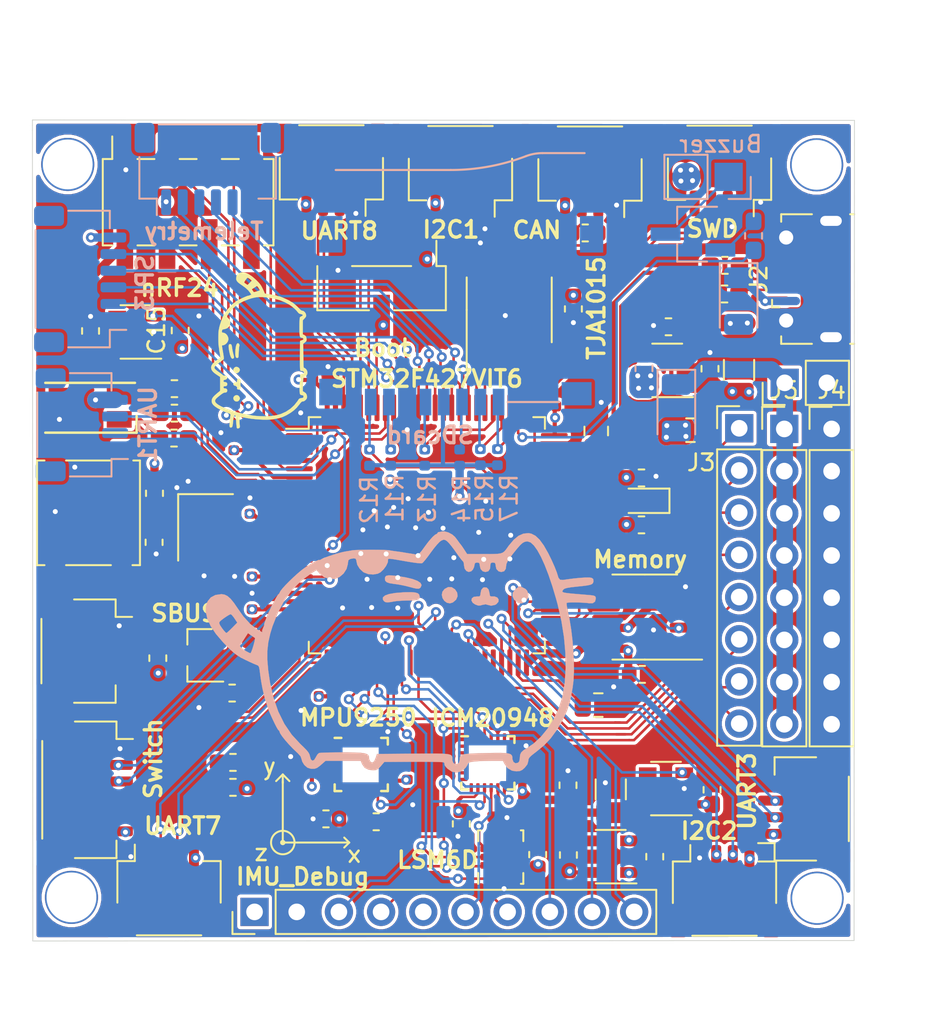
<source format=kicad_pcb>
(kicad_pcb (version 20200829) (generator pcbnew)
  (layers (0 "F.Cu" signal) (1 "In1.Cu" power) (2 "In2.Cu" power) (31 "B.Cu" signal) (34 "B.Paste" user) (35 "F.Paste" user) (36 "B.SilkS" user) (37 "F.SilkS" user) (38 "B.Mask" user) (39 "F.Mask" user) (44 "Edge.Cuts" user))
  (net 0 "")
  (net 1 "GND")
  (net 2 "VCAP_2")
  (net 3 "Net-(C2-Pad1)")
  (net 4 "VCAP_1")
  (net 5 "Net-(C4-Pad1)")
  (net 6 "VCC")
  (net 7 "NRST")
  (net 8 "+1V8")
  (net 9 "+3.3VA")
  (net 10 "Net-(C19-Pad1)")
  (net 11 "Net-(C24-Pad1)")
  (net 12 "PWR_IN")
  (net 13 "VBUS")
  (net 14 "Net-(D3-Pad2)")
  (net 15 "Net-(D6-Pad2)")
  (net 16 "BOOT0")
  (net 17 "/USB_sheet/D+")
  (net 18 "Net-(J2-Pad4)")
  (net 19 "/USB_sheet/D-")
  (net 20 "USB_D+")
  (net 21 "TIM1_CH3")
  (net 22 "TIM1_CH2")
  (net 23 "TIM1_CH1")
  (net 24 "TIM3_CH4")
  (net 25 "TIM3_CH3")
  (net 26 "TIM3_CH2")
  (net 27 "TIM3_CH1")
  (net 28 "SBUS_DEVICE")
  (net 29 "Net-(J8-Pad1)")
  (net 30 "UART1_TX")
  (net 31 "UART1_RX")
  (net 32 "SWCLK")
  (net 33 "SWDIO")
  (net 34 "I2C_SCl")
  (net 35 "I2C_SDA")
  (net 36 "I2C2_SCl")
  (net 37 "I2C2_SDA")
  (net 38 "UART3_RX")
  (net 39 "UART3_TX")
  (net 40 "UART2_CTS")
  (net 41 "UART2_RTS")
  (net 42 "UART2_TX")
  (net 43 "UART2_RX")
  (net 44 "/CAN_sheet/CAN+")
  (net 45 "/CAN_sheet/CAN-")
  (net 46 "Net-(Q1-Pad2)")
  (net 47 "Net-(Q2-Pad2)")
  (net 48 "Buzzer")
  (net 49 "ICM20948_CS")
  (net 50 "MPU9250_CS")
  (net 51 "LED1")
  (net 52 "LED2")
  (net 53 "LED3")
  (net 54 "SDIO0")
  (net 55 "SDIO1")
  (net 56 "SDIO_CLK")
  (net 57 "SDIO_CMD")
  (net 58 "SDIO3")
  (net 59 "SDIO2")
  (net 60 "SBUS")
  (net 61 "UART8_TX")
  (net 62 "UART8_RX")
  (net 63 "CAN1_TX")
  (net 64 "CAN1_RX")
  (net 65 "USB_D-")
  (net 66 "Net-(U1-Pad67)")
  (net 67 "UART6_RX")
  (net 68 "UART6_TX")
  (net 69 "SPI2_MOSI")
  (net 70 "SPI2_MISO")
  (net 71 "SPI2_SCK")
  (net 72 "EXTERNAL_MEM_CS")
  (net 73 "Net-(U1-Pad46)")
  (net 74 "TIM1_CH4")
  (net 75 "3.3_SENSE_EN")
  (net 76 "UART7_TX")
  (net 77 "UART7_RX")
  (net 78 "ICM20948_DRDY")
  (net 79 "LSM6D3_CS")
  (net 80 "MPU9250_DRDY")
  (net 81 "IMU_MOSI")
  (net 82 "IMU_MISO")
  (net 83 "IMU_CLK")
  (net 84 "BATT_CURRENT_SENSE")
  (net 85 "BATT_VOLT_SENSE")
  (net 86 "USART4_TX")
  (net 87 "OSC1-")
  (net 88 "OSC1+")
  (net 89 "Net-(U3-Pad21)")
  (net 90 "Net-(U3-Pad19)")
  (net 91 "Net-(U3-Pad17)")
  (net 92 "Net-(U3-Pad16)")
  (net 93 "Net-(U3-Pad15)")
  (net 94 "Net-(U3-Pad14)")
  (net 95 "Net-(U3-Pad7)")
  (net 96 "Net-(U3-Pad6)")
  (net 97 "Net-(U3-Pad5)")
  (net 98 "Net-(U3-Pad4)")
  (net 99 "Net-(U3-Pad3)")
  (net 100 "Net-(U3-Pad2)")
  (net 101 "Net-(U3-Pad1)")
  (net 102 "Net-(U4-Pad21)")
  (net 103 "Net-(U4-Pad7)")
  (net 104 "Net-(U5-Pad11)")
  (net 105 "Net-(U5-Pad10)")
  (net 106 "LSM6D3_DRDY2")
  (net 107 "LSM6D3_DRDY1")
  (net 108 "Net-(U6-Pad5)")
  (net 109 "Net-(U7-Pad4)")
  (net 110 "Net-(U8-Pad4)")
  (net 111 "Net-(U10-Pad4)")
  (net 112 "Net-(D2-Pad2)")
  (net 113 "5V_SENSE")
  (net 114 "SPI3_MOSI")
  (net 115 "SPI3_MISO")
  (net 116 "SPI3_SCK")
  (net 117 "SPI3_CS")
  (net 118 "Net-(U1-Pad58)")
  (net 119 "SAFETY_SWITCH_IN")
  (net 120 "LED_SAFETY")
  (net 121 "Net-(U1-Pad16)")
  (net 122 "nRF24_EN")
  (net 123 "SPI4_MOSI")
  (net 124 "SPI4_MISO")
  (net 125 "SPI4_CE")
  (net 126 "SPI4_CLK")
  (net 127 "Net-(U11-Pad8)")
  (net 128 "Net-(D3-Pad3)")
  (net 129 "Net-(D3-Pad1)")
  (net 130 "Net-(U1-Pad69)")
  (net 131 "Net-(U1-Pad68)")
  (net 132 "+5V")
  (net 133 "+3V3")
  (net 134 "Net-(J7-Pad2)")
  (net 135 "Net-(C43-Pad1)")
  (net 136 "SPI4_CS")
  (net 137 "Net-(U2-Pad4)")
  (net 138 "EXTERNAL_MPU_CS")
  (net 139 "Net-(U1-Pad57)")
  (module "Capacitor_SMD:C_0402_1005Metric" (layer "F.Cu") (at 154.11 94.15 180)
    (fp_text reference "C2" hide)
    (fp_text value "22p")
    (pad "1" smd roundrect (at -0.485 0 180) (size 0.59 0.64) (layers "F.Cu" "F.Paste" "F.Mask") (net 3 "Net-(C2-Pad1)"))
    (pad "2" smd roundrect (at 0.485 0 180) (size 0.59 0.64) (layers "F.Cu" "F.Paste" "F.Mask") (net 1 "GND"))
  )
  (module "Capacitor_SMD:C_0402_1005Metric" (layer "F.Cu") (at 154.1 99.825)
    (fp_text reference "C4" hide)
    (fp_text value "22p")
    (pad "1" smd roundrect (at -0.485 0) (size 0.59 0.64) (layers "F.Cu" "F.Paste" "F.Mask") (net 5 "Net-(C4-Pad1)"))
    (pad "2" smd roundrect (at 0.485 0) (size 0.59 0.64) (layers "F.Cu" "F.Paste" "F.Mask") (net 1 "GND"))
  )
  (module "Capacitor_SMD:C_0402_1005Metric" (layer "F.Cu") (at 161.65 88.05)
    (fp_text reference "C5" hide)
    (fp_text value "100n")
    (pad "1" smd roundrect (at -0.485 0) (size 0.59 0.64) (layers "F.Cu" "F.Paste" "F.Mask") (net 6 "VCC"))
    (pad "2" smd roundrect (at 0.485 0) (size 0.59 0.64) (layers "F.Cu" "F.Paste" "F.Mask") (net 1 "GND"))
  )
  (module "Capacitor_SMD:C_0402_1005Metric" (layer "F.Cu") (at 156.375 91.8 90)
    (fp_text reference "C6" hide)
    (fp_text value "100n")
    (pad "1" smd roundrect (at -0.485 0 90) (size 0.59 0.64) (layers "F.Cu" "F.Paste" "F.Mask") (net 6 "VCC"))
    (pad "2" smd roundrect (at 0.485 0 90) (size 0.59 0.64) (layers "F.Cu" "F.Paste" "F.Mask") (net 1 "GND"))
  )
  (module "Capacitor_SMD:C_0603_1608Metric" (layer "F.Cu") (at 151.575 97.825 -90)
    (fp_text reference "C7" hide)
    (fp_text value "100n")
    (pad "1" smd roundrect (at -0.7875 0 270) (size 0.875 0.95) (layers "F.Cu" "F.Paste" "F.Mask") (net 7 "NRST"))
    (pad "2" smd roundrect (at 0.7875 0 270) (size 0.875 0.95) (layers "F.Cu" "F.Paste" "F.Mask") (net 1 "GND"))
  )
  (module "Capacitor_SMD:C_0402_1005Metric" (layer "F.Cu") (at 176.075 105 -90)
    (fp_text reference "C8" hide)
    (fp_text value "100n")
    (pad "1" smd roundrect (at -0.485 0 270) (size 0.59 0.64) (layers "F.Cu" "F.Paste" "F.Mask") (net 6 "VCC"))
    (pad "2" smd roundrect (at 0.485 0 270) (size 0.59 0.64) (layers "F.Cu" "F.Paste" "F.Mask") (net 1 "GND"))
  )
  (module "Capacitor_SMD:C_0402_1005Metric" (layer "F.Cu") (at 157.475 101.375 90)
    (fp_text reference "C9" hide)
    (fp_text value "100n")
    (pad "1" smd roundrect (at -0.485 0 90) (size 0.59 0.64) (layers "F.Cu" "F.Paste" "F.Mask") (net 6 "VCC"))
    (pad "2" smd roundrect (at 0.485 0 90) (size 0.59 0.64) (layers "F.Cu" "F.Paste" "F.Mask") (net 1 "GND"))
  )
  (module "Capacitor_SMD:C_0402_1005Metric" (layer "F.Cu") (at 157.35 95.625 90)
    (fp_text reference "C10" hide)
    (fp_text value "1u")
    (pad "1" smd roundrect (at -0.485 0 90) (size 0.59 0.64) (layers "F.Cu" "F.Paste" "F.Mask") (net 6 "VCC"))
    (pad "2" smd roundrect (at 0.485 0 90) (size 0.59 0.64) (layers "F.Cu" "F.Paste" "F.Mask") (net 1 "GND"))
  )
  (module "Capacitor_SMD:C_0402_1005Metric" (layer "F.Cu") (at 176.275 89.625)
    (fp_text reference "C13" hide)
    (fp_text value "100n")
    (pad "1" smd roundrect (at -0.485 0) (size 0.59 0.64) (layers "F.Cu" "F.Paste" "F.Mask") (net 6 "VCC"))
    (pad "2" smd roundrect (at 0.485 0) (size 0.59 0.64) (layers "F.Cu" "F.Paste" "F.Mask") (net 1 "GND"))
  )
  (module "Capacitor_SMD:C_0402_1005Metric" (layer "F.Cu") (at 161 107.1 180)
    (fp_text reference "C14" hide)
    (fp_text value "100n")
    (pad "1" smd roundrect (at -0.485 0 180) (size 0.59 0.64) (layers "F.Cu" "F.Paste" "F.Mask") (net 6 "VCC"))
    (pad "2" smd roundrect (at 0.485 0 180) (size 0.59 0.64) (layers "F.Cu" "F.Paste" "F.Mask") (net 1 "GND"))
  )
  (module "Capacitor_SMD:C_0603_1608Metric" (layer "F.Cu") (at 170.075 114.775 -90)
    (fp_text reference "C16" hide)
    (fp_text value "0.1uF")
    (pad "1" smd roundrect (at -0.7875 0 270) (size 0.875 0.95) (layers "F.Cu" "F.Paste" "F.Mask") (net 8 "+1V8"))
    (pad "2" smd roundrect (at 0.7875 0 270) (size 0.875 0.95) (layers "F.Cu" "F.Paste" "F.Mask") (net 1 "GND"))
  )
  (module "Capacitor_SMD:C_0402_1005Metric" (layer "F.Cu") (at 174.525 111.375 90)
    (fp_text reference "C20" hide)
    (fp_text value "C")
    (pad "1" smd roundrect (at -0.485 0 90) (size 0.59 0.64) (layers "F.Cu" "F.Paste" "F.Mask") (net 9 "+3.3VA"))
    (pad "2" smd roundrect (at 0.485 0 90) (size 0.59 0.64) (layers "F.Cu" "F.Paste" "F.Mask") (net 1 "GND"))
  )
  (module "Capacitor_SMD:C_0603_1608Metric" (layer "F.Cu") (at 176.825 83.775 -90)
    (fp_text reference "C21" hide)
    (fp_text value "C")
    (pad "1" smd roundrect (at -0.7875 0 270) (size 0.875 0.95) (layers "F.Cu" "F.Paste" "F.Mask") (net 132 "+5V"))
    (pad "2" smd roundrect (at 0.7875 0 270) (size 0.875 0.95) (layers "F.Cu" "F.Paste" "F.Mask") (net 1 "GND"))
  )
  (module "Capacitor_SMD:C_0603_1608Metric_Pad1.05x0.95mm_HandSolder" (layer "F.Cu") (at 181.725 116.75 -90)
    (fp_text reference "C28" hide)
    (fp_text value "1uF")
    (pad "1" smd roundrect (at -0.875 0 270) (size 1.05 0.95) (layers "F.Cu" "F.Paste" "F.Mask") (net 9 "+3.3VA"))
    (pad "2" smd roundrect (at 0.875 0 270) (size 1.05 0.95) (layers "F.Cu" "F.Paste" "F.Mask") (net 1 "GND"))
  )
  (module "Capacitor_SMD:C_0603_1608Metric_Pad1.05x0.95mm_HandSolder" (layer "F.Cu") (at 176.525 116.65 90)
    (fp_text reference "C29" hide)
    (fp_text value "1uF")
    (pad "1" smd roundrect (at -0.875 0 90) (size 1.05 0.95) (layers "F.Cu" "F.Paste" "F.Mask") (net 8 "+1V8"))
    (pad "2" smd roundrect (at 0.875 0 90) (size 1.05 0.95) (layers "F.Cu" "F.Paste" "F.Mask") (net 1 "GND"))
  )
  (module "Capacitor_SMD:C_0603_1608Metric_Pad1.05x0.95mm_HandSolder" (layer "F.Cu") (at 185.175 112.725 90)
    (fp_text reference "C30" hide)
    (fp_text value "1uF")
    (pad "1" smd roundrect (at -0.875 0 90) (size 1.05 0.95) (layers "F.Cu" "F.Paste" "F.Mask") (net 132 "+5V"))
    (pad "2" smd roundrect (at 0.875 0 90) (size 1.05 0.95) (layers "F.Cu" "F.Paste" "F.Mask") (net 1 "GND"))
  )
  (module "Capacitor_SMD:C_0603_1608Metric_Pad1.05x0.95mm_HandSolder" (layer "F.Cu") (at 176.5 112.45 90)
    (fp_text reference "C31" hide)
    (fp_text value "1uF")
    (pad "1" smd roundrect (at -0.875 0 90) (size 1.05 0.95) (layers "F.Cu" "F.Paste" "F.Mask") (net 9 "+3.3VA"))
    (pad "2" smd roundrect (at 0.875 0 90) (size 1.05 0.95) (layers "F.Cu" "F.Paste" "F.Mask") (net 1 "GND"))
  )
  (module "Capacitor_SMD:C_0603_1608Metric" (layer "F.Cu") (at 180.975 105.775)
    (fp_text reference "C34" hide)
    (fp_text value "100n")
    (pad "1" smd roundrect (at -0.7875 0) (size 0.875 0.95) (layers "F.Cu" "F.Paste" "F.Mask") (net 6 "VCC"))
    (pad "2" smd roundrect (at 0.7875 0) (size 0.875 0.95) (layers "F.Cu" "F.Paste" "F.Mask") (net 1 "GND"))
  )
  (module "Capacitor_SMD:C_1206_3216Metric" (layer "F.Cu") (at 186.8 87.45 90)
    (fp_text reference "C35" hide)
    (fp_text value "CP")
    (pad "1" smd roundrect (at -1.4 0 90) (size 1.25 1.75) (layers "F.Cu" "F.Paste" "F.Mask") (roundrect_rratio 0.2) (net 12 "PWR_IN"))
    (pad "2" smd roundrect (at 1.4 0 90) (size 1.25 1.75) (layers "F.Cu" "F.Paste" "F.Mask") (roundrect_rratio 0.2) (net 1 "GND"))
  )
  (module "Capacitor_SMD:C_0603_1608Metric_Pad1.05x0.95mm_HandSolder" (layer "F.Cu") (at 185.05 87.375 90)
    (fp_text reference "C36" hide)
    (fp_text value "100n")
    (pad "1" smd roundrect (at -0.875 0 90) (size 1.05 0.95) (layers "F.Cu" "F.Paste" "F.Mask") (net 12 "PWR_IN"))
    (pad "2" smd roundrect (at 0.875 0 90) (size 1.05 0.95) (layers "F.Cu" "F.Paste" "F.Mask") (net 1 "GND"))
  )
  (module "Capacitor_SMD:C_0603_1608Metric_Pad1.05x0.95mm_HandSolder" (layer "F.Cu") (at 182.55 84.85 180)
    (fp_text reference "C37" hide)
    (fp_text value "100n")
    (pad "1" smd roundrect (at -0.875 0 180) (size 1.05 0.95) (layers "F.Cu" "F.Paste" "F.Mask") (net 12 "PWR_IN"))
    (pad "2" smd roundrect (at 0.875 0 180) (size 1.05 0.95) (layers "F.Cu" "F.Paste" "F.Mask") (net 1 "GND"))
  )
  (module "Capacitor_SMD:C_0402_1005Metric" (layer "F.Cu") (at 158.625 101.375 90)
    (fp_text reference "C40" hide)
    (fp_text value "100n")
    (pad "1" smd roundrect (at -0.485 0 90) (size 0.59 0.64) (layers "F.Cu" "F.Paste" "F.Mask") (net 6 "VCC"))
    (pad "2" smd roundrect (at 0.485 0 90) (size 0.59 0.64) (layers "F.Cu" "F.Paste" "F.Mask") (net 1 "GND"))
  )
  (module "LED_SMD:LED_0603_1608Metric_Pad1.05x0.95mm_HandSolder" (layer "F.Cu") (at 180.95 95.325 180)
    (fp_text reference "D6" hide)
    (fp_text value "LED")
    (pad "1" smd roundrect (at -0.875 0 180) (size 1.05 0.95) (layers "F.Cu" "F.Paste" "F.Mask") (net 1 "GND"))
    (pad "2" smd roundrect (at 0.875 0 180) (size 1.05 0.95) (layers "F.Cu" "F.Paste" "F.Mask") (net 15 "Net-(D6-Pad2)"))
  )
  (module "Connector_PinHeader_2.54mm:PinHeader_1x08_P2.54mm_Vertical" (layer "F.Cu") (at 186.81 90.96)
    (fp_text reference "J3" (at -2.285 2.065) (layer "F.SilkS"))
    (fp_text value "Conn_01x08_Male")
    (pad "1" thru_hole rect (at 0 0) (size 1.7 1.7) (drill 1) (layers *.Cu *.Mask) (net 24 "TIM3_CH4"))
    (pad "2" thru_hole oval (at 0 2.54) (size 1.7 1.7) (drill 1) (layers *.Cu *.Mask) (net 25 "TIM3_CH3"))
    (pad "3" thru_hole oval (at 0 5.08) (size 1.7 1.7) (drill 1) (layers *.Cu *.Mask) (net 26 "TIM3_CH2"))
    (pad "4" thru_hole oval (at 0 7.62) (size 1.7 1.7) (drill 1) (layers *.Cu *.Mask) (net 27 "TIM3_CH1"))
    (pad "5" thru_hole oval (at 0 10.16) (size 1.7 1.7) (drill 1) (layers *.Cu *.Mask) (net 74 "TIM1_CH4"))
    (pad "6" thru_hole oval (at 0 12.7) (size 1.7 1.7) (drill 1) (layers *.Cu *.Mask) (net 21 "TIM1_CH3"))
    (pad "7" thru_hole oval (at 0 15.24) (size 1.7 1.7) (drill 1) (layers *.Cu *.Mask) (net 22 "TIM1_CH2"))
    (pad "8" thru_hole oval (at 0 17.78) (size 1.7 1.7) (drill 1) (layers *.Cu *.Mask) (net 23 "TIM1_CH1"))
  )
  (module "Connector_PinHeader_2.54mm:PinHeader_1x08_P2.54mm_Vertical" (layer "F.Cu") (at 192.375 91)
    (fp_text reference "J4" (at 0 -2.33) (layer "F.SilkS"))
    (fp_text value "Conn_01x08_Male")
    (pad "1" thru_hole rect (at 0 0) (size 1.7 1.7) (drill 1) (layers *.Cu *.Mask) (net 1 "GND"))
    (pad "2" thru_hole oval (at 0 2.54) (size 1.7 1.7) (drill 1) (layers *.Cu *.Mask) (net 1 "GND"))
    (pad "3" thru_hole oval (at 0 5.08) (size 1.7 1.7) (drill 1) (layers *.Cu *.Mask) (net 1 "GND"))
    (pad "4" thru_hole oval (at 0 7.62) (size 1.7 1.7) (drill 1) (layers *.Cu *.Mask) (net 1 "GND"))
    (pad "5" thru_hole oval (at 0 10.16) (size 1.7 1.7) (drill 1) (layers *.Cu *.Mask) (net 1 "GND"))
    (pad "6" thru_hole oval (at 0 12.7) (size 1.7 1.7) (drill 1) (layers *.Cu *.Mask) (net 1 "GND"))
    (pad "7" thru_hole oval (at 0 15.24) (size 1.7 1.7) (drill 1) (layers *.Cu *.Mask) (net 1 "GND"))
    (pad "8" thru_hole oval (at 0 17.78) (size 1.7 1.7) (drill 1) (layers *.Cu *.Mask) (net 1 "GND"))
  )
  (module "Connector_PinHeader_2.54mm:PinHeader_1x08_P2.54mm_Vertical" (layer "F.Cu") (at 189.525 91)
    (fp_text reference "J5" (at 0 -2.33) (layer "F.SilkS"))
    (fp_text value "Conn_01x08_Male")
    (pad "1" thru_hole rect (at 0 0) (size 1.7 1.7) (drill 1) (layers *.Cu *.Mask) (net 132 "+5V"))
    (pad "2" thru_hole oval (at 0 2.54) (size 1.7 1.7) (drill 1) (layers *.Cu *.Mask) (net 132 "+5V"))
    (pad "3" thru_hole oval (at 0 5.08) (size 1.7 1.7) (drill 1) (layers *.Cu *.Mask) (net 132 "+5V"))
    (pad "4" thru_hole oval (at 0 7.62) (size 1.7 1.7) (drill 1) (layers *.Cu *.Mask) (net 132 "+5V"))
    (pad "5" thru_hole oval (at 0 10.16) (size 1.7 1.7) (drill 1) (layers *.Cu *.Mask) (net 132 "+5V"))
    (pad "6" thru_hole oval (at 0 12.7) (size 1.7 1.7) (drill 1) (layers *.Cu *.Mask) (net 132 "+5V"))
    (pad "7" thru_hole oval (at 0 15.24) (size 1.7 1.7) (drill 1) (layers *.Cu *.Mask) (net 132 "+5V"))
    (pad "8" thru_hole oval (at 0 17.78) (size 1.7 1.7) (drill 1) (layers *.Cu *.Mask) (net 132 "+5V"))
  )
  (module "Package_TO_SOT_SMD:SOT-23" (layer "F.Cu") (at 154.34 104.63 180)
    (fp_text reference "Q2" hide)
    (fp_text value "2N3904")
    (pad "1" smd rect (at -1 -0.95 180) (size 0.9 0.8) (layers "F.Cu" "F.Paste" "F.Mask") (net 1 "GND"))
    (pad "2" smd rect (at -1 0.95 180) (size 0.9 0.8) (layers "F.Cu" "F.Paste" "F.Mask") (net 47 "Net-(Q2-Pad2)"))
    (pad "3" smd rect (at 1 0 180) (size 0.9 0.8) (layers "F.Cu" "F.Paste" "F.Mask") (net 28 "SBUS_DEVICE"))
  )
  (module "Resistor_SMD:R_0603_1608Metric" (layer "F.Cu") (at 151.6 94.875 -90)
    (fp_text reference "R1" hide)
    (fp_text value "R")
    (pad "1" smd roundrect (at -0.7875 0 270) (size 0.875 0.95) (layers "F.Cu" "F.Paste" "F.Mask") (net 6 "VCC"))
    (pad "2" smd roundrect (at 0.7875 0 270) (size 0.875 0.95) (layers "F.Cu" "F.Paste" "F.Mask") (net 7 "NRST"))
  )
  (module "Resistor_SMD:R_0603_1608Metric_Pad1.05x0.95mm_HandSolder" (layer "F.Cu") (at 156.325 112.575 180)
    (fp_text reference "R5" hide)
    (fp_text value "10k")
    (pad "1" smd roundrect (at -0.875 0 180) (size 1.05 0.95) (layers "F.Cu" "F.Paste" "F.Mask") (net 132 "+5V"))
    (pad "2" smd roundrect (at 0.875 0 180) (size 1.05 0.95) (layers "F.Cu" "F.Paste" "F.Mask") (net 113 "5V_SENSE"))
  )
  (module "Resistor_SMD:R_0603_1608Metric_Pad1.05x0.95mm_HandSolder" (layer "F.Cu") (at 156.325 111.075)
    (fp_text reference "R6" hide)
    (fp_text value "10k")
    (pad "1" smd roundrect (at -0.875 0) (size 1.05 0.95) (layers "F.Cu" "F.Paste" "F.Mask") (net 113 "5V_SENSE"))
    (pad "2" smd roundrect (at 0.875 0) (size 1.05 0.95) (layers "F.Cu" "F.Paste" "F.Mask") (net 1 "GND"))
  )
  (module "Resistor_SMD:R_0603_1608Metric_Pad1.05x0.95mm_HandSolder" (layer "F.Cu") (at 180.925 96.775)
    (fp_text reference "R10" hide)
    (fp_text value "R")
    (pad "1" smd roundrect (at -0.875 0) (size 1.05 0.95) (layers "F.Cu" "F.Paste" "F.Mask") (net 6 "VCC"))
    (pad "2" smd roundrect (at 0.875 0) (size 1.05 0.95) (layers "F.Cu" "F.Paste" "F.Mask") (net 15 "Net-(D6-Pad2)"))
  )
  (module "Capacitor_SMD:C_0603_1608Metric" (layer "F.Cu") (at 177.5375 79.2)
    (fp_text reference "R16" hide)
    (fp_text value "R")
    (pad "1" smd roundrect (at -0.7875 0) (size 0.875 0.95) (layers "F.Cu" "F.Paste" "F.Mask") (net 44 "/CAN_sheet/CAN+"))
    (pad "2" smd roundrect (at 0.7875 0) (size 0.875 0.95) (layers "F.Cu" "F.Paste" "F.Mask") (net 45 "/CAN_sheet/CAN-"))
  )
  (module "Resistor_SMD:R_0603_1608Metric_Pad1.05x0.95mm_HandSolder" (layer "F.Cu") (at 157.35 104.55 -90)
    (fp_text reference "Rb_sbus1" hide)
    (fp_text value "330R")
    (pad "1" smd roundrect (at -0.875 0 270) (size 1.05 0.95) (layers "F.Cu" "F.Paste" "F.Mask") (net 47 "Net-(Q2-Pad2)"))
    (pad "2" smd roundrect (at 0.875 0 270) (size 1.05 0.95) (layers "F.Cu" "F.Paste" "F.Mask") (net 60 "SBUS"))
  )
  (module "Resistor_SMD:R_0603_1608Metric_Pad1.05x0.95mm_HandSolder" (layer "F.Cu") (at 156.275 106.9)
    (fp_text reference "Rc_sbus1" hide)
    (fp_text value "50k")
    (pad "1" smd roundrect (at -0.875 0) (size 1.05 0.95) (layers "F.Cu" "F.Paste" "F.Mask") (net 1 "GND"))
    (pad "2" smd roundrect (at 0.875 0) (size 1.05 0.95) (layers "F.Cu" "F.Paste" "F.Mask") (net 60 "SBUS"))
  )
  (module "Resistor_SMD:R_0603_1608Metric_Pad1.05x0.95mm_HandSolder" (layer "F.Cu") (at 151.8 104.8 -90)
    (fp_text reference "Rc_sbus2" hide)
    (fp_text value "1.8k")
    (pad "1" smd roundrect (at -0.875 0 270) (size 1.05 0.95) (layers "F.Cu" "F.Paste" "F.Mask") (net 28 "SBUS_DEVICE"))
    (pad "2" smd roundrect (at 0.875 0 270) (size 1.05 0.95) (layers "F.Cu" "F.Paste" "F.Mask") (net 132 "+5V"))
  )
  (module "Button_Switch_SMD:SW_SPST_EVPBF" (layer "F.Cu") (at 147.625 96.05 90)
    (fp_text reference "SW1" hide)
    (fp_text value "SW_Push")
    (pad "1" smd rect (at -2.88 -2 90) (size 2.75 1) (layers "F.Cu" "F.Paste" "F.Mask") (net 1 "GND"))
    (pad "1" smd rect (at 2.88 -2 90) (size 2.75 1) (layers "F.Cu" "F.Paste" "F.Mask") (net 1 "GND"))
    (pad "2" smd rect (at -2.88 2 90) (size 2.75 1) (layers "F.Cu" "F.Paste" "F.Mask") (net 7 "NRST"))
    (pad "2" smd rect (at 2.88 2 90) (size 2.75 1) (layers "F.Cu" "F.Paste" "F.Mask") (net 7 "NRST"))
  )
  (module "Package_QFP:LQFP-100_14x14mm_P0.5mm" (layer "F.Cu") (at 168 97.4)
    (fp_text reference "STM32F427VIT6" (at 0 -9.42) (layer "F.SilkS") (effects (font (thickness 0.2))))
    (fp_text value "STM32F427VITx")
    (pad "1" smd roundrect (at -7.675 -6) (size 1.6 0.3) (layers "F.Cu" "F.Paste" "F.Mask") (net 126 "SPI4_CLK"))
    (pad "2" smd roundrect (at -7.675 -5.5) (size 1.6 0.3) (layers "F.Cu" "F.Paste" "F.Mask") (net 125 "SPI4_CE"))
    (pad "3" smd roundrect (at -7.675 -5) (size 1.6 0.3) (layers "F.Cu" "F.Paste" "F.Mask") (net 136 "SPI4_CS"))
    (pad "4" smd roundrect (at -7.675 -4.5) (size 1.6 0.3) (layers "F.Cu" "F.Paste" "F.Mask") (net 124 "SPI4_MISO"))
    (pad "5" smd roundrect (at -7.675 -4) (size 1.6 0.3) (layers "F.Cu" "F.Paste" "F.Mask") (net 123 "SPI4_MOSI"))
    (pad "6" smd roundrect (at -7.675 -3.5) (size 1.6 0.3) (layers "F.Cu" "F.Paste" "F.Mask") (net 6 "VCC"))
    (pad "7" smd roundrect (at -7.675 -3) (size 1.6 0.3) (layers "F.Cu" "F.Paste" "F.Mask") (net 51 "LED1"))
    (pad "8" smd roundrect (at -7.675 -2.5) (size 1.6 0.3) (layers "F.Cu" "F.Paste" "F.Mask") (net 52 "LED2"))
    (pad "9" smd roundrect (at -7.675 -2) (size 1.6 0.3) (layers "F.Cu" "F.Paste" "F.Mask") (net 53 "LED3"))
    (pad "10" smd roundrect (at -7.675 -1.5) (size 1.6 0.3) (layers "F.Cu" "F.Paste" "F.Mask") (net 1 "GND"))
    (pad "11" smd roundrect (at -7.675 -1) (size 1.6 0.3) (layers "F.Cu" "F.Paste" "F.Mask") (net 6 "VCC"))
    (pad "12" smd roundrect (at -7.675 -0.5) (size 1.6 0.3) (layers "F.Cu" "F.Paste" "F.Mask") (net 88 "OSC1+"))
    (pad "13" smd roundrect (at -7.675 0) (size 1.6 0.3) (layers "F.Cu" "F.Paste" "F.Mask") (net 87 "OSC1-"))
    (pad "14" smd roundrect (at -7.675 0.5) (size 1.6 0.3) (layers "F.Cu" "F.Paste" "F.Mask") (net 7 "NRST"))
    (pad "15" smd roundrect (at -7.675 1) (size 1.6 0.3) (layers "F.Cu" "F.Paste" "F.Mask") (net 122 "nRF24_EN"))
    (pad "16" smd roundrect (at -7.675 1.5) (size 1.6 0.3) (layers "F.Cu" "F.Paste" "F.Mask") (net 121 "Net-(U1-Pad16)"))
    (pad "17" smd roundrect (at -7.675 2) (size 1.6 0.3) (layers "F.Cu" "F.Paste" "F.Mask") (net 120 "LED_SAFETY"))
    (pad "18" smd roundrect (at -7.675 2.5) (size 1.6 0.3) (layers "F.Cu" "F.Paste" "F.Mask") (net 119 "SAFETY_SWITCH_IN"))
    (pad "19" smd roundrect (at -7.675 3) (size 1.6 0.3) (layers "F.Cu" "F.Paste" "F.Mask") (net 6 "VCC"))
    (pad "20" smd roundrect (at -7.675 3.5) (size 1.6 0.3) (layers "F.Cu" "F.Paste" "F.Mask") (net 1 "GND"))
    (pad "21" smd roundrect (at -7.675 4) (size 1.6 0.3) (layers "F.Cu" "F.Paste" "F.Mask") (net 6 "VCC"))
    (pad "22" smd roundrect (at -7.675 4.5) (size 1.6 0.3) (layers "F.Cu" "F.Paste" "F.Mask") (net 6 "VCC"))
    (pad "23" smd roundrect (at -7.675 5) (size 1.6 0.3) (layers "F.Cu" "F.Paste" "F.Mask") (net 86 "USART4_TX"))
    (pad "24" smd roundrect (at -7.675 5.5) (size 1.6 0.3) (layers "F.Cu" "F.Paste" "F.Mask") (net 60 "SBUS"))
    (pad "25" smd roundrect (at -7.675 6) (size 1.6 0.3) (layers "F.Cu" "F.Paste" "F.Mask") (net 85 "BATT_VOLT_SENSE"))
    (pad "26" smd roundrect (at -6 7.675) (size 0.3 1.6) (layers "F.Cu" "F.Paste" "F.Mask") (net 84 "BATT_CURRENT_SENSE"))
    (pad "27" smd roundrect (at -5.5 7.675) (size 0.3 1.6) (layers "F.Cu" "F.Paste" "F.Mask") (net 1 "GND"))
    (pad "28" smd roundrect (at -5 7.675) (size 0.3 1.6) (layers "F.Cu" "F.Paste" "F.Mask") (net 6 "VCC"))
    (pad "29" smd roundrect (at -4.5 7.675) (size 0.3 1.6) (layers "F.Cu" "F.Paste" "F.Mask") (net 113 "5V_SENSE"))
    (pad "30" smd roundrect (at -4 7.675) (size 0.3 1.6) (layers "F.Cu" "F.Paste" "F.Mask") (net 83 "IMU_CLK"))
    (pad "31" smd roundrect (at -3.5 7.675) (size 0.3 1.6) (layers "F.Cu" "F.Paste" "F.Mask") (net 82 "IMU_MISO"))
    (pad "32" smd roundrect (at -3 7.675) (size 0.3 1.6) (layers "F.Cu" "F.Paste" "F.Mask") (net 81 "IMU_MOSI"))
    (pad "33" smd roundrect (at -2.5 7.675) (size 0.3 1.6) (layers "F.Cu" "F.Paste" "F.Mask") (net 50 "MPU9250_CS"))
    (pad "34" smd roundrect (at -2 7.675) (size 0.3 1.6) (layers "F.Cu" "F.Paste" "F.Mask") (net 80 "MPU9250_DRDY"))
    (pad "35" smd roundrect (at -1.5 7.675) (size 0.3 1.6) (layers "F.Cu" "F.Paste" "F.Mask") (net 79 "LSM6D3_CS"))
    (pad "36" smd roundrect (at -1 7.675) (size 0.3 1.6) (layers "F.Cu" "F.Paste" "F.Mask") (net 78 "ICM20948_DRDY"))
    (pad "37" smd roundrect (at -0.5 7.675) (size 0.3 1.6) (layers "F.Cu" "F.Paste" "F.Mask") (net 49 "ICM20948_CS"))
    (pad "38" smd roundrect (at 0 7.675) (size 0.3 1.6) (layers "F.Cu" "F.Paste" "F.Mask") (net 77 "UART7_RX"))
    (pad "39" smd roundrect (at 0.5 7.675) (size 0.3 1.6) (layers "F.Cu" "F.Paste" "F.Mask") (net 76 "UART7_TX"))
    (pad "40" smd roundrect (at 1 7.675) (size 0.3 1.6) (layers "F.Cu" "F.Paste" "F.Mask") (net 23 "TIM1_CH1"))
    (pad "41" smd roundrect (at 1.5 7.675) (size 0.3 1.6) (layers "F.Cu" "F.Paste" "F.Mask") (net 75 "3.3_SENSE_EN"))
    (pad "42" smd roundrect (at 2 7.675) (size 0.3 1.6) (layers "F.Cu" "F.Paste" "F.Mask") (net 22 "TIM1_CH2"))
    (pad "43" smd roundrect (at 2.5 7.675) (size 0.3 1.6) (layers "F.Cu" "F.Paste" "F.Mask") (net 138 "EXTERNAL_MPU_CS"))
    (pad "44" smd roundrect (at 3 7.675) (size 0.3 1.6) (layers "F.Cu" "F.Paste" "F.Mask") (net 21 "TIM1_CH3"))
    (pad "45" smd roundrect (at 3.5 7.675) (size 0.3 1.6) (layers "F.Cu" "F.Paste" "F.Mask") (net 74 "TIM1_CH4"))
    (pad "46" smd roundrect (at 4 7.675) (size 0.3 1.6) (layers "F.Cu" "F.Paste" "F.Mask") (net 73 "Net-(U1-Pad46)"))
    (pad "47" smd roundrect (at 4.5 7.675) (size 0.3 1.6) (layers "F.Cu" "F.Paste" "F.Mask") (net 36 "I2C2_SCl"))
    (pad "48" smd roundrect (at 5 7.675) (size 0.3 1.6) (layers "F.Cu" "F.Paste" "F.Mask") (net 37 "I2C2_SDA"))
    (pad "49" smd roundrect (at 5.5 7.675) (size 0.3 1.6) (layers "F.Cu" "F.Paste" "F.Mask") (net 4 "VCAP_1"))
    (pad "50" smd roundrect (at 6 7.675) (size 0.3 1.6) (layers "F.Cu" "F.Paste" "F.Mask") (net 6 "VCC"))
    (pad "51" smd roundrect (at 7.675 6) (size 1.6 0.3) (layers "F.Cu" "F.Paste" "F.Mask") (net 72 "EXTERNAL_MEM_CS"))
    (pad "52" smd roundrect (at 7.675 5.5) (size 1.6 0.3) (layers "F.Cu" "F.Paste" "F.Mask") (net 71 "SPI2_SCK"))
    (pad "53" smd roundrect (at 7.675 5) (size 1.6 0.3) (layers "F.Cu" "F.Paste" "F.Mask") (net 70 "SPI2_MISO"))
    (pad "54" smd roundrect (at 7.675 4.5) (size 1.6 0.3) (layers "F.Cu" "F.Paste" "F.Mask") (net 69 "SPI2_MOSI"))
    (pad "55" smd roundrect (at 7.675 4) (size 1.6 0.3) (layers "F.Cu" "F.Paste" "F.Mask") (net 38 "UART3_RX"))
    (pad "56" smd roundrect (at 7.675 3.5) (size 1.6 0.3) (layers "F.Cu" "F.Paste" "F.Mask") (net 39 "UART3_TX"))
    (pad "57" smd roundrect (at 7.675 3) (size 1.6 0.3) (layers "F.Cu" "F.Paste" "F.Mask") (net 139 "Net-(U1-Pad57)"))
    (pad "58" smd roundrect (at 7.675 2.5) (size 1.6 0.3) (layers "F.Cu" "F.Paste" "F.Mask") (net 118 "Net-(U1-Pad58)"))
    (pad "59" smd roundrect (at 7.675 2) (size 1.6 0.3) (layers "F.Cu" "F.Paste" "F.Mask") (net 27 "TIM3_CH1"))
    (pad "60" smd roundrect (at 7.675 1.5) (size 1.6 0.3) (layers "F.Cu" "F.Paste" "F.Mask") (net 26 "TIM3_CH2"))
    (pad "61" smd roundrect (at 7.675 1) (size 1.6 0.3) (layers "F.Cu" "F.Paste" "F.Mask") (net 25 "TIM3_CH3"))
    (pad "62" smd roundrect (at 7.675 0.5) (size 1.6 0.3) (layers "F.Cu" "F.Paste" "F.Mask") (net 24 "TIM3_CH4"))
    (pad "63" smd roundrect (at 7.675 0) (size 1.6 0.3) (layers "F.Cu" "F.Paste" "F.Mask") (net 68 "UART6_TX"))
    (pad "64" smd roundrect (at 7.675 -0.5) (size 1.6 0.3) (layers "F.Cu" "F.Paste" "F.Mask") (net 67 "UART6_RX"))
    (pad "65" smd roundrect (at 7.675 -1) (size 1.6 0.3) (layers "F.Cu" "F.Paste" "F.Mask") (net 54 "SDIO0"))
    (pad "66" smd roundrect (at 7.675 -1.5) (size 1.6 0.3) (layers "F.Cu" "F.Paste" "F.Mask") (net 55 "SDIO1"))
    (pad "67" smd roundrect (at 7.675 -2) (size 1.6 0.3) (layers "F.Cu" "F.Paste" "F.Mask") (net 66 "Net-(U1-Pad67)"))
    (pad "68" smd roundrect (at 7.675 -2.5) (size 1.6 0.3) (layers "F.Cu" "F.Paste" "F.Mask") (net 131 "Net-(U1-Pad68)"))
    (pad "69" smd roundrect (at 7.675 -3) (size 1.6 0.3) (layers "F.Cu" "F.Paste" "F.Mask") (net 130 "Net-(U1-Pad69)"))
    (pad "70" smd roundrect (at 7.675 -3.5) (size 1.6 0.3) (layers "F.Cu" "F.Paste" "F.Mask") (net 65 "USB_D-"))
    (pad "71" smd roundrect (at 7.675 -4) (size 1.6 0.3) (layers "F.Cu" "F.Paste" "F.Mask") (net 20 "USB_D+"))
    (pad "72" smd roundrect (at 7.675 -4.5) (size 1.6 0.3) (layers "F.Cu" "F.Paste" "F.Mask") (net 33 "SWDIO"))
    (pad "73" smd roundrect (at 7.675 -5) (size 1.6 0.3) (layers "F.Cu" "F.Paste" "F.Mask") (net 2 "VCAP_2"))
    (pad "74" smd roundrect (at 7.675 -5.5) (size 1.6 0.3) (layers "F.Cu" "F.Paste" "F.Mask") (net 1 "GND"))
    (pad "75" smd roundrect (at 7.675 -6) (size 1.6 0.3) (layers "F.Cu" "F.Paste" "F.Mask") (net 6 "VCC"))
    (pad "76" smd roundrect (at 6 -7.675) (size 0.3 1.6) (layers "F.Cu" "F.Paste" "F.Mask") (net 32 "SWCLK"))
    (pad "77" smd roundrect (at 5.5 -7.675) (size 0.3 1.6) (layers "F.Cu" "F.Paste" "F.Mask") (net 48 "Buzzer"))
    (pad "78" smd roundrect (at 5 -7.675) (size 0.3 1.6) (layers "F.Cu" "F.Paste" "F.Mask") (net 59 "SDIO2"))
    (pad "79" smd roundrect (at 4.5 -7.675) (size 0.3 1.6) (layers "F.Cu" "F.Paste" "F.Mask") (net 58 "SDIO3"))
    (pad "80" smd roundrect (at 4 -7.675) (size 0.3 1.6) (layers "F.Cu" "F.Paste" "F.Mask") (net 56 "SDIO_CLK"))
    (pad "81" smd roundrect (at 3.5 -7.675) (size 0.3 1.6) (layers "F.Cu" "F.Paste" "F.Mask") (net 64 "CAN1_RX"))
    (pad "82" smd roundrect (at 3 -7.675) (size 0.3 1.6) (layers "F.Cu" "F.Paste" "F.Mask") (net 63 "CAN1_TX"))
    (pad "83" smd roundrect (at 2.5 -7.675) (size 0.3 1.6) (layers "F.Cu" "F.Paste" "F.Mask") (net 57 "SDIO_CMD"))
    (pad "84" smd roundrect (at 2 -7.675) (size 0.3 1.6) (layers "F.Cu" "F.Paste" "F.Mask") (net 40 "UART2_CTS"))
    (pad "85" smd roundrect (at 1.5 -7.675) (size 0.3 1.6) (layers "F.Cu" "F.Paste" "F.Mask") (net 41 "UART2_RTS"))
    (pad "86" smd roundrect (at 1 -7.675) (size 0.3 1.6) (layers "F.Cu" "F.Paste" "F.Mask") (net 42 "UART2_TX"))
    (pad "87" smd roundrect (at 0.5 -7.675) (size 0.3 1.6) (layers "F.Cu" "F.Paste" "F.Mask") (net 43 "UART2_RX"))
    (pad "88" smd roundrect (at 0 -7.675) (size 0.3 1.6) (layers "F.Cu" "F.Paste" "F.Mask") (net 117 "SPI3_CS"))
    (pad "89" smd roundrect (at -0.5 -7.675) (size 0.3 1.6) (layers "F.Cu" "F.Paste" "F.Mask") (net 116 "SPI3_SCK"))
    (pad "90" smd roundrect (at -1 -7.675) (size 0.3 1.6) (layers "F.Cu" "F.Paste" "F.Mask") (net 115 "SPI3_MISO"))
    (pad "91" smd roundrect (at -1.5 -7.675) (size 0.3 1.6) (layers "F.Cu" "F.Paste" "F.Mask") (net 114 "SPI3_MOSI"))
    (pad "92" smd roundrect (at -2 -7.675) (size 0.3 1.6) (layers "F.Cu" "F.Paste" "F.Mask") (net 30 "UART1_TX"))
    (pad "93" smd roundrect (at -2.5 -7.675) (size 0.3 1.6) (layers "F.Cu" "F.Paste" "F.Mask") (net 31 "UART1_RX"))
    (pad "94" smd roundrect (at -3 -7.675) (size 0.3 1.6) (layers "F.Cu" "F.Paste" "F.Mask") (net 16 "BOOT0"))
    (pad "95" smd roundrect (at -3.5 -7.675) (size 0.3 1.6) (layers "F.Cu" "F.Paste" "F.Mask") (net 34 "I2C_SCl"))
    (pad "96" smd roundrect (at -4 -7.675) (size 0.3 1.6) (layers "F.Cu" "F.Paste" "F.Mask") (net 35 "I2C_SDA"))
    (pad "97" smd roundrect (at -4.5 -7.675) (size 0.3 1.6) (layers "F.Cu" "F.Paste" "F.Mask") (net 62 "UART8_RX"))
    (pad "98" smd roundrect (at -5 -7.675) (size 0.3 1.6) (layers "F.Cu" "F.Paste" "F.Mask") (net 61 "UART8_TX"))
    (pad "99" smd roundrect (at -5.5 -7.675) (size 0.3 1.6) (layers "F.Cu" "F.Paste" "F.Mask") (net 1 "GND"))
    (pad "100" smd roundrect (at -6 -7.675) (size 0.3 1.6) (layers "F.Cu" "F.Paste" "F.Mask") (net 6 "VCC"))
  )
  (module "Package_SO:SOIC-8_3.9x4.9mm_P1.27mm" (layer "F.Cu") (at 172.96 83.83 90)
    (fp_text reference "TJA1015" (at 0.1 5.25 270) (layer "F.SilkS") (effects (font (thickness 0.2))))
    (fp_text value "TJA1051T")
    (pad "1" smd roundrect (at -2.475 -1.905 90) (size 1.95 0.6) (layers "F.Cu" "F.Paste" "F.Mask") (net 63 "CAN1_TX"))
    (pad "2" smd roundrect (at -2.475 -0.635 90) (size 1.95 0.6) (layers "F.Cu" "F.Paste" "F.Mask") (net 1 "GND"))
    (pad "3" smd roundrect (at -2.475 0.635 90) (size 1.95 0.6) (layers "F.Cu" "F.Paste" "F.Mask") (net 132 "+5V"))
    (pad "4" smd roundrect (at -2.475 1.905 90) (size 1.95 0.6) (layers "F.Cu" "F.Paste" "F.Mask") (net 64 "CAN1_RX"))
    (pad "5" smd roundrect (at 2.475 1.905 90) (size 1.95 0.6) (layers "F.Cu" "F.Paste" "F.Mask") (net 108 "Net-(U6-Pad5)"))
    (pad "6" smd roundrect (at 2.475 0.635 90) (size 1.95 0.6) (layers "F.Cu" "F.Paste" "F.Mask") (net 45 "/CAN_sheet/CAN-"))
    (pad "7" smd roundrect (at 2.475 -0.635 90) (size 1.95 0.6) (layers "F.Cu" "F.Paste" "F.Mask") (net 44 "/CAN_sheet/CAN+"))
    (pad "8" smd roundrect (at 2.475 -1.905 90) (size 1.95 0.6) (layers "F.Cu" "F.Paste" "F.Mask") (net 1 "GND"))
  )
  (module "Package_TO_SOT_SMD:SOT-23-5" (layer "F.Cu") (at 179.075 116.75 180)
    (fp_text reference "U7" hide)
    (fp_text value "LP5907MFX-1.8")
    (pad "1" smd rect (at -1.1 -0.95 180) (size 1.06 0.65) (layers "F.Cu" "F.Paste" "F.Mask") (net 9 "+3.3VA"))
    (pad "2" smd rect (at -1.1 0 180) (size 1.06 0.65) (layers "F.Cu" "F.Paste" "F.Mask") (net 1 "GND"))
    (pad "3" smd rect (at -1.1 0.95 180) (size 1.06 0.65) (layers "F.Cu" "F.Paste" "F.Mask") (net 9 "+3.3VA"))
    (pad "4" smd rect (at 1.1 0.95 180) (size 1.06 0.65) (layers "F.Cu" "F.Paste" "F.Mask") (net 109 "Net-(U7-Pad4)"))
    (pad "5" smd rect (at 1.1 -0.95 180) (size 1.06 0.65) (layers "F.Cu" "F.Paste" "F.Mask") (net 8 "+1V8"))
  )
  (module "Package_TO_SOT_SMD:SOT-23-5" (layer "F.Cu") (at 182.4 112.65 180)
    (fp_text reference "U8" hide)
    (fp_text value "LP5907MFX-3.3")
    (pad "1" smd rect (at -1.1 -0.95 180) (size 1.06 0.65) (layers "F.Cu" "F.Paste" "F.Mask") (net 132 "+5V"))
    (pad "2" smd rect (at -1.1 0 180) (size 1.06 0.65) (layers "F.Cu" "F.Paste" "F.Mask") (net 1 "GND"))
    (pad "3" smd rect (at -1.1 0.95 180) (size 1.06 0.65) (layers "F.Cu" "F.Paste" "F.Mask") (net 75 "3.3_SENSE_EN"))
    (pad "4" smd rect (at 1.1 0.95 180) (size 1.06 0.65) (layers "F.Cu" "F.Paste" "F.Mask") (net 110 "Net-(U8-Pad4)"))
    (pad "5" smd rect (at 1.1 -0.95 180) (size 1.06 0.65) (layers "F.Cu" "F.Paste" "F.Mask") (net 9 "+3.3VA"))
  )
  (module "Package_TO_SOT_SMD:SOT-23-5" (layer "F.Cu") (at 182.475 87.475 180)
    (fp_text reference "U10" hide)
    (fp_text value "LP5907MFX-3.3")
    (pad "1" smd rect (at -1.1 -0.95 180) (size 1.06 0.65) (layers "F.Cu" "F.Paste" "F.Mask") (net 12 "PWR_IN"))
    (pad "2" smd rect (at -1.1 0 180) (size 1.06 0.65) (layers "F.Cu" "F.Paste" "F.Mask") (net 1 "GND"))
    (pad "3" smd rect (at -1.1 0.95 180) (size 1.06 0.65) (layers "F.Cu" "F.Paste" "F.Mask") (net 12 "PWR_IN"))
    (pad "4" smd rect (at 1.1 0.95 180) (size 1.06 0.65) (layers "F.Cu" "F.Paste" "F.Mask") (net 111 "Net-(U10-Pad4)"))
    (pad "5" smd rect (at 1.1 -0.95 180) (size 1.06 0.65) (layers "F.Cu" "F.Paste" "F.Mask") (net 6 "VCC"))
  )
  (module "Crystal:Crystal_SMD_3225-4Pin_3.2x2.5mm" (layer "F.Cu") (at 154.675 96.925 -90)
    (fp_text reference "Y1" hide)
    (fp_text value "Crystal_GND24")
    (pad "1" smd rect (at -1.1 0.85 270) (size 1.4 1.2) (layers "F.Cu" "F.Paste" "F.Mask") (net 88 "OSC1+"))
    (pad "2" smd rect (at 1.1 0.85 270) (size 1.4 1.2) (layers "F.Cu" "F.Paste" "F.Mask") (net 5 "Net-(C4-Pad1)"))
    (pad "3" smd rect (at 1.1 -0.85 270) (size 1.4 1.2) (layers "F.Cu" "F.Paste" "F.Mask") (net 87 "OSC1-"))
    (pad "4" smd rect (at -1.1 -0.85 270) (size 1.4 1.2) (layers "F.Cu" "F.Paste" "F.Mask") (net 3 "Net-(C2-Pad1)"))
  )
  (module "Connector_USB:USB_Micro-B_Molex-105017-0001" (layer "F.Cu") (at 191.1 81.975 90)
    (fp_text reference "J2" (at 0 -3.1125 90) (layer "F.SilkS"))
    (fp_text value "USB_B_Micro")
    (pad "1" smd rect (at -1.3 -1.4625 90) (size 0.4 1.35) (layers "F.Cu" "F.Paste" "F.Mask") (net 13 "VBUS"))
    (pad "2" smd rect (at -0.65 -1.4625 90) (size 0.4 1.35) (layers "F.Cu" "F.Paste" "F.Mask") (net 19 "/USB_sheet/D-"))
    (pad "3" smd rect (at 0 -1.4625 90) (size 0.4 1.35) (layers "F.Cu" "F.Paste" "F.Mask") (net 17 "/USB_sheet/D+"))
    (pad "4" smd rect (at 0.65 -1.4625 90) (size 0.4 1.35) (layers "F.Cu" "F.Paste" "F.Mask") (net 18 "Net-(J2-Pad4)"))
    (pad "5" smd rect (at 1.3 -1.4625 90) (size 0.4 1.35) (layers "F.Cu" "F.Paste" "F.Mask") (net 1 "GND"))
    (pad "6" thru_hole oval (at 3.5 1.2375 90) (size 1.2 1.9) (drill oval 0.6 1.3) (layers *.Cu *.Mask) (net 1 "GND"))
    (pad "6" thru_hole oval (at -3.5 1.2375 270) (size 1.2 1.9) (drill oval 0.6 1.3) (layers *.Cu *.Mask) (net 1 "GND"))
    (pad "6" thru_hole circle (at -2.5 -1.4625 90) (size 1.45 1.45) (drill 0.85) (layers *.Cu *.Mask) (net 1 "GND"))
    (pad "6" thru_hole circle (at 2.5 -1.4625 90) (size 1.45 1.45) (drill 0.85) (layers *.Cu *.Mask) (net 1 "GND"))
    (pad "6" smd rect (at -2.9 1.2375 90) (size 1.2 1.9) (layers "F.Cu" "F.Mask") (net 1 "GND"))
    (pad "6" smd rect (at 2.9 1.2375 90) (size 1.2 1.9) (layers "F.Cu" "F.Mask") (net 1 "GND"))
    (pad "6" smd rect (at -1 1.2375 90) (size 1.5 1.9) (layers "F.Cu" "F.Paste" "F.Mask") (net 1 "GND"))
    (pad "6" smd rect (at 1 1.2375 90) (size 1.5 1.9) (layers "F.Cu" "F.Paste" "F.Mask") (net 1 "GND"))
  )
  (module "Connector_PinSocket_2.54mm:PinSocket_2x04_P2.54mm_Vertical_SMD" (layer "F.Cu") (at 153.625 77.35 90)
    (fp_text reference "nRF24" (at -5.16 -0.515 180) (layer "F.SilkS") (effects (font (thickness 0.2))))
    (fp_text value "NRF24L01_Breakout")
    (pad "1" smd rect (at 2.52 -3.81 90) (size 3 1) (layers "F.Cu" "F.Paste" "F.Mask") (net 1 "GND"))
    (pad "2" smd rect (at -2.52 -3.81 90) (size 3 1) (layers "F.Cu" "F.Paste" "F.Mask") (net 135 "Net-(C43-Pad1)"))
    (pad "3" smd rect (at 2.52 -1.27 90) (size 3 1) (layers "F.Cu" "F.Paste" "F.Mask") (net 125 "SPI4_CE"))
    (pad "4" smd rect (at -2.52 -1.27 90) (size 3 1) (layers "F.Cu" "F.Paste" "F.Mask") (net 136 "SPI4_CS"))
    (pad "5" smd rect (at 2.52 1.27 90) (size 3 1) (layers "F.Cu" "F.Paste" "F.Mask") (net 126 "SPI4_CLK"))
    (pad "6" smd rect (at -2.52 1.27 90) (size 3 1) (layers "F.Cu" "F.Paste" "F.Mask") (net 123 "SPI4_MOSI"))
    (pad "7" smd rect (at 2.52 3.81 90) (size 3 1) (layers "F.Cu" "F.Paste" "F.Mask") (net 124 "SPI4_MISO"))
    (pad "8" smd rect (at -2.52 3.81 90) (size 3 1) (layers "F.Cu" "F.Paste" "F.Mask") (net 127 "Net-(U11-Pad8)"))
  )
  (module "Connector_JST:JST_SH_SM04B-SRSS-TB_1x04-1MP_P1.00mm_Horizontal" (layer "F.Cu") (at 177.825 75.475 180)
    (fp_text reference "CAN" (at 3.2 -3.55) (layer "F.SilkS") (effects (font (thickness 0.2))))
    (fp_text value "Conn_01x04_Male")
    (pad "1" smd roundrect (at -1.5 -2 180) (size 0.6 1.55) (layers "F.Cu" "F.Paste" "F.Mask") (net 1 "GND"))
    (pad "2" smd roundrect (at -0.5 -2 180) (size 0.6 1.55) (layers "F.Cu" "F.Paste" "F.Mask") (net 45 "/CAN_sheet/CAN-"))
    (pad "3" smd roundrect (at 0.5 -2 180) (size 0.6 1.55) (layers "F.Cu" "F.Paste" "F.Mask") (net 44 "/CAN_sheet/CAN+"))
    (pad "4" smd roundrect (at 1.5 -2 180) (size 0.6 1.55) (layers "F.Cu" "F.Paste" "F.Mask") (net 132 "+5V"))
    (pad "MP" smd roundrect (at 2.8 1.875 180) (size 1.2 1.8) (layers "F.Cu" "F.Paste" "F.Mask") (roundrect_rratio 0.208333))
    (pad "MP" smd roundrect (at -2.8 1.875 180) (size 1.2 1.8) (layers "F.Cu" "F.Paste" "F.Mask") (roundrect_rratio 0.208333))
  )
  (module "LED_SMD:LED_RGB_1210" (layer "F.Cu") (at 147.725 89.725 180)
    (fp_text reference "D3" hide)
    (fp_text value "LED_RGBA")
    (pad "1" smd rect (at -1.75 -0.7) (size 1.5 1) (layers "F.Cu" "F.Paste" "F.Mask") (net 129 "Net-(D3-Pad1)"))
    (pad "2" smd rect (at -1.75 0.7) (size 1.5 1) (layers "F.Cu" "F.Paste" "F.Mask") (net 14 "Net-(D3-Pad2)"))
    (pad "3" smd rect (at 1.75 0.7) (size 1.5 1) (layers "F.Cu" "F.Paste" "F.Mask") (net 128 "Net-(D3-Pad3)"))
    (pad "4" smd rect (at 1.75 -0.7) (size 1.5 1) (layers "F.Cu" "F.Paste" "F.Mask") (net 1 "GND"))
  )
  (module "Resistor_SMD:R_0603_1608Metric_Pad1.05x0.95mm_HandSolder" (layer "F.Cu") (at 152.8 88.575 180)
    (fp_text reference "R7" hide)
    (fp_text value "R")
    (pad "1" smd roundrect (at -0.875 0 180) (size 1.05 0.95) (layers "F.Cu" "F.Paste" "F.Mask") (net 51 "LED1"))
    (pad "2" smd roundrect (at 0.875 0 180) (size 1.05 0.95) (layers "F.Cu" "F.Paste" "F.Mask") (net 128 "Net-(D3-Pad3)"))
  )
  (module "Resistor_SMD:R_0603_1608Metric_Pad1.05x0.95mm_HandSolder" (layer "F.Cu") (at 152.8 90.05 180)
    (fp_text reference "R8" hide)
    (fp_text value "R")
    (pad "1" smd roundrect (at -0.875 0 180) (size 1.05 0.95) (layers "F.Cu" "F.Paste" "F.Mask") (net 52 "LED2"))
    (pad "2" smd roundrect (at 0.875 0 180) (size 1.05 0.95) (layers "F.Cu" "F.Paste" "F.Mask") (net 14 "Net-(D3-Pad2)"))
  )
  (module "Resistor_SMD:R_0603_1608Metric_Pad1.05x0.95mm_HandSolder" (layer "F.Cu") (at 152.775 91.55 180)
    (fp_text reference "R9" hide)
    (fp_text value "R")
    (pad "1" smd roundrect (at -0.875 0 180) (size 1.05 0.95) (layers "F.Cu" "F.Paste" "F.Mask") (net 53 "LED3"))
    (pad "2" smd roundrect (at 0.875 0 180) (size 1.05 0.95) (layers "F.Cu" "F.Paste" "F.Mask") (net 129 "Net-(D3-Pad1)"))
  )
  (module "Capacitor_SMD:C_0402_1005Metric" (layer "F.Cu") (at 166.825 111.625 90)
    (fp_text reference "C17" hide)
    (fp_text value "C")
    (pad "1" smd roundrect (at -0.485 0 90) (size 0.59 0.64) (layers "F.Cu" "F.Paste" "F.Mask") (net 9 "+3.3VA"))
    (pad "2" smd roundrect (at 0.485 0 90) (size 0.59 0.64) (layers "F.Cu" "F.Paste" "F.Mask") (net 1 "GND"))
  )
  (module "Capacitor_SMD:C_0402_1005Metric" (layer "F.Cu") (at 172.425 114.35)
    (fp_text reference "C19" hide)
    (fp_text value "C")
    (pad "1" smd roundrect (at -0.485 0) (size 0.59 0.64) (layers "F.Cu" "F.Paste" "F.Mask") (net 10 "Net-(C19-Pad1)"))
    (pad "2" smd roundrect (at 0.485 0) (size 0.59 0.64) (layers "F.Cu" "F.Paste" "F.Mask") (net 1 "GND"))
  )
  (module "Capacitor_SMD:C_0603_1608Metric" (layer "F.Cu") (at 161.05 110.725 90)
    (fp_text reference "C23" hide)
    (fp_text value "0.1uF")
    (pad "1" smd roundrect (at -0.7875 0 90) (size 0.875 0.95) (layers "F.Cu" "F.Paste" "F.Mask") (net 9 "+3.3VA"))
    (pad "2" smd roundrect (at 0.7875 0 90) (size 0.875 0.95) (layers "F.Cu" "F.Paste" "F.Mask") (net 1 "GND"))
  )
  (module "Capacitor_SMD:C_0603_1608Metric" (layer "F.Cu") (at 164.95 114.65)
    (fp_text reference "C24" hide)
    (fp_text value "0.1uF")
    (pad "1" smd roundrect (at -0.7875 0) (size 0.875 0.95) (layers "F.Cu" "F.Paste" "F.Mask") (net 11 "Net-(C24-Pad1)"))
    (pad "2" smd roundrect (at 0.7875 0) (size 0.875 0.95) (layers "F.Cu" "F.Paste" "F.Mask") (net 1 "GND"))
  )
  (module "Capacitor_SMD:C_0603_1608Metric" (layer "F.Cu") (at 174.675 116.625 90)
    (fp_text reference "C26" hide)
    (fp_text value "0.1uF")
    (pad "1" smd roundrect (at -0.7875 0 90) (size 0.875 0.95) (layers "F.Cu" "F.Paste" "F.Mask") (net 9 "+3.3VA"))
    (pad "2" smd roundrect (at 0.7875 0 90) (size 0.875 0.95) (layers "F.Cu" "F.Paste" "F.Mask") (net 1 "GND"))
  )
  (module "Sensor_Motion:InvenSense_QFN-24_3x3mm_P0.4mm" (layer "F.Cu") (at 171.675 111.1)
    (fp_text reference "ICM20948" (at 0.3 -2.7) (layer "F.SilkS") (effects (font (thickness 0.2))))
    (fp_text value "ICM-20948")
    (pad "1" smd roundrect (at -1.5 -1) (size 0.55 0.2) (layers "F.Cu" "F.Paste" "F.Mask") (net 101 "Net-(U3-Pad1)"))
    (pad "2" smd roundrect (at -1.5 -0.6) (size 0.55 0.2) (layers "F.Cu" "F.Paste" "F.Mask") (net 100 "Net-(U3-Pad2)"))
    (pad "3" smd roundrect (at -1.5 -0.2) (size 0.55 0.2) (layers "F.Cu" "F.Paste" "F.Mask") (net 99 "Net-(U3-Pad3)"))
    (pad "4" smd roundrect (at -1.5 0.2) (size 0.55 0.2) (layers "F.Cu" "F.Paste" "F.Mask") (net 98 "Net-(U3-Pad4)"))
    (pad "5" smd roundrect (at -1.5 0.6) (size 0.55 0.2) (layers "F.Cu" "F.Paste" "F.Mask") (net 97 "Net-(U3-Pad5)"))
    (pad "6" smd roundrect (at -1.5 1) (size 0.55 0.2) (layers "F.Cu" "F.Paste" "F.Mask") (net 96 "Net-(U3-Pad6)"))
    (pad "7" smd roundrect (at -1 1.5 90) (size 0.55 0.2) (layers "F.Cu" "F.Paste" "F.Mask") (net 95 "Net-(U3-Pad7)"))
    (pad "8" smd roundrect (at -0.6 1.5 90) (size 0.55 0.2) (layers "F.Cu" "F.Paste" "F.Mask") (net 8 "+1V8"))
    (pad "9" smd roundrect (at -0.2 1.5 90) (size 0.55 0.2) (layers "F.Cu" "F.Paste" "F.Mask") (net 82 "IMU_MISO"))
    (pad "10" smd roundrect (at 0.2 1.5 90) (size 0.55 0.2) (layers "F.Cu" "F.Paste" "F.Mask") (net 10 "Net-(C19-Pad1)"))
    (pad "11" smd roundrect (at 0.6 1.5 90) (size 0.55 0.2) (layers "F.Cu" "F.Paste" "F.Mask") (net 1 "GND"))
    (pad "12" smd roundrect (at 1 1.5 90) (size 0.55 0.2) (layers "F.Cu" "F.Paste" "F.Mask") (net 78 "ICM20948_DRDY"))
    (pad "13" smd roundrect (at 1.5 1) (size 0.55 0.2) (layers "F.Cu" "F.Paste" "F.Mask") (net 9 "+3.3VA"))
    (pad "14" smd roundrect (at 1.5 0.6) (size 0.55 0.2) (layers "F.Cu" "F.Paste" "F.Mask") (net 94 "Net-(U3-Pad14)"))
    (pad "15" smd roundrect (at 1.5 0.2) (size 0.55 0.2) (layers "F.Cu" "F.Paste" "F.Mask") (net 93 "Net-(U3-Pad15)"))
    (pad "16" smd roundrect (at 1.5 -0.2) (size 0.55 0.2) (layers "F.Cu" "F.Paste" "F.Mask") (net 92 "Net-(U3-Pad16)"))
    (pad "17" smd roundrect (at 1.5 -0.6) (size 0.55 0.2) (layers "F.Cu" "F.Paste" "F.Mask") (net 91 "Net-(U3-Pad17)"))
    (pad "18" smd roundrect (at 1.5 -1) (size 0.55 0.2) (layers "F.Cu" "F.Paste" "F.Mask") (net 1 "GND"))
    (pad "19" smd roundrect (at 1 -1.5 90) (size 0.55 0.2) (layers "F.Cu" "F.Paste" "F.Mask") (net 90 "Net-(U3-Pad19)"))
    (pad "20" smd roundrect (at 0.6 -1.5 90) (size 0.55 0.2) (layers "F.Cu" "F.Paste" "F.Mask") (net 1 "GND"))
    (pad "21" smd roundrect (at 0.2 -1.5 90) (size 0.55 0.2) (layers "F.Cu" "F.Paste" "F.Mask") (net 89 "Net-(U3-Pad21)"))
    (pad "22" smd roundrect (at -0.2 -1.5 90) (size 0.55 0.2) (layers "F.Cu" "F.Paste" "F.Mask") (net 49 "ICM20948_CS"))
    (pad "23" smd roundrect (at -0.6 -1.5 90) (size 0.55 0.2) (layers "F.Cu" "F.Paste" "F.Mask") (net 83 "IMU_CLK"))
    (pad "24" smd roundrect (at -1 -1.5 90) (size 0.55 0.2) (layers "F.Cu" "F.Paste" "F.Mask") (net 81 "IMU_MOSI"))
  )
  (module "Sensor_Motion:InvenSense_QFN-24_3x3mm_P0.4mm" (layer "F.Cu") (at 164.05 111.2)
    (fp_text reference "MPU9250" (at -0.175 -2.825) (layer "F.SilkS") (effects (font (thickness 0.2))))
    (fp_text value "MPU-9250")
    (pad "1" smd roundrect (at -1.5 -1) (size 0.55 0.2) (layers "F.Cu" "F.Paste" "F.Mask") (net 9 "+3.3VA"))
    (pad "2" smd roundrect (at -1.5 -0.6) (size 0.55 0.2) (layers "F.Cu" "F.Paste" "F.Mask"))
    (pad "3" smd roundrect (at -1.5 -0.2) (size 0.55 0.2) (layers "F.Cu" "F.Paste" "F.Mask"))
    (pad "4" smd roundrect (at -1.5 0.2) (size 0.55 0.2) (layers "F.Cu" "F.Paste" "F.Mask"))
    (pad "5" smd roundrect (at -1.5 0.6) (size 0.55 0.2) (layers "F.Cu" "F.Paste" "F.Mask"))
    (pad "6" smd roundrect (at -1.5 1) (size 0.55 0.2) (layers "F.Cu" "F.Paste" "F.Mask"))
    (pad "7" smd roundrect (at -1 1.5 90) (size 0.55 0.2) (layers "F.Cu" "F.Paste" "F.Mask") (net 103 "Net-(U4-Pad7)"))
    (pad "8" smd roundrect (at -0.6 1.5 90) (size 0.55 0.2) (layers "F.Cu" "F.Paste" "F.Mask") (net 8 "+1V8"))
    (pad "9" smd roundrect (at -0.2 1.5 90) (size 0.55 0.2) (layers "F.Cu" "F.Paste" "F.Mask") (net 81 "IMU_MOSI"))
    (pad "10" smd roundrect (at 0.2 1.5 90) (size 0.55 0.2) (layers "F.Cu" "F.Paste" "F.Mask") (net 11 "Net-(C24-Pad1)"))
    (pad "11" smd roundrect (at 0.6 1.5 90) (size 0.55 0.2) (layers "F.Cu" "F.Paste" "F.Mask") (net 1 "GND"))
    (pad "12" smd roundrect (at 1 1.5 90) (size 0.55 0.2) (layers "F.Cu" "F.Paste" "F.Mask") (net 80 "MPU9250_DRDY"))
    (pad "13" smd roundrect (at 1.5 1) (size 0.55 0.2) (layers "F.Cu" "F.Paste" "F.Mask") (net 9 "+3.3VA"))
    (pad "14" smd roundrect (at 1.5 0.6) (size 0.55 0.2) (layers "F.Cu" "F.Paste" "F.Mask"))
    (pad "15" smd roundrect (at 1.5 0.2) (size 0.55 0.2) (layers "F.Cu" "F.Paste" "F.Mask"))
    (pad "16" smd roundrect (at 1.5 -0.2) (size 0.55 0.2) (layers "F.Cu" "F.Paste" "F.Mask"))
    (pad "17" smd roundrect (at 1.5 -0.6) (size 0.55 0.2) (layers "F.Cu" "F.Paste" "F.Mask"))
    (pad "18" smd roundrect (at 1.5 -1) (size 0.55 0.2) (layers "F.Cu" "F.Paste" "F.Mask") (net 1 "GND"))
    (pad "19" smd roundrect (at 1 -1.5 90) (size 0.55 0.2) (layers "F.Cu" "F.Paste" "F.Mask"))
    (pad "20" smd roundrect (at 0.6 -1.5 90) (size 0.55 0.2) (layers "F.Cu" "F.Paste" "F.Mask") (net 1 "GND"))
    (pad "21" smd roundrect (at 0.2 -1.5 90) (size 0.55 0.2) (layers "F.Cu" "F.Paste" "F.Mask") (net 102 "Net-(U4-Pad21)"))
    (pad "22" smd roundrect (at -0.2 -1.5 90) (size 0.55 0.2) (layers "F.Cu" "F.Paste" "F.Mask") (net 50 "MPU9250_CS"))
    (pad "23" smd roundrect (at -0.6 -1.5 90) (size 0.55 0.2) (layers "F.Cu" "F.Paste" "F.Mask") (net 83 "IMU_CLK"))
    (pad "24" smd roundrect (at -1 -1.5 90) (size 0.55 0.2) (layers "F.Cu" "F.Paste" "F.Mask") (net 82 "IMU_MISO"))
  )
  (module "Package_LGA:LGA-14_3x2.5mm_P0.5mm_LayoutBorder3x4y" (layer "F.Cu") (at 172.45 116.775 90)
    (fp_text reference "LSM6D" (at -0.175 -3.8 180) (layer "F.SilkS") (effects (font (thickness 0.2))))
    (fp_text value "LSM6DS3")
    (pad "1" smd custom (at -1.1625 -0.75 90) (size 0.223223 0.223223) (layers "F.Cu" "F.Paste" "F.Mask") (net 82 "IMU_MISO") (options (clearance outline) (anchor circle)) (primitives (gr_poly (pts (xy -0.2375 -0.125) (xy 0.031434 -0.125) (xy 0.2375 0.081066) (xy 0.2375 0.125) (xy -0.2375 0.125)) (width 0.15))))
    (pad "2" smd roundrect (at -1.1625 -0.25 90) (size 0.625 0.4) (layers "F.Cu" "F.Paste" "F.Mask") (net 1 "GND"))
    (pad "3" smd roundrect (at -1.1625 0.25 90) (size 0.625 0.4) (layers "F.Cu" "F.Paste" "F.Mask") (net 1 "GND"))
    (pad "4" smd custom (at -1.1625 0.75 90) (size 0.223223 0.223223) (layers "F.Cu" "F.Paste" "F.Mask") (net 107 "LSM6D3_DRDY1") (options (clearance outline) (anchor circle)) (primitives (gr_poly (pts (xy -0.2375 -0.125) (xy 0.2375 -0.125) (xy 0.2375 -0.081066) (xy 0.031434 0.125) (xy -0.2375 0.125)) (width 0.15))))
    (pad "5" smd custom (at -0.5 0.9125 90) (size 0.223223 0.223223) (layers "F.Cu" "F.Paste" "F.Mask") (net 9 "+3.3VA") (options (clearance outline) (anchor circle)) (primitives (gr_poly (pts (xy -0.125 -0.031434) (xy 0.081066 -0.2375) (xy 0.125 -0.2375) (xy 0.125 0.2375) (xy -0.125 0.2375)) (width 0.15))))
    (pad "6" smd roundrect (at 0 0.9125 90) (size 0.4 0.625) (layers "F.Cu" "F.Paste" "F.Mask") (net 1 "GND"))
    (pad "7" smd custom (at 0.5 0.9125 90) (size 0.223223 0.223223) (layers "F.Cu" "F.Paste" "F.Mask") (net 1 "GND") (options (clearance outline) (anchor circle)) (primitives (gr_poly (pts (xy -0.125 -0.2375) (xy -0.081066 -0.2375) (xy 0.125 -0.031434) (xy 0.125 0.2375) (xy -0.125 0.2375)) (width 0.15))))
    (pad "8" smd custom (at 1.1625 0.75 90) (size 0.223223 0.223223) (layers "F.Cu" "F.Paste" "F.Mask") (net 9 "+3.3VA") (options (clearance outline) (anchor circle)) (primitives (gr_poly (pts (xy -0.2375 -0.125) (xy 0.2375 -0.125) (xy 0.2375 0.125) (xy -0.031434 0.125) (xy -0.2375 -0.081066)) (width 0.15))))
    (pad "9" smd roundrect (at 1.1625 0.25 90) (size 0.625 0.4) (layers "F.Cu" "F.Paste" "F.Mask") (net 106 "LSM6D3_DRDY2"))
    (pad "10" smd roundrect (at 1.1625 -0.25 90) (size 0.625 0.4) (layers "F.Cu" "F.Paste" "F.Mask") (net 105 "Net-(U5-Pad10)"))
    (pad "11" smd custom (at 1.1625 -0.75 90) (size 0.223223 0.223223) (layers "F.Cu" "F.Paste" "F.Mask") (net 104 "Net-(U5-Pad11)") (options (clearance outline) (anchor circle)) (primitives (gr_poly (pts (xy -0.2375 0.081066) (xy -0.031434 -0.125) (xy 0.2375 -0.125) (xy 0.2375 0.125) (xy -0.2375 0.125)) (width 0.15))))
    (pad "12" smd custom (at 0.5 -0.9125 90) (size 0.223223 0.223223) (layers "F.Cu" "F.Paste" "F.Mask") (net 79 "LSM6D3_CS") (options (clearance outline) (anchor circle)) (primitives (gr_poly (pts (xy -0.125 -0.2375) (xy 0.125 -0.2375) (xy 0.125 0.031434) (xy -0.081066 0.2375) (xy -0.125 0.2375)) (width 0.15))))
    (pad "13" smd roundrect (at 0 -0.9125 90) (size 0.4 0.625) (layers "F.Cu" "F.Paste" "F.Mask") (net 83 "IMU_CLK"))
    (pad "14" smd custom (at -0.5 -0.9125 90) (size 0.223223 0.223223) (layers "F.Cu" "F.Paste" "F.Mask") (net 81 "IMU_MOSI") (options (clearance outline) (anchor circle)) (primitives (gr_poly (pts (xy -0.125 -0.2375) (xy 0.125 -0.2375) (xy 0.125 0.2375) (xy 0.081066 0.2375) (xy -0.125 0.031434)) (width 0.15))))
  )
  (module "Package_SO:SOIC-8-1EP_3.9x4.9mm_P1.27mm_EP2.29x3mm" (layer "F.Cu") (at 181.125 102.325 180)
    (fp_text reference "Memory" (at 0.275 3.475 180) (layer "F.SilkS") (effects (font (thickness 0.2))))
    (fp_text value "25LCxxx")
    (pad "1" smd roundrect (at -2.475 -1.905 180) (size 1.95 0.6) (layers "F.Cu" "F.Paste" "F.Mask") (net 72 "EXTERNAL_MEM_CS"))
    (pad "2" smd roundrect (at -2.475 -0.635 180) (size 1.95 0.6) (layers "F.Cu" "F.Paste" "F.Mask") (net 69 "SPI2_MOSI"))
    (pad "3" smd roundrect (at -2.475 0.635 180) (size 1.95 0.6) (layers "F.Cu" "F.Paste" "F.Mask") (net 6 "VCC"))
    (pad "4" smd roundrect (at -2.475 1.905 180) (size 1.95 0.6) (layers "F.Cu" "F.Paste" "F.Mask") (net 1 "GND"))
    (pad "5" smd roundrect (at 2.475 1.905 180) (size 1.95 0.6) (layers "F.Cu" "F.Paste" "F.Mask") (net 70 "SPI2_MISO"))
    (pad "6" smd roundrect (at 2.475 0.635 180) (size 1.95 0.6) (layers "F.Cu" "F.Paste" "F.Mask") (net 71 "SPI2_SCK"))
    (pad "7" smd roundrect (at 2.475 -0.635 180) (size 1.95 0.6) (layers "F.Cu" "F.Paste" "F.Mask") (net 6 "VCC"))
    (pad "8" smd roundrect (at 2.475 -1.905 180) (size 1.95 0.6) (layers "F.Cu" "F.Paste" "F.Mask") (net 6 "VCC"))
  )
  (module "Capacitor_SMD:C_0805_2012Metric_Pad1.15x1.40mm_HandSolder" (layer "F.Cu") (at 178.2 91.125 90)
    (fp_text reference "C1" hide)
    (fp_text value "CP")
    (pad "1" smd roundrect (at -1.025 0 90) (size 1.15 1.4) (layers "F.Cu" "F.Paste" "F.Mask") (roundrect_rratio 0.217391) (net 2 "VCAP_2"))
    (pad "2" smd roundrect (at 1.025 0 90) (size 1.15 1.4) (layers "F.Cu" "F.Paste" "F.Mask") (roundrect_rratio 0.217391) (net 1 "GND"))
  )
  (module "Capacitor_SMD:C_0805_2012Metric" (layer "F.Cu") (at 178.325 107.625)
    (fp_text reference "C3" hide)
    (fp_text value "CP")
    (pad "1" smd roundrect (at -0.9375 0) (size 0.975 1.4) (layers "F.Cu" "F.Paste" "F.Mask") (net 4 "VCAP_1"))
    (pad "2" smd roundrect (at 0.9375 0) (size 0.975 1.4) (layers "F.Cu" "F.Paste" "F.Mask") (net 1 "GND"))
  )
  (module "Connector_JST:JST_SH_SM04B-SRSS-TB_1x04-1MP_P1.00mm_Horizontal" (layer "F.Cu") (at 152.475 118.8)
    (fp_text reference "UART7" (at 0.825 -3.9 180) (layer "F.SilkS") (effects (font (thickness 0.2))))
    (fp_text value "Conn_01x04_Male")
    (pad "1" smd roundrect (at -1.5 -2) (size 0.6 1.55) (layers "F.Cu" "F.Paste" "F.Mask") (net 1 "GND"))
    (pad "2" smd roundrect (at -0.5 -2) (size 0.6 1.55) (layers "F.Cu" "F.Paste" "F.Mask") (net 77 "UART7_RX"))
    (pad "3" smd roundrect (at 0.5 -2) (size 0.6 1.55) (layers "F.Cu" "F.Paste" "F.Mask") (net 76 "UART7_TX"))
    (pad "4" smd roundrect (at 1.5 -2) (size 0.6 1.55) (layers "F.Cu" "F.Paste" "F.Mask") (net 132 "+5V"))
    (pad "MP" smd roundrect (at -2.8 1.875) (size 1.2 1.8) (layers "F.Cu" "F.Paste" "F.Mask") (roundrect_rratio 0.208333))
    (pad "MP" smd roundrect (at 2.8 1.875) (size 1.2 1.8) (layers "F.Cu" "F.Paste" "F.Mask") (roundrect_rratio 0.208333))
  )
  (module "Capacitor_SMD:C_0603_1608Metric" (layer "F.Cu") (at 161.925 114.475 180)
    (fp_text reference "C42" hide)
    (fp_text value "0.1uF")
    (pad "1" smd roundrect (at -0.7875 0 180) (size 0.875 0.95) (layers "F.Cu" "F.Paste" "F.Mask") (net 8 "+1V8"))
    (pad "2" smd roundrect (at 0.7875 0 180) (size 0.875 0.95) (layers "F.Cu" "F.Paste" "F.Mask") (net 1 "GND"))
  )
  (module "Connector_JST:JST_SH_SM04B-SRSS-TB_1x04-1MP_P1.00mm_Horizontal" (layer "F.Cu") (at 190.725 113.875 90)
    (fp_text reference "UART3" (at 1.075 -3.45 270) (layer "F.SilkS") (effects (font (thickness 0.2))))
    (fp_text value "UART4_con")
    (pad "1" smd roundrect (at -1.5 -2 90) (size 0.6 1.55) (layers "F.Cu" "F.Paste" "F.Mask") (net 132 "+5V"))
    (pad "2" smd roundrect (at -0.5 -2 90) (size 0.6 1.55) (layers "F.Cu" "F.Paste" "F.Mask") (net 39 "UART3_TX"))
    (pad "3" smd roundrect (at 0.5 -2 90) (size 0.6 1.55) (layers "F.Cu" "F.Paste" "F.Mask") (net 38 "UART3_RX"))
    (pad "4" smd roundrect (at 1.5 -2 90) (size 0.6 1.55) (layers "F.Cu" "F.Paste" "F.Mask") (net 1 "GND"))
    (pad "MP" smd roundrect (at 2.8 1.875 90) (size 1.2 1.8) (layers "F.Cu" "F.Paste" "F.Mask") (roundrect_rratio 0.208333))
    (pad "MP" smd roundrect (at -2.8 1.875 90) (size 1.2 1.8) (layers "F.Cu" "F.Paste" "F.Mask") (roundrect_rratio 0.208333))
  )
  (module "Connector_PinHeader_2.54mm:PinHeader_1x03_P2.54mm_Vertical_SMD_Pin1Left" (layer "F.Cu") (at 165.275 82.525 -90)
    (fp_text reference "Boot" (at 3.6 -0.05 180) (layer "F.SilkS") (effects (font (thickness 0.2))))
    (fp_text value "Conn_01x03_Male")
    (pad "1" smd rect (at -1.655 -2.54 270) (size 2.51 1) (layers "F.Cu" "F.Paste" "F.Mask") (net 6 "VCC"))
    (pad "2" smd rect (at 1.655 0 270) (size 2.51 1) (layers "F.Cu" "F.Paste" "F.Mask") (net 16 "BOOT0"))
    (pad "3" smd rect (at -1.655 2.54 270) (size 2.51 1) (layers "F.Cu" "F.Paste" "F.Mask") (net 1 "GND"))
  )
  (module "Connector_JST:JST_SH_SM04B-SRSS-TB_1x04-1MP_P1.00mm_Horizontal" (layer "F.Cu") (at 185.925 118.825)
    (fp_text reference "I2C2" (at -0.925 -3.625) (layer "F.SilkS") (effects (font (thickness 0.2))))
    (fp_text value "UART4_con")
    (pad "1" smd roundrect (at -1.5 -2) (size 0.6 1.55) (layers "F.Cu" "F.Paste" "F.Mask") (net 1 "GND"))
    (pad "2" smd roundrect (at -0.5 -2) (size 0.6 1.55) (layers "F.Cu" "F.Paste" "F.Mask") (net 36 "I2C2_SCl"))
    (pad "3" smd roundrect (at 0.5 -2) (size 0.6 1.55) (layers "F.Cu" "F.Paste" "F.Mask") (net 37 "I2C2_SDA"))
    (pad "4" smd roundrect (at 1.5 -2) (size 0.6 1.55) (layers "F.Cu" "F.Paste" "F.Mask") (net 132 "+5V"))
    (pad "MP" smd roundrect (at -2.8 1.875) (size 1.2 1.8) (layers "F.Cu" "F.Paste" "F.Mask") (roundrect_rratio 0.208333))
    (pad "MP" smd roundrect (at 2.8 1.875) (size 1.2 1.8) (layers "F.Cu" "F.Paste" "F.Mask") (roundrect_rratio 0.208333))
  )
  (module "Capacitor_SMD:C_1206_3216Metric" (layer "F.Cu") (at 179.075 112.7 90)
    (fp_text reference "C25" hide)
    (fp_text value "CP")
    (pad "1" smd roundrect (at -1.4 0 90) (size 1.25 1.75) (layers "F.Cu" "F.Paste" "F.Mask") (roundrect_rratio 0.2) (net 9 "+3.3VA"))
    (pad "2" smd roundrect (at 1.4 0 90) (size 1.25 1.75) (layers "F.Cu" "F.Paste" "F.Mask") (roundrect_rratio 0.2) (net 1 "GND"))
  )
  (module "Connector_JST:JST_SH_SM04B-SRSS-TB_1x04-1MP_P1.00mm_Horizontal" (layer "F.Cu") (at 162.25 75.4 180)
    (fp_text reference "UART8" (at -0.475 -3.675) (layer "F.SilkS") (effects (font (thickness 0.2))))
    (fp_text value "Conn_01x04_Male")
    (pad "1" smd roundrect (at -1.5 -2 180) (size 0.6 1.55) (layers "F.Cu" "F.Paste" "F.Mask") (net 1 "GND"))
    (pad "2" smd roundrect (at -0.5 -2 180) (size 0.6 1.55) (layers "F.Cu" "F.Paste" "F.Mask") (net 62 "UART8_RX"))
    (pad "3" smd roundrect (at 0.5 -2 180) (size 0.6 1.55) (layers "F.Cu" "F.Paste" "F.Mask") (net 61 "UART8_TX"))
    (pad "4" smd roundrect (at 1.5 -2 180) (size 0.6 1.55) (layers "F.Cu" "F.Paste" "F.Mask") (net 132 "+5V"))
    (pad "MP" smd roundrect (at 2.8 1.875 180) (size 1.2 1.8) (layers "F.Cu" "F.Paste" "F.Mask") (roundrect_rratio 0.208333))
    (pad "MP" smd roundrect (at -2.8 1.875 180) (size 1.2 1.8) (layers "F.Cu" "F.Paste" "F.Mask") (roundrect_rratio 0.208333))
  )
  (module "Connector_PinHeader_2.54mm:PinHeader_1x02_P2.54mm_Vertical" (layer "F.Cu") (at 189.55 88.225 90)
    (fp_text reference "J19" hide)
    (fp_text value "Conn_01x02_Male")
    (pad "1" thru_hole rect (at 0 0 90) (size 1.7 1.7) (drill 1) (layers *.Cu *.Mask) (net 132 "+5V"))
    (pad "2" thru_hole oval (at 0 2.54 90) (size 1.7 1.7) (drill 1) (layers *.Cu *.Mask) (net 1 "GND"))
  )
  (module "Resistor_SMD:R_0603_1608Metric_Pad1.05x0.95mm_HandSolder" (layer "F.Cu") (at 185.95 81.15 180)
    (fp_text reference "R3" hide)
    (fp_text value "22R")
    (pad "1" smd roundrect (at -0.875 0 180) (size 1.05 0.95) (layers "F.Cu" "F.Paste" "F.Mask") (net 17 "/USB_sheet/D+"))
    (pad "2" smd roundrect (at 0.875 0 180) (size 1.05 0.95) (layers "F.Cu" "F.Paste" "F.Mask") (net 20 "USB_D+"))
  )
  (module "Resistor_SMD:R_0603_1608Metric_Pad1.05x0.95mm_HandSolder" (layer "F.Cu") (at 185.925 82.875 180)
    (fp_text reference "R4" hide)
    (fp_text value "22R")
    (pad "1" smd roundrect (at -0.875 0 180) (size 1.05 0.95) (layers "F.Cu" "F.Paste" "F.Mask") (net 19 "/USB_sheet/D-"))
    (pad "2" smd roundrect (at 0.875 0 180) (size 1.05 0.95) (layers "F.Cu" "F.Paste" "F.Mask") (net 65 "USB_D-"))
  )
  (module "Connector_JST:JST_SH_SM04B-SRSS-TB_1x04-1MP_P1.00mm_Horizontal" (layer "F.Cu") (at 170.025 75.45 180)
    (fp_text reference "I2C1" (at 0.575 -3.55) (layer "F.SilkS") (effects (font (thickness 0.2))))
    (fp_text value "UART4_con")
    (pad "1" smd roundrect (at -1.5 -2 180) (size 0.6 1.55) (layers "F.Cu" "F.Paste" "F.Mask") (net 1 "GND"))
    (pad "2" smd roundrect (at -0.5 -2 180) (size 0.6 1.55) (layers "F.Cu" "F.Paste" "F.Mask") (net 34 "I2C_SCl"))
    (pad "3" smd roundrect (at 0.5 -2 180) (size 0.6 1.55) (layers "F.Cu" "F.Paste" "F.Mask") (net 35 "I2C_SDA"))
    (pad "4" smd roundrect (at 1.5 -2 180) (size 0.6 1.55) (layers "F.Cu" "F.Paste" "F.Mask") (net 132 "+5V"))
    (pad "MP" smd roundrect (at -2.8 1.875 180) (size 1.2 1.8) (layers "F.Cu" "F.Paste" "F.Mask") (roundrect_rratio 0.208333))
    (pad "MP" smd roundrect (at 2.8 1.875 180) (size 1.2 1.8) (layers "F.Cu" "F.Paste" "F.Mask") (roundrect_rratio 0.208333))
  )
  (module "Connector_JST:JST_SH_SM04B-SRSS-TB_1x04-1MP_P1.00mm_Horizontal" (layer "F.Cu") (at 147.475 104.375 -90)
    (fp_text reference "SBUS" (at -2.275 -5.925 180) (layer "F.SilkS") (effects (font (thickness 0.2))))
    (fp_text value "Conn_01x04_Male")
    (pad "1" smd roundrect (at -1.5 -2 270) (size 0.6 1.55) (layers "F.Cu" "F.Paste" "F.Mask") (net 1 "GND"))
    (pad "2" smd roundrect (at -0.5 -2 270) (size 0.6 1.55) (layers "F.Cu" "F.Paste" "F.Mask") (net 134 "Net-(J7-Pad2)"))
    (pad "3" smd roundrect (at 0.5 -2 270) (size 0.6 1.55) (layers "F.Cu" "F.Paste" "F.Mask") (net 28 "SBUS_DEVICE"))
    (pad "4" smd roundrect (at 1.5 -2 270) (size 0.6 1.55) (layers "F.Cu" "F.Paste" "F.Mask") (net 132 "+5V"))
    (pad "MP" smd roundrect (at 2.8 1.875 270) (size 1.2 1.8) (layers "F.Cu" "F.Paste" "F.Mask") (roundrect_rratio 0.208333))
    (pad "MP" smd roundrect (at -2.8 1.875 270) (size 1.2 1.8) (layers "F.Cu" "F.Paste" "F.Mask") (roundrect_rratio 0.208333))
  )
  (module "Resistor_SMD:R_0805_2012Metric" (layer "F.Cu") (at 183.875 91.075)
    (fp_text reference "FB1" hide)
    (fp_text value "Ferrite_Bead")
    (pad "1" smd roundrect (at -0.9375 0) (size 0.975 1.4) (layers "F.Cu" "F.Paste" "F.Mask") (net 112 "Net-(D2-Pad2)"))
    (pad "2" smd roundrect (at 0.9375 0) (size 0.975 1.4) (layers "F.Cu" "F.Paste" "F.Mask") (net 12 "PWR_IN"))
  )
  (module "Capacitor_SMD:C_0603_1608Metric_Pad1.05x0.95mm_HandSolder" (layer "F.Cu") (at 153.15 85.075 90)
    (fp_text reference "C15" (at 0 -1.43 90) (layer "F.SilkS"))
    (fp_text value "1uF")
    (pad "1" smd roundrect (at -0.875 0 90) (size 1.05 0.95) (layers "F.Cu" "F.Paste" "F.Mask") (net 132 "+5V"))
    (pad "2" smd roundrect (at 0.875 0 90) (size 1.05 0.95) (layers "F.Cu" "F.Paste" "F.Mask") (net 1 "GND"))
  )
  (module "Capacitor_SMD:C_0603_1608Metric_Pad1.05x0.95mm_HandSolder" (layer "F.Cu") (at 180.925 93.95)
    (fp_text reference "C38" hide)
    (fp_text value "100n")
    (pad "1" smd roundrect (at -0.875 0) (size 1.05 0.95) (layers "F.Cu" "F.Paste" "F.Mask") (net 6 "VCC"))
    (pad "2" smd roundrect (at 0.875 0) (size 1.05 0.95) (layers "F.Cu" "F.Paste" "F.Mask") (net 1 "GND"))
  )
  (module "Capacitor_SMD:C_0603_1608Metric_Pad1.05x0.95mm_HandSolder" (layer "F.Cu") (at 147.75 85.1 90)
    (fp_text reference "C43" hide)
    (fp_text value "1uF")
    (pad "1" smd roundrect (at -0.875 0 90) (size 1.05 0.95) (layers "F.Cu" "F.Paste" "F.Mask") (net 135 "Net-(C43-Pad1)"))
    (pad "2" smd roundrect (at 0.875 0 90) (size 1.05 0.95) (layers "F.Cu" "F.Paste" "F.Mask") (net 1 "GND"))
  )
  (module "Package_TO_SOT_SMD:SOT-23-5" (layer "F.Cu") (at 150.455 85.16 180)
    (fp_text reference "U2" hide)
    (fp_text value "LP5907MFX-3.3")
    (pad "1" smd rect (at -1.1 -0.95 180) (size 1.06 0.65) (layers "F.Cu" "F.Paste" "F.Mask") (net 132 "+5V"))
    (pad "2" smd rect (at -1.1 0 180) (size 1.06 0.65) (layers "F.Cu" "F.Paste" "F.Mask") (net 1 "GND"))
    (pad "3" smd rect (at -1.1 0.95 180) (size 1.06 0.65) (layers "F.Cu" "F.Paste" "F.Mask") (net 122 "nRF24_EN"))
    (pad "4" smd rect (at 1.1 0.95 180) (size 1.06 0.65) (layers "F.Cu" "F.Paste" "F.Mask") (net 137 "Net-(U2-Pad4)"))
    (pad "5" smd rect (at 1.1 -0.95 180) (size 1.06 0.65) (layers "F.Cu" "F.Paste" "F.Mask") (net 135 "Net-(C43-Pad1)"))
  )
  (module "pusheen:pusheen_small" (layer "F.Cu") (at 157.89 86.27 90)
    (fp_text reference "G***" hide)
    (fp_text value "LOGO" hide)
  )
  (module "Connector_JST:JST_SH_SM04B-SRSS-TB_1x04-1MP_P1.00mm_Horizontal" (layer "F.Cu") (at 185.625 75.425 180)
    (fp_text reference "SWD" (at 0.425 -3.525) (layer "F.SilkS") (effects (font (thickness 0.2))))
    (fp_text value "Conn_01x04_Male")
    (pad "1" smd roundrect (at -1.5 -2 180) (size 0.6 1.55) (layers "F.Cu" "F.Paste" "F.Mask") (net 1 "GND"))
    (pad "2" smd roundrect (at -0.5 -2 180) (size 0.6 1.55) (layers "F.Cu" "F.Paste" "F.Mask") (net 33 "SWDIO"))
    (pad "3" smd roundrect (at 0.5 -2 180) (size 0.6 1.55) (layers "F.Cu" "F.Paste" "F.Mask") (net 32 "SWCLK"))
    (pad "4" smd roundrect (at 1.5 -2 180) (size 0.6 1.55) (layers "F.Cu" "F.Paste" "F.Mask") (net 133 "+3V3"))
    (pad "MP" smd roundrect (at -2.8 1.875 180) (size 1.2 1.8) (layers "F.Cu" "F.Paste" "F.Mask") (roundrect_rratio 0.208333))
    (pad "MP" smd roundrect (at 2.8 1.875 180) (size 1.2 1.8) (layers "F.Cu" "F.Paste" "F.Mask") (roundrect_rratio 0.208333))
  )
  (module "Connector_JST:JST_SH_SM06B-SRSS-TB_1x06-1MP_P1.00mm_Horizontal" (layer "F.Cu") (at 147.525 112.725 -90)
    (fp_text reference "Switch" (at -1.875 -4 90) (layer "F.SilkS") (effects (font (thickness 0.2))))
    (fp_text value "Conn_01x06_Male")
    (pad "1" smd roundrect (at -2.5 -2 270) (size 0.6 1.55) (layers "F.Cu" "F.Paste" "F.Mask") (net 1 "GND"))
    (pad "2" smd roundrect (at -1.5 -2 270) (size 0.6 1.55) (layers "F.Cu" "F.Paste" "F.Mask") (net 120 "LED_SAFETY"))
    (pad "3" smd roundrect (at -0.5 -2 270) (size 0.6 1.55) (layers "F.Cu" "F.Paste" "F.Mask") (net 119 "SAFETY_SWITCH_IN"))
    (pad "4" smd roundrect (at 0.5 -2 270) (size 0.6 1.55) (layers "F.Cu" "F.Paste" "F.Mask") (net 85 "BATT_VOLT_SENSE"))
    (pad "5" smd roundrect (at 1.5 -2 270) (size 0.6 1.55) (layers "F.Cu" "F.Paste" "F.Mask") (net 84 "BATT_CURRENT_SENSE"))
    (pad "6" smd roundrect (at 2.5 -2 270) (size 0.6 1.55) (layers "F.Cu" "F.Paste" "F.Mask") (net 132 "+5V"))
    (pad "MP" smd roundrect (at 3.8 1.875 270) (size 1.2 1.8) (layers "F.Cu" "F.Paste" "F.Mask") (roundrect_rratio 0.208333))
    (pad "MP" smd roundrect (at -3.8 1.875 270) (size 1.2 1.8) (layers "F.Cu" "F.Paste" "F.Mask") (roundrect_rratio 0.208333))
  )
  (module "Pixracer_clone:indicator" (layer "F.Cu") (at 159.325 115.9)
    (fp_text reference "x" (at 4.3 0.7) (layer "F.SilkS"))
    (fp_text value "indicator")
    (fp_text user "y" (at -0.8 -4.6) (layer "F.SilkS"))
    (fp_text user "z" (at -1.3 0.6) (layer "F.SilkS"))
  )
  (module "Connector_PinHeader_2.54mm:PinHeader_1x10_P2.54mm_Vertical" (layer "F.Cu") (at 157.625 120.075 90)
    (fp_text reference "IMU_Debug" (at 2.125 2.9 180) (layer "F.SilkS") (effects (font (thickness 0.2))))
    (fp_text value "Conn_01x10_Male")
    (pad "1" thru_hole rect (at 0 0 90) (size 1.7 1.7) (drill 1) (layers *.Cu *.Mask) (net 132 "+5V"))
    (pad "2" thru_hole oval (at 0 2.54 90) (size 1.7 1.7) (drill 1) (layers *.Cu *.Mask) (net 1 "GND"))
    (pad "3" thru_hole oval (at 0 5.08 90) (size 1.7 1.7) (drill 1) (layers *.Cu *.Mask) (net 83 "IMU_CLK"))
    (pad "4" thru_hole oval (at 0 7.62 90) (size 1.7 1.7) (drill 1) (layers *.Cu *.Mask) (net 81 "IMU_MOSI"))
    (pad "5" thru_hole oval (at 0 10.16 90) (size 1.7 1.7) (drill 1) (layers *.Cu *.Mask) (net 50 "MPU9250_CS"))
    (pad "6" thru_hole oval (at 0 12.7 90) (size 1.7 1.7) (drill 1) (layers *.Cu *.Mask) (net 79 "LSM6D3_CS"))
    (pad "7" thru_hole oval (at 0 15.24 90) (size 1.7 1.7) (drill 1) (layers *.Cu *.Mask) (net 82 "IMU_MISO"))
    (pad "8" thru_hole oval (at 0 17.78 90) (size 1.7 1.7) (drill 1) (layers *.Cu *.Mask) (net 49 "ICM20948_CS"))
    (pad "9" thru_hole oval (at 0 20.32 90) (size 1.7 1.7) (drill 1) (layers *.Cu *.Mask) (net 138 "EXTERNAL_MPU_CS"))
    (pad "10" thru_hole oval (at 0 22.86 90) (size 1.7 1.7) (drill 1) (layers *.Cu *.Mask) (net 75 "3.3_SENSE_EN"))
  )
  (module "Capacitor_SMD:C_0402_1005Metric" (layer "F.Cu") (at 157.475 99.4 90)
    (fp_text reference "C12" hide)
    (fp_text value "100n")
    (pad "1" smd roundrect (at -0.485 0 90) (size 0.59 0.64) (layers "F.Cu" "F.Paste" "F.Mask") (net 6 "VCC"))
    (pad "2" smd roundrect (at 0.485 0 90) (size 0.59 0.64) (layers "F.Cu" "F.Paste" "F.Mask") (net 1 "GND"))
  )
  (module "Diode_SMD:D_1206_3216Metric" (layer "B.Cu") (at 186.775 83.3 -90)
    (fp_text reference "D1" hide)
    (fp_text value "DIODE")
    (pad "1" smd roundrect (at -1.4 0 270) (size 1.25 1.75) (layers "B.Cu" "B.Paste" "B.Mask") (roundrect_rratio 0.2) (net 13 "VBUS"))
    (pad "2" smd roundrect (at 1.4 0 270) (size 1.25 1.75) (layers "B.Cu" "B.Paste" "B.Mask") (roundrect_rratio 0.2) (net 12 "PWR_IN"))
  )
  (module "Diode_SMD:D_1206_3216Metric" (layer "B.Cu") (at 183.025 89.725 -90)
    (fp_text reference "D2" hide)
    (fp_text value "DIODE")
    (pad "1" smd roundrect (at -1.4 0 270) (size 1.25 1.75) (layers "B.Cu" "B.Paste" "B.Mask") (roundrect_rratio 0.2) (net 132 "+5V"))
    (pad "2" smd roundrect (at 1.4 0 270) (size 1.25 1.75) (layers "B.Cu" "B.Paste" "B.Mask") (roundrect_rratio 0.2) (net 112 "Net-(D2-Pad2)"))
  )
  (module "Connector_PinHeader_2.54mm:PinHeader_1x02_P2.54mm_Vertical" (layer "B.Cu") (at 186.175 75.825 90)
    (fp_text reference "Buzzer" (at 1.975 -0.475) (layer "B.SilkS") (effects (justify mirror)))
    (fp_text value "Conn_01x02_Male")
    (pad "1" smd rect (at 0 0 90) (size 1.7 1.7) (layers "B.Cu" "B.Paste" "B.Mask") (net 29 "Net-(J8-Pad1)"))
    (pad "2" smd oval (at 0 -2.54 90) (size 1.7 1.7) (layers "B.Cu" "B.Paste" "B.Mask") (net 132 "+5V"))
  )
  (module "Package_TO_SOT_SMD:SC-59_Handsoldering" (layer "B.Cu") (at 184.025 79.275 180)
    (fp_text reference "Q1" hide)
    (fp_text value "2N3904")
    (pad "1" smd rect (at -1.65 0.95 180) (size 1.8 0.8) (layers "B.Cu" "B.Paste" "B.Mask") (net 1 "GND"))
    (pad "2" smd rect (at -1.65 -0.95 180) (size 1.8 0.8) (layers "B.Cu" "B.Paste" "B.Mask") (net 46 "Net-(Q1-Pad2)"))
    (pad "3" smd rect (at 1.65 0 180) (size 1.8 0.8) (layers "B.Cu" "B.Paste" "B.Mask") (net 29 "Net-(J8-Pad1)"))
  )
  (module "Resistor_SMD:R_0603_1608Metric_Pad1.05x0.95mm_HandSolder" (layer "B.Cu") (at 187.675 79.375 90)
    (fp_text reference "R2" hide)
    (fp_text value "R")
    (pad "1" smd roundrect (at -0.875 0 90) (size 1.05 0.95) (layers "B.Cu" "B.Paste" "B.Mask") (net 48 "Buzzer"))
    (pad "2" smd roundrect (at 0.875 0 90) (size 1.05 0.95) (layers "B.Cu" "B.Paste" "B.Mask") (net 46 "Net-(Q1-Pad2)"))
  )
  (module "Resistor_SMD:R_0402_1005Metric" (layer "B.Cu") (at 165.825 92.725 90)
    (fp_text reference "R11" (at -2.45 0.25 90) (layer "B.SilkS") (effects (justify mirror)))
    (fp_text value "R")
    (pad "1" smd roundrect (at -0.485 0 90) (size 0.59 0.64) (layers "B.Cu" "B.Paste" "B.Mask") (net 6 "VCC"))
    (pad "2" smd roundrect (at 0.485 0 90) (size 0.59 0.64) (layers "B.Cu" "B.Paste" "B.Mask") (net 54 "SDIO0"))
  )
  (module "Resistor_SMD:R_0402_1005Metric" (layer "B.Cu") (at 164.55 92.725 90)
    (fp_text reference "R12" (at -2.55 -0.025 90) (layer "B.SilkS") (effects (justify mirror)))
    (fp_text value "R")
    (pad "1" smd roundrect (at -0.485 0 90) (size 0.59 0.64) (layers "B.Cu" "B.Paste" "B.Mask") (net 6 "VCC"))
    (pad "2" smd roundrect (at 0.485 0 90) (size 0.59 0.64) (layers "B.Cu" "B.Paste" "B.Mask") (net 55 "SDIO1"))
  )
  (module "Resistor_SMD:R_0402_1005Metric" (layer "B.Cu") (at 167.875 92.725 90)
    (fp_text reference "R13" (at -2.5 0.15 90) (layer "B.SilkS") (effects (justify mirror)))
    (fp_text value "R")
    (pad "1" smd roundrect (at -0.485 0 90) (size 0.59 0.64) (layers "B.Cu" "B.Paste" "B.Mask") (net 6 "VCC"))
    (pad "2" smd roundrect (at 0.485 0 90) (size 0.59 0.64) (layers "B.Cu" "B.Paste" "B.Mask") (net 56 "SDIO_CLK"))
  )
  (module "Resistor_SMD:R_0402_1005Metric" (layer "B.Cu") (at 169.975 92.725 90)
    (fp_text reference "R14" (at -2.475 0.125 90) (layer "B.SilkS") (effects (justify mirror)))
    (fp_text value "R")
    (pad "1" smd roundrect (at -0.485 0 90) (size 0.59 0.64) (layers "B.Cu" "B.Paste" "B.Mask") (net 6 "VCC"))
    (pad "2" smd roundrect (at 0.485 0 90) (size 0.59 0.64) (layers "B.Cu" "B.Paste" "B.Mask") (net 57 "SDIO_CMD"))
  )
  (module "Resistor_SMD:R_0402_1005Metric" (layer "B.Cu") (at 171.225 92.7 90)
    (fp_text reference "R15" (at -2.475 0.25 90) (layer "B.SilkS") (effects (justify mirror)))
    (fp_text value "R")
    (pad "1" smd roundrect (at -0.485 0 90) (size 0.59 0.64) (layers "B.Cu" "B.Paste" "B.Mask") (net 6 "VCC"))
    (pad "2" smd roundrect (at 0.485 0 90) (size 0.59 0.64) (layers "B.Cu" "B.Paste" "B.Mask") (net 58 "SDIO3"))
  )
  (module "Resistor_SMD:R_0402_1005Metric" (layer "B.Cu") (at 172.25 92.7 90)
    (fp_text reference "R17" (at -2.475 0.7 90) (layer "B.SilkS") (effects (justify mirror)))
    (fp_text value "R")
    (pad "1" smd roundrect (at -0.485 0 90) (size 0.59 0.64) (layers "B.Cu" "B.Paste" "B.Mask") (net 6 "VCC"))
    (pad "2" smd roundrect (at 0.485 0 90) (size 0.59 0.64) (layers "B.Cu" "B.Paste" "B.Mask") (net 59 "SDIO2"))
  )
  (module "Pixracer_clone:SUNTECH_ST-TF-003A" (layer "B.Cu") (at 168.8 84.05)
    (fp_text reference "SDcard" (at -0.6 7.325 180) (layer "B.SilkS") (effects (font (size 1.000504 1.000504) (thickness 0.2)) (justify mirror)))
    (fp_text value "Micro_SD_Card")
    (pad "1" smd rect (at 3.52 5.33) (size 0.7 1.6) (layers "B.Cu" "B.Paste" "B.Mask") (net 59 "SDIO2"))
    (pad "2" smd rect (at 2.42 5.33) (size 0.7 1.6) (layers "B.Cu" "B.Paste" "B.Mask") (net 58 "SDIO3"))
    (pad "3" smd rect (at 1.32 5.33) (size 0.7 1.6) (layers "B.Cu" "B.Paste" "B.Mask") (net 57 "SDIO_CMD"))
    (pad "4" smd rect (at 0.22 5.33) (size 0.7 1.6) (layers "B.Cu" "B.Paste" "B.Mask") (net 6 "VCC"))
    (pad "5" smd rect (at -0.88 5.33) (size 0.7 1.6) (layers "B.Cu" "B.Paste" "B.Mask") (net 56 "SDIO_CLK"))
    (pad "6" smd rect (at -1.98 5.33) (size 0.7 1.6) (layers "B.Cu" "B.Paste" "B.Mask") (net 1 "GND"))
    (pad "7" smd rect (at -3.08 5.33) (size 0.7 1.6) (layers "B.Cu" "B.Paste" "B.Mask") (net 54 "SDIO0"))
    (pad "8" smd rect (at -4.18 5.33) (size 0.7 1.6) (layers "B.Cu" "B.Paste" "B.Mask") (net 55 "SDIO1"))
    (pad "9" smd rect (at -5.28 5.33) (size 0.7 1.6) (layers "B.Cu" "B.Paste" "B.Mask") (net 1 "GND"))
    (pad "G1" smd rect (at -6.58 4.73) (size 1.4 1.6) (layers "B.Cu" "B.Paste" "B.Mask"))
    (pad "G2" smd rect (at -6.58 -4.77) (size 1.4 2.2) (layers "B.Cu" "B.Paste" "B.Mask"))
    (pad "G3" smd rect (at 9.12 -4.77) (size 1.4 2.2) (layers "B.Cu" "B.Paste" "B.Mask"))
    (pad "G4" smd rect (at 8.22 4.83) (size 1.8 1.4) (layers "B.Cu" "B.Paste" "B.Mask"))
  )
  (module "Connector_JST:JST_SH_SM06B-SRSS-TB_1x06-1MP_P1.00mm_Horizontal" (layer "B.Cu") (at 154.8 75.35)
    (fp_text reference "Telemetry" (at -0.225 3.75) (layer "B.SilkS") (effects (font (thickness 0.2)) (justify mirror)))
    (fp_text value "Conn_01x06_Male")
    (pad "1" smd roundrect (at -2.5 2) (size 0.6 1.55) (layers "B.Cu" "B.Paste" "B.Mask") (net 132 "+5V"))
    (pad "2" smd roundrect (at -1.5 2) (size 0.6 1.55) (layers "B.Cu" "B.Paste" "B.Mask") (net 43 "UART2_RX"))
    (pad "3" smd roundrect (at -0.5 2) (size 0.6 1.55) (layers "B.Cu" "B.Paste" "B.Mask") (net 42 "UART2_TX"))
    (pad "4" smd roundrect (at 0.5 2) (size 0.6 1.55) (layers "B.Cu" "B.Paste" "B.Mask") (net 41 "UART2_RTS"))
    (pad "5" smd roundrect (at 1.5 2) (size 0.6 1.55) (layers "B.Cu" "B.Paste" "B.Mask") (net 40 "UART2_CTS"))
    (pad "6" smd roundrect (at 2.5 2) (size 0.6 1.55) (layers "B.Cu" "B.Paste" "B.Mask") (net 1 "GND"))
    (pad "MP" smd roundrect (at 3.8 -1.875) (size 1.2 1.8) (layers "B.Cu" "B.Paste" "B.Mask") (roundrect_rratio 0.208333))
    (pad "MP" smd roundrect (at -3.8 -1.875) (size 1.2 1.8) (layers "B.Cu" "B.Paste" "B.Mask") (roundrect_rratio 0.208333))
  )
  (module "Connector_JST:JST_SH_SM04B-SRSS-TB_1x04-1MP_P1.00mm_Horizontal" (layer "B.Cu") (at 147.225 90.75 90)
    (fp_text reference "UART1" (at 0 3.98 90) (layer "B.SilkS") (effects (font (thickness 0.2)) (justify mirror)))
    (fp_text value "Conn_01x04_Male")
    (pad "1" smd roundrect (at -1.5 2 90) (size 0.6 1.55) (layers "B.Cu" "B.Paste" "B.Mask") (net 1 "GND"))
    (pad "2" smd roundrect (at -0.5 2 90) (size 0.6 1.55) (layers "B.Cu" "B.Paste" "B.Mask") (net 30 "UART1_TX"))
    (pad "3" smd roundrect (at 0.5 2 90) (size 0.6 1.55) (layers "B.Cu" "B.Paste" "B.Mask") (net 31 "UART1_RX"))
    (pad "4" smd roundrect (at 1.5 2 90) (size 0.6 1.55) (layers "B.Cu" "B.Paste" "B.Mask") (net 132 "+5V"))
    (pad "MP" smd roundrect (at 2.8 -1.875 90) (size 1.2 1.8) (layers "B.Cu" "B.Paste" "B.Mask") (roundrect_rratio 0.208333))
    (pad "MP" smd roundrect (at -2.8 -1.875 90) (size 1.2 1.8) (layers "B.Cu" "B.Paste" "B.Mask") (roundrect_rratio 0.208333))
  )
  (module "Capacitor_SMD:C_0603_1608Metric_Pad1.05x0.95mm_HandSolder" (layer "B.Cu") (at 181.075 87.35 90)
    (fp_text reference "C39" hide)
    (fp_text value "100n")
    (pad "1" smd roundrect (at -0.875 0 90) (size 1.05 0.95) (layers "B.Cu" "B.Paste" "B.Mask") (net 6 "VCC"))
    (pad "2" smd roundrect (at 0.875 0 90) (size 1.05 0.95) (layers "B.Cu" "B.Paste" "B.Mask") (net 1 "GND"))
  )
  (module "Connector_JST:JST_SH_SM06B-SRSS-TB_1x06-1MP_P1.00mm_Horizontal" (layer "B.Cu") (at 147.125 81.975 90)
    (fp_text reference "SPI3" (at -0.25 3.9 90) (layer "B.SilkS") (effects (font (thickness 0.2)) (justify mirror)))
    (fp_text value "Conn_01x06_Male")
    (pad "1" smd roundrect (at -2.5 2 90) (size 0.6 1.55) (layers "B.Cu" "B.Paste" "B.Mask") (net 1 "GND"))
    (pad "2" smd roundrect (at -1.5 2 90) (size 0.6 1.55) (layers "B.Cu" "B.Paste" "B.Mask") (net 114 "SPI3_MOSI"))
    (pad "3" smd roundrect (at -0.5 2 90) (size 0.6 1.55) (layers "B.Cu" "B.Paste" "B.Mask") (net 115 "SPI3_MISO"))
    (pad "4" smd roundrect (at 0.5 2 90) (size 0.6 1.55) (layers "B.Cu" "B.Paste" "B.Mask") (net 116 "SPI3_SCK"))
    (pad "5" smd roundrect (at 1.5 2 90) (size 0.6 1.55) (layers "B.Cu" "B.Paste" "B.Mask") (net 117 "SPI3_CS"))
    (pad "6" smd roundrect (at 2.5 2 90) (size 0.6 1.55) (layers "B.Cu" "B.Paste" "B.Mask") (net 132 "+5V"))
    (pad "MP" smd roundrect (at -3.8 -1.875 90) (size 1.2 1.8) (layers "B.Cu" "B.Paste" "B.Mask") (roundrect_rratio 0.208333))
    (pad "MP" smd roundrect (at 3.8 -1.875 90) (size 1.2 1.8) (layers "B.Cu" "B.Paste" "B.Mask") (roundrect_rratio 0.208333))
  )
  (module "Pixracer_clone:pusheen" (layer "B.Cu") (at 166.425 104.375 180)
    (fp_text reference "G***" hide)
    (fp_text value "LOGO" hide)
  )
  (gr_line (start 144.275 121.825) (end 193.725 121.8) (layer "Edge.Cuts") (width 0.05))
  (gr_line (start 193.75 72.425) (end 193.725 121.8) (layer "Edge.Cuts") (width 0.05))
  (gr_line (start 144.25 72.4) (end 144.3 72.4) (layer "Edge.Cuts") (width 0.05))
  (gr_line (start 144.25 73.025) (end 144.275 121.825) (layer "Edge.Cuts") (width 0.05))
  (gr_line (start 144.25 73.025) (end 144.25 72.725) (layer "Edge.Cuts") (width 0.05))
  (gr_line (start 144.3 72.4) (end 193.75 72.425) (layer "Edge.Cuts") (width 0.05))
  (gr_line (start 144.25 72.725) (end 144.25 72.4) (layer "Edge.Cuts") (width 0.05))
  (via (at 146.375 75.075) (size 3.2) (drill 3) (layers "F.Cu" "B.Cu") (net 0))
  (via (at 191.475 75.1) (size 3.2) (drill 3) (layers "F.Cu" "B.Cu") (net 0))
  (via (at 146.6 119.2) (size 3.2) (drill 3) (layers "F.Cu" "B.Cu") (net 0))
  (via (at 191.5 119.25) (size 3.2) (drill 3) (layers "F.Cu" "B.Cu") (net 0))
  (segment (start 145.625 95.975) (end 145.625 98.93) (width 0.1524) (layer "F.Cu") (net 1))
  (segment (start 176.5 111.575) (end 176.5 111.575) (width 0.25) (layer "F.Cu") (net 1))
  (segment (start 154.585 99.843232) (end 154.585 99.825) (width 0.25) (layer "F.Cu") (net 1))
  (segment (start 185.05 86.4) (end 186.4 86.4) (width 1) (layer "F.Cu") (net 1))
  (segment (start 181.8 93.85) (end 181.8 93.85) (width 0.1524) (layer "F.Cu") (net 1))
  (segment (start 151.555 85.16) (end 151.555 85.16) (width 0.25) (layer "F.Cu") (net 1))
  (segment (start 147.75 84.225) (end 148.685 85.16) (width 0.25) (layer "F.Cu") (net 1))
  (segment (start 155.575 107.025) (end 155.575 105.815) (width 0.1524) (layer "F.Cu") (net 1))
  (segment (start 184.425 116.825) (end 184.425 116.825) (width 0.5) (layer "F.Cu") (net 1))
  (segment (start 183.5 112.65) (end 184.375 112.65) (width 0.5) (layer "F.Cu") (net 1))
  (segment (start 154.275 84.2) (end 154.275 84.2) (width 0.5) (layer "F.Cu") (net 1))
  (segment (start 173.975 110.075) (end 174.825 110.925) (width 0.25) (layer "F.Cu") (net 1))
  (segment (start 173.3625 116.275) (end 173.3625 116.74999) (width 0.25) (layer "F.Cu") (net 1))
  (segment (start 180.85 116.75) (end 181.725 117.625) (width 0.5) (layer "F.Cu") (net 1))
  (segment (start 172.925 114.4) (end 172.29879 113.77379) (width 0.1524) (layer "F.Cu") (net 1))
  (segment (start 175.675 91.9) (end 176.475 91.9) (width 0.1524) (layer "F.Cu") (net 1))
  (segment (start 172.7 117.9375) (end 172.7 118.725) (width 0.1524) (layer "F.Cu") (net 1))
  (segment (start 185.05 86.4) (end 185.05 86.4) (width 1) (layer "F.Cu") (net 1))
  (segment (start 172.7 118.725) (end 172.675 118.75) (width 0.1524) (layer "F.Cu") (net 1))
  (segment (start 172.275 113.715) (end 172.275 112.6) (width 0.1524) (layer "F.Cu") (net 1))
  (segment (start 155.575 107.175) (end 155.575 107.025) (width 0.1524) (layer "F.Cu") (net 1))
  (segment (start 157.593232 95.19) (end 158.303232 95.9) (width 0.25) (layer "F.Cu") (net 1))
  (segment (start 164.65 113.125) (end 164.648799 113.126201) (width 0.1524) (layer "F.Cu") (net 1))
  (segment (start 145.625 93.17) (end 145.625 95.975) (width 0.1524) (layer "F.Cu") (net 1))
  (segment (start 179.05 112.375) (end 179.05 111.325) (width 0.5) (layer "F.Cu") (net 1))
  (segment (start 153.168799 94.531201) (end 152.948799 94.531201) (width 0.25) (layer "F.Cu") (net 1))
  (segment (start 181.825 95.325) (end 181.825 93.875) (width 0.1524) (layer "F.Cu") (net 1))
  (segment (start 166.15499 110.17499) (end 165.85001 110.17499) (width 0.25) (layer "F.Cu") (net 1))
  (segment (start 172.275 109.6) (end 172.275 108.825) (width 0.1524) (layer "F.Cu") (net 1))
  (segment (start 184.327712 87.475) (end 185.05 86.752712) (width 0.5) (layer "F.Cu") (net 1))
  (segment (start 171.5 77.475) (end 171.525 77.45) (width 0.5) (layer "F.Cu") (net 1))
  (segment (start 177.259998 116.75) (end 176.525 116.015002) (width 0.5) (layer "F.Cu") (net 1))
  (segment (start 160.3875 110.6) (end 161.05 109.9375) (width 0.25) (layer "F.Cu") (net 1))
  (segment (start 161.985712 106.45499) (end 160.84001 106.45499) (width 0.25) (layer "F.Cu") (net 1))
  (segment (start 176.525 116.015002) (end 176.525 115.775) (width 0.5) (layer "F.Cu") (net 1))
  (segment (start 165.397222 114.65) (end 165.7375 114.65) (width 0.1524) (layer "F.Cu") (net 1))
  (segment (start 179.2625 107.625) (end 179.9125 107.625) (width 0.25) (layer "F.Cu") (net 1))
  (segment (start 162.5 105.940702) (end 161.985712 106.45499) (width 0.25) (layer "F.Cu") (net 1))
  (segment (start 160.515 107.86) (end 160.425 107.95) (width 0.25) (layer "F.Cu") (net 1))
  (segment (start 178.2 90.175) (end 178.2 90.1) (width 0.1524) (layer "F.Cu") (net 1))
  (segment (start 183.625 117.625) (end 184.425 116.825) (width 0.5) (layer "F.Cu") (net 1))
  (segment (start 164.648799 113.901577) (end 165.397222 114.65) (width 0.1524) (layer "F.Cu") (net 1))
  (segment (start 179.9125 107.625) (end 181.7625 105.775) (width 0.25) (layer "F.Cu") (net 1))
  (segment (start 171.22 81.325) (end 171.22 79.805) (width 0.5) (layer "F.Cu") (net 1))
  (segment (start 164.648799 113.126201) (end 164.648799 113.901577) (width 0.1524) (layer "F.Cu") (net 1))
  (segment (start 162.5 105.075) (end 162.5 105.940702) (width 0.25) (layer "F.Cu") (net 1))
  (segment (start 167.47001 112.97999) (end 167.47001 111.46501) (width 0.25) (layer "F.Cu") (net 1))
  (segment (start 157.475 100.89) (end 157.44 100.89) (width 0.25) (layer "F.Cu") (net 1))
  (segment (start 176.634998 111.575) (end 176.5 111.575) (width 0.25) (layer "F.Cu") (net 1))
  (segment (start 172.91 114.35) (end 172.275 113.715) (width 0.1524) (layer "F.Cu") (net 1))
  (segment (start 185.7 112.375) (end 185.175 111.85) (width 1) (layer "F.Cu") (net 1))
  (segment (start 162.135 88.05) (end 162.5 88.415) (width 0.25) (layer "F.Cu") (net 1))
  (segment (start 179.2625 107.625) (end 179.2625 106.5375) (width 0.5) (layer "F.Cu") (net 1))
  (segment (start 166.825 110.845) (end 166.15499 110.17499) (width 0.25) (layer "F.Cu") (net 1))
  (segment (start 167.145 111.14) (end 166.825 111.14) (width 0.25) (layer "F.Cu") (net 1))
  (segment (start 157.44 100.89) (end 156.425 99.875) (width 0.25) (layer "F.Cu") (net 1))
  (segment (start 172.725 84.175) (end 172.725 84.6) (width 0.5) (layer "F.Cu") (net 1))
  (segment (start 155.575 105.815) (end 155.34 105.58) (width 0.1524) (layer "F.Cu") (net 1))
  (segment (start 153.625 94.15) (end 153.33 94.15) (width 0.5) (layer "F.Cu") (net 1))
  (segment (start 180.175 116.75) (end 177.259998 116.75) (width 0.5) (layer "F.Cu") (net 1))
  (segment (start 153.15 84.2) (end 154.275 84.2) (width 0.5) (layer "F.Cu") (net 1))
  (segment (start 172.29879 113.77379) (end 172.29879 112.62379) (width 0.1524) (layer "F.Cu") (net 1))
  (segment (start 172.2 117.9375) (end 172.7 117.9375) (width 0.1524) (layer "F.Cu") (net 1))
  (segment (start 162.5 88.415) (end 162.5 89.725) (width 0.25) (layer "F.Cu") (net 1))
  (segment (start 184.89379 103.53621) (end 184.89379 100.80379) (width 0.1524) (layer "F.Cu") (net 1))
  (segment (start 153.625 94.15) (end 153.625 94.15) (width 0.1524) (layer "F.Cu") (net 1))
  (segment (start 181.825 93.875) (end 181.8 93.85) (width 0.1524) (layer "F.Cu") (net 1))
  (segment (start 157.675 110.6) (end 157.2 111.075) (width 0.25) (layer "F.Cu") (net 1))
  (segment (start 159.775 110.6) (end 157.675 110.6) (width 0.25) (layer "F.Cu") (net 1))
  (segment (start 184.375 112.65) (end 185.175 111.85) (width 0.5) (layer "F.Cu") (net 1))
  (segment (start 153.625 94.15) (end 153.675782 94.15) (width 0.1524) (layer "F.Cu") (net 1))
  (segment (start 171.22 79.805) (end 171.225 79.8) (width 0.5) (layer "F.Cu") (net 1))
  (segment (start 150.975 116.8) (end 150.225 116.8) (width 0.5) (layer "F.Cu") (net 1))
  (segment (start 189.6375 79.475) (end 189.6375 80.3375) (width 1) (layer "F.Cu") (net 1))
  (segment (start 157.385 98.915) (end 157.475 98.915) (width 0.25) (layer "F.Cu") (net 1))
  (segment (start 185.05 86.752712) (end 185.05 86.5) (width 0.5) (layer "F.Cu") (net 1))
  (segment (start 180.175 116.75) (end 180.85 116.75) (width 0.5) (layer "F.Cu") (net 1))
  (segment (start 188.875 112.375) (end 185.7 112.375) (width 1) (layer "F.Cu") (net 1))
  (segment (start 164.864878 109.14879) (end 165.235122 109.14879) (width 0.1524) (layer "F.Cu") (net 1))
  (segment (start 164.65 112.7) (end 164.65 113.125) (width 0.1524) (layer "F.Cu") (net 1))
  (segment (start 179.2625 106.5375) (end 179.25 106.525) (width 0.5) (layer "F.Cu") (net 1))
  (segment (start 159.125 95.9) (end 160.325 95.9) (width 0.1524) (layer "F.Cu") (net 1))
  (segment (start 172.725 84.6) (end 172.49 84.835) (width 0.5) (layer "F.Cu") (net 1))
  (segment (start 164.65 109.7) (end 164.65 109.363668) (width 0.1524) (layer "F.Cu") (net 1))
  (segment (start 171.225 79.8) (end 171.225 79.225) (width 0.5) (layer "F.Cu") (net 1))
  (segment (start 183.63 103.61) (end 183.70379 103.53621) (width 0.1524) (layer "F.Cu") (net 1))
  (segment (start 173.975 110.075) (end 173.17501 110.075) (width 0.25) (layer "F.Cu") (net 1))
  (segment (start 171.225 79.225) (end 171.5 78.95) (width 0.5) (layer "F.Cu") (net 1))
  (segment (start 173.17501 110.075) (end 173.175 110.07499) (width 0.25) (layer "F.Cu") (net 1))
  (segment (start 165.235122 109.14879) (end 165.85001 109.763678) (width 0.1524) (layer "F.Cu") (net 1))
  (segment (start 173.3625 116.275) (end 174.1 116.275) (width 0.25) (layer "F.Cu") (net 1))
  (segment (start 158.303232 95.9) (end 160.325 95.9) (width 0.25) (layer "F.Cu") (net 1))
  (segment (start 157.575 95.19) (end 157.593232 95.19) (width 0.25) (layer "F.Cu") (net 1))
  (segment (start 176.46 90.3) (end 178 90.3) (width 0.25) (layer "F.Cu") (net 1))
  (segment (start 182.16 103.61) (end 183.63 103.61) (width 0.1524) (layer "F.Cu") (net 1))
  (segment (start 156.425 99.875) (end 157.385 98.915) (width 0.25) (layer "F.Cu") (net 1))
  (segment (start 157.475 100.89) (end 160.315 100.89) (width 0.25) (layer "F.Cu") (net 1))
  (segment (start 173.003312 116.775) (end 173.3625 116.775) (width 0.1524) (layer "F.Cu") (net 1))
  (segment (start 160.315 100.89) (end 160.325 100.9) (width 0.25) (layer "F.Cu") (net 1))
  (segment (start 153.33 94.15) (end 152.948799 94.531201) (width 0.5) (layer "F.Cu") (net 1))
  (segment (start 160.325 95.9) (end 159.194014 95.9) (width 0.25) (layer "F.Cu") (net 1))
  (segment (start 171.5 78.95) (end 171.5 77.475) (width 0.5) (layer "F.Cu") (net 1))
  (segment (start 184.51 100.42) (end 183.6 100.42) (width 0.1524) (layer "F.Cu") (net 1))
  (segment (start 166.825 111.14) (end 166.825 110.845) (width 0.25) (layer "F.Cu") (net 1))
  (segment (start 164.65 109.363668) (end 164.864878 109.14879) (width 0.1524) (layer "F.Cu") (net 1))
  (segment (start 173.3625 116.775) (end 173.3625 116.103122) (width 0.1524) (layer "F.Cu") (net 1))
  (segment (start 174.1 116.275) (end 174.675 115.7) (width 0.25) (layer "F.Cu") (net 1))
  (segment (start 186.4 86.4) (end 186.825 85.975) (width 1) (layer "F.Cu") (net 1))
  (segment (start 150.225 116.8) (end 150.175 116.75) (width 0.5) (layer "F.Cu") (net 1))
  (segment (start 154.585 99.843232) (end 154.585 99.843232) (width 0.25) (layer "F.Cu") (net 1))
  (segment (start 172.275 108.825) (end 172.25 108.8) (width 0.1524) (layer "F.Cu") (net 1))
  (segment (start 183.70379 103.53621) (end 184.89379 103.53621) (width 0.1524) (layer "F.Cu") (net 1))
  (segment (start 160.84001 106.45499) (end 160.515 106.78) (width 0.25) (layer "F.Cu") (net 1))
  (segment (start 172.7 117.9375) (end 172.7 117.078312) (width 0.1524) (layer "F.Cu") (net 1))
  (segment (start 166.1625 114.7) (end 166.1625 114.2875) (width 0.1524) (layer "F.Cu") (net 1))
  (segment (start 167.05 113.4) (end 167.47001 112.97999) (width 0.25) (layer "F.Cu") (net 1))
  (segment (start 162.05 87.965) (end 162.135 88.05) (width 0.25) (layer "F.Cu") (net 1))
  (segment (start 159.775 110.6) (end 160.3875 110.6) (width 0.25) (layer "F.Cu") (net 1))
  (segment (start 181.725 117.625) (end 183.625 117.625) (width 0.5) (layer "F.Cu") (net 1))
  (segment (start 184.89379 100.80379) (end 184.51 100.42) (width 0.1524) (layer "F.Cu") (net 1))
  (segment (start 174.8375 115.8625) (end 174.675 115.7) (width 0.25) (layer "F.Cu") (net 1))
  (segment (start 176.075 105.485) (end 178.21 105.485) (width 0.5) (layer "F.Cu") (net 1))
  (segment (start 147.75 84.225) (end 147.75 84.225) (width 0.25) (layer "F.Cu") (net 1))
  (segment (start 183.575 87.475) (end 184.327712 87.475) (width 0.5) (layer "F.Cu") (net 1))
  (segment (start 192.3375 79.075) (end 192.3375 85.475) (width 1) (layer "F.Cu") (net 1))
  (segment (start 152.948799 94.531201) (end 152.948799 94.531201) (width 0.1524) (layer "F.Cu") (net 1))
  (segment (start 176.475 91.9) (end 178.2 90.175) (width 0.1524) (layer "F.Cu") (net 1))
  (segment (start 172.49 84.835) (end 172.49 86.275) (width 0.5) (layer "F.Cu") (net 1))
  (segment (start 183.5 112.65) (end 183.5 112.65) (width 0.5) (layer "F.Cu") (net 1))
  (segment (start 172.25 109.169654) (end 172.275 109.194654) (width 0.25) (layer "F.Cu") (net 1))
  (segment (start 162.135 87.335) (end 162.05 87.25) (width 0.5) (layer "F.Cu") (net 1))
  (segment (start 167.47001 111.46501) (end 167.145 111.14) (width 0.25) (layer "F.Cu") (net 1))
  (segment (start 165.85001 109.763678) (end 165.85001 110.17499) (width 0.1524) (layer "F.Cu") (net 1))
  (segment (start 166.1625 114.2875) (end 167.05 113.4) (width 0.1524) (layer "F.Cu") (net 1))
  (segment (start 160.515 107.1) (end 160.515 107.86) (width 0.25) (layer "F.Cu") (net 1))
  (segment (start 179.05 111.325) (end 179.075 111.3) (width 0.5) (layer "F.Cu") (net 1))
  (segment (start 172.29879 112.62379) (end 172.275 112.6) (width 0.1524) (layer "F.Cu") (net 1))
  (segment (start 172.25 108.8) (end 172.25 109.169654) (width 0.25) (layer "F.Cu") (net 1))
  (segment (start 148.685 85.16) (end 151.555 85.16) (width 0.25) (layer "F.Cu") (net 1))
  (segment (start 172.7 117.078312) (end 173.003312 116.775) (width 0.1524) (layer "F.Cu") (net 1))
  (segment (start 157.475 100.89) (end 157.475 100.89) (width 0.1524) (layer "F.Cu") (net 1))
  (segment (start 181.65 103.1) (end 182.16 103.61) (width 0.1524) (layer "F.Cu") (net 1))
  (segment (start 178 90.3) (end 178.2 90.1) (width 0.25) (layer "F.Cu") (net 1))
  (segment (start 189.6375 80.3375) (end 189.6375 80.424999) (width 1) (layer "F.Cu") (net 1))
  (segment (start 160.515 106.78) (end 160.515 107.1) (width 0.25) (layer "F.Cu") (net 1))
  (segment (start 178.21 105.485) (end 179.25 106.525) (width 0.5) (layer "F.Cu") (net 1))
  (segment (start 165.85001 110.17499) (end 165.55 110.17499) (width 0.25) (layer "F.Cu") (net 1))
  (segment (start 162.135 88.05) (end 162.135 87.335) (width 0.5) (layer "F.Cu") (net 1))
  (via (at 167.325 96.95) (size 0.6) (drill 0.3) (layers "F.Cu" "B.Cu") (net 1))
  (via (at 181.65 84.775) (size 0.6) (drill 0.3) (layers "F.Cu" "B.Cu") (net 1))
  (via (at 164.675 101.75) (size 0.6) (drill 0.3) (layers "F.Cu" "B.Cu") (net 1))
  (via (at 149.475 102.85) (size 0.6) (drill 0.3) (layers "F.Cu" "B.Cu") (net 1))
  (via (at 163.725 78.025) (size 0.6) (drill 0.3) (layers "F.Cu" "B.Cu") (net 1))
  (via (at 166.875 95.2) (size 0.6) (drill 0.3) (layers "F.Cu" "B.Cu") (net 1))
  (via (at 168.175 100.05) (size 0.6) (drill 0.3) (layers "F.Cu" "B.Cu") (net 1))
  (via (at 151.555 85.16) (size 0.6) (drill 0.3) (layers "F.Cu" "B.Cu") (net 1))
  (via (at 164.4 100.05) (size 0.6) (drill 0.3) (layers "F.Cu" "B.Cu") (net 1))
  (via (at 161.15 114.475) (size 0.6) (drill 0.3) (layers "F.Cu" "B.Cu") (net 1))
  (via (at 152.948799 94.531201) (size 0.6) (drill 0.3) (layers "F.Cu" "B.Cu") (net 1))
  (via (at 171.35 100.075) (size 0.6) (drill 0.3) (layers "F.Cu" "B.Cu") (net 1))
  (via (at 146.8 93.3) (size 0.6) (drill 0.3) (layers "F.Cu" "B.Cu") (net 1))
  (via (at 166.82 91.045) (size 0.6) (drill 0.3) (layers "F.Cu" "B.Cu") (net 1))
  (via (at 149.525 110.25) (size 0.6) (drill 0.3) (layers "F.Cu" "B.Cu") (net 1))
  (via (at 184.425 116.825) (size 0.6) (drill 0.3) (layers "F.Cu" "B.Cu") (net 1))
  (via (at 172.25 108.875) (size 0.6) (drill 0.3) (layers "F.Cu" "B.Cu") (net 1))
  (via (at 150.175 116.75) (size 0.6) (drill 0.3) (layers "F.Cu" "B.Cu") (net 1))
  (via (at 169.5 100.025) (size 0.6) (drill 0.3) (layers "F.Cu" "B.Cu") (net 1))
  (via (at 154.585 99.843232) (size 0.6) (drill 0.3) (layers "F.Cu" "B.Cu") (net 1))
  (via (at 173.05 97.4) (size 0.6) (drill 0.3) (layers "F.Cu" "B.Cu") (net 1))
  (via (at 183.5 112.65) (size 0.6) (drill 0.3) (layers "F.Cu" "B.Cu") (net 1))
  (via (at 145.875 90.425) (size 0.6) (drill 0.3) (layers "F.Cu" "B.Cu") (net 1))
  (via (at 166.25 101.775) (size 0.6) (drill 0.3) (layers "F.Cu" "B.Cu") (net 1))
  (via (at 181.8 93.85) (size 0.6) (drill 0.3) (layers "F.Cu" "B.Cu") (net 1))
  (via (at 165.55 98.525) (size 0.6) (drill 0.3) (layers "F.Cu" "B.Cu") (net 1))
  (via (at 167.15 113.625) (size 0.6) (drill 0.3) (layers "F.Cu" "B.Cu") (net 1))
  (via (at 164.025 98.5) (size 0.6) (drill 0.3) (layers "F.Cu" "B.Cu") (net 1))
  (via (at 164.825 95.925) (size 0.6) (drill 0.3) (layers "F.Cu" "B.Cu") (net 1))
  (via (at 151.7 98.525) (size 0.6) (drill 0.3) (layers "F.Cu" "B.Cu") (net 1))
  (via (at 157.475 100.89) (size 0.6) (drill 0.3) (layers "F.Cu" "B.Cu") (net 1))
  (via (at 157.35 95.15) (size 0.6) (drill 0.3) (layers "F.Cu" "B.Cu") (net 1))
  (via (at 154.275 107.775) (size 0.6) (drill 0.3) (layers "F.Cu" "B.Cu") (net 1))
  (via (at 162.05 87.25) (size 0.6) (drill 0.3) (layers "F.Cu" "B.Cu") (net 1))
  (via (at 162.65 81.45) (size 0.6) (drill 0.3) (layers "F.Cu" "B.Cu") (net 1))
  (via (at 181.65 103.1) (size 0.6) (drill 0.3) (layers "F.Cu" "B.Cu") (net 1))
  (via (at 188.1 77.35) (size 0.6) (drill 0.3) (layers "F.Cu" "B.Cu") (net 1))
  (via (at 179.25 106.525) (size 0.6) (drill 0.3) (layers "F.Cu" "B.Cu") (net 1))
  (via (at 160.405001 90.030001) (size 0.6) (drill 0.3) (layers "F.Cu" "B.Cu") (net 1))
  (via (at 176.825 84.6) (size 0.6) (drill 0.3) (layers "F.Cu" "B.Cu") (net 1))
  (via (at 178.75 112.3) (size 0.6) (drill 0.3) (layers "F.Cu" "B.Cu") (net 1))
  (via (at 166.25 99.95) (size 0.6) (drill 0.3) (layers "F.Cu" "B.Cu") (net 1))
  (via (at 160.425 107.95) (size 0.6) (drill 0.3) (layers "F.Cu" "B.Cu") (net 1))
  (via (at 159.8 110.725) (size 0.6) (drill 0.3) (layers "F.Cu" "B.Cu") (net 1))
  (via (at 169.875 115.525) (size 0.6) (drill 0.3) (layers "F.Cu" "B.Cu") (net 1))
  (via (at 165.65 109.225) (size 0.6) (drill 0.3) (layers "F.Cu" "B.Cu") (net 1))
  (via (at 173.975 110.075) (size 0.6) (drill 0.3) (layers "F.Cu" "B.Cu") (net 1))
  (via (at 186.375 78.825) (size 0.6) (drill 0.3) (layers "F.Cu" "B.Cu") (net 1))
  (via (at 169.625 98.75) (size 0.6) (drill 0.3) (layers "F.Cu" "B.Cu") (net 1))
  (via (at 145.625 95.975) (size 0.6) (drill 0.3) (layers "F.Cu" "B.Cu") (net 1))
  (via (at 172.725 84.175) (size 0.6) (drill 0.3) (layers "F.Cu" "B.Cu") (net 1))
  (via (at 171.55 95.35) (size 0.6) (drill 0.3) (layers "F.Cu" "B.Cu") (net 1))
  (via (at 155.6 91.225) (size 0.6) (drill 0.3) (layers "F.Cu" "B.Cu") (net 1))
  (via (at 183.575 100.5) (size 0.6) (drill 0.3) (layers "F.Cu" "B.Cu") (net 1))
  (via (at 171.425 98.85) (size 0.6) (drill 0.3) (layers "F.Cu" "B.Cu") (net 1))
  (via (at 172.825 114.4) (size 0.6) (drill 0.3) (layers "F.Cu" "B.Cu") (net 1))
  (via (at 171.225 79.8) (size 0.6) (drill 0.3) (layers "F.Cu" "B.Cu") (net 1))
  (via (at 167.475 98.625) (size 0.6) (drill 0.3) (layers "F.Cu" "B.Cu") (net 1))
  (via (at 172.65 118.675) (size 0.6) (drill 0.3) (layers "F.Cu" "B.Cu") (net 1))
  (via (at 171.5 78.95) (size 0.6) (drill 0.3) (layers "F.Cu" "B.Cu") (net 1))
  (via (at 156.425 99.875) (size 0.6) (drill 0.3) (layers "F.Cu" "B.Cu") (net 1))
  (via (at 147.75 84.225) (size 0.6) (drill 0.3) (layers "F.Cu" "B.Cu") (net 1))
  (via (at 171.125 97.225) (size 0.6) (drill 0.3) (layers "F.Cu" "B.Cu") (net 1))
  (via (at 176.5 111.575) (size 0.6) (drill 0.3) (layers "F.Cu" "B.Cu") (net 1))
  (via (at 168.1 96.025) (size 0.6) (drill 0.3) (layers "F.Cu" "B.Cu") (net 1))
  (via (at 154.275 84.2) (size 0.6) (drill 0.3) (layers "F.Cu" "B.Cu") (net 1))
  (via (at 153.625 94.15) (size 0.6) (drill 0.3) (layers "F.Cu" "B.Cu") (net 1))
  (via (at 164.15 97.075) (size 0.6) (drill 0.3) (layers "F.Cu" "B.Cu") (net 1))
  (via (at 165.625 96.9) (size 0.6) (drill 0.3) (layers "F.Cu" "B.Cu") (net 1))
  (via (at 185.05 86.4) (size 0.6) (drill 0.3) (layers "F.Cu" "B.Cu") (net 1))
  (via (at 173 98.825) (size 0.6) (drill 0.3) (layers "F.Cu" "B.Cu") (net 1))
  (via (at 162.925 101.775) (size 0.6) (drill 0.3) (layers "F.Cu" "B.Cu") (net 1))
  (via (at 179.425 77.525) (size 0.6) (drill 0.3) (layers "F.Cu" "B.Cu") (net 1))
  (via (at 168.975 96.975) (size 0.6) (drill 0.3) (layers "F.Cu" "B.Cu") (net 1))
  (via (at 178.5 89.4) (size 0.6) (drill 0.3) (layers "F.Cu" "B.Cu") (net 1))
  (via (at 149.875 75.4) (size 0.6) (drill 0.3) (layers "F.Cu" "B.Cu") (net 1))
  (via (at 166 95.725) (size 0.6) (drill 0.3) (layers "F.Cu" "B.Cu") (net 1))
  (segment (start 166.82 91.045) (end 166.82 91.045) (width 0.5) (layer "B.Cu") (net 1))
  (segment (start 160.405001 90.030001) (end 160.405001 90.030001) (width 0.5) (layer "B.Cu") (net 1))
  (segment (start 162.65 81.45) (end 163.725 80.375) (width 0.5) (layer "B.Cu") (net 1))
  (segment (start 146.7 93.3) (end 147.625 92.375) (width 0.5) (layer "B.Cu") (net 1))
  (segment (start 157.3 77.35) (end 161.4 81.45) (width 0.5) (layer "B.Cu") (net 1))
  (segment (start 163.52 89.38) (end 163.52 89.790002) (width 0.5) (layer "B.Cu") (net 1))
  (segment (start 163.280001 90.030001) (end 160.405001 90.030001) (width 0.5) (layer "B.Cu") (net 1))
  (segment (start 163.52 89.790002) (end 163.280001 90.030001) (width 0.5) (layer "B.Cu") (net 1))
  (segment (start 147.625 92.375) (end 149.1 92.375) (width 0.5) (layer "B.Cu") (net 1))
  (segment (start 147.925 84.475) (end 147.6 84.15) (width 1) (layer "B.Cu") (net 1))
  (segment (start 161.4 81.45) (end 162.65 81.45) (width 0.5) (layer "B.Cu") (net 1))
  (segment (start 166.82 89.38) (end 166.82 91.045) (width 0.5) (layer "B.Cu") (net 1))
  (segment (start 163.725 80.375) (end 163.725 78.025) (width 0.5) (layer "B.Cu") (net 1))
  (segment (start 149.1 92.375) (end 149.225 92.25) (width 0.5) (layer "B.Cu") (net 1))
  (segment (start 181.075 85.35) (end 181.65 84.775) (width 0.25) (layer "B.Cu") (net 1))
  (segment (start 149.125 84.475) (end 147.925 84.475) (width 1) (layer "B.Cu") (net 1))
  (segment (start 181.075 86.475) (end 181.075 85.35) (width 0.25) (layer "B.Cu") (net 1))
  (segment (start 175.675 92.4) (end 177.95 92.4) (width 0.25) (layer "F.Cu") (net 2))
  (segment (start 177.95 92.4) (end 178.2 92.15) (width 0.25) (layer "F.Cu") (net 2))
  (segment (start 154.595 94.795) (end 154.595 94.2812) (width 0.1524) (layer "F.Cu") (net 3))
  (segment (start 155.525 95.725) (end 154.595 94.795) (width 0.1524) (layer "F.Cu") (net 3))
  (segment (start 155.525 95.825) (end 155.525 95.725) (width 0.1524) (layer "F.Cu") (net 3))
  (segment (start 173.77621 106.15121) (end 175.91371 106.15121) (width 0.1524) (layer "F.Cu") (net 4))
  (segment (start 173.5 105.075) (end 173.5 105.875) (width 0.1524) (layer "F.Cu") (net 4))
  (segment (start 173.5 105.875) (end 173.77621 106.15121) (width 0.1524) (layer "F.Cu") (net 4))
  (segment (start 175.91371 106.15121) (end 177.3875 107.625) (width 0.1524) (layer "F.Cu") (net 4))
  (segment (start 153.615 98.235) (end 153.825 98.025) (width 0.1524) (layer "F.Cu") (net 5))
  (segment (start 153.615 99.825) (end 153.615 98.235) (width 0.1524) (layer "F.Cu") (net 5))
  (segment (start 181.475 87.8) (end 181.475 87.8) (width 1) (layer "F.Cu") (net 6))
  (segment (start 181.475 87.8) (end 181.475 87.8) (width 1) (layer "F.Cu") (net 6))
  (segment (start 157.475 101.86) (end 160.285 101.86) (width 0.25) (layer "F.Cu") (net 6))
  (segment (start 157.475 99.885) (end 157.475 99.885) (width 0.25) (layer "F.Cu") (net 6))
  (segment (start 160.325 93.9) (end 158.775 93.9) (width 0.25) (layer "F.Cu") (net 6))
  (segment (start 181.41 101.69) (end 183.6 101.69) (width 0.5) (layer "F.Cu") (net 6))
  (segment (start 151.6 94.0875) (end 151.6 93.075) (width 0.5) (layer "F.Cu") (net 6))
  (segment (start 176.975 104.525) (end 177.32 104.18) (width 0.5) (layer "F.Cu") (net 6))
  (segment (start 161.485 107.1) (end 161.977112 107.1) (width 0.25) (layer "F.Cu") (net 6))
  (segment (start 180.75 88.55) (end 181.275 88.55) (width 1) (layer "F.Cu") (net 6))
  (segment (start 158.608232 99.885) (end 157.475 99.885) (width 0.25) (layer "F.Cu") (net 6))
  (segment (start 178.65 104.23) (end 180.005 104.23) (width 0.5) (layer "F.Cu") (net 6))
  (segment (start 161.165 88.068232) (end 161.165 88.05) (width 0.25) (layer "F.Cu") (net 6))
  (segment (start 180.125 104.35) (end 180.125 105.7125) (width 0.5) (layer "F.Cu") (net 6))
  (segment (start 174.66001 104.515) (end 174.10001 105.075) (width 0.5) (layer "F.Cu") (net 6))
  (segment (start 181.475 87.8) (end 180.775 87.8) (width 1) (layer "F.Cu") (net 6))
  (segment (start 181.4 88.35) (end 181.4 88.425) (width 1) (layer "F.Cu") (net 6))
  (segment (start 179.27379 95.99879) (end 180.025 96.75) (width 0.1524) (layer "F.Cu") (net 6))
  (segment (start 160.325 100.4) (end 159.123232 100.4) (width 0.25) (layer "F.Cu") (net 6))
  (segment (start 157.815 96.4) (end 157.575 96.16) (width 0.25) (layer "F.Cu") (net 6))
  (segment (start 161.165 88.05) (end 160.3 88.05) (width 0.25) (layer "F.Cu") (net 6))
  (segment (start 160.325 96.4) (end 159.15 96.4) (width 0.25) (layer "F.Cu") (net 6))
  (segment (start 176.075 104.515) (end 174.66001 104.515) (width 0.5) (layer "F.Cu") (net 6))
  (segment (start 157.15 92.275) (end 158.775 93.9) (width 0.25) (layer "F.Cu") (net 6))
  (segment (start 161.977112 107.1) (end 163 106.077112) (width 0.25) (layer "F.Cu") (net 6))
  (segment (start 181.475 88.475) (end 181.475 87.8) (width 1) (layer "F.Cu") (net 6))
  (segment (start 176.985 104.515) (end 177.32 104.18) (width 0.5) (layer "F.Cu") (net 6))
  (segment (start 181.175 87.8) (end 180.95 88.025) (width 1) (layer "F.Cu") (net 6))
  (segment (start 180.005 104.23) (end 180.125 104.35) (width 0.5) (layer "F.Cu") (net 6))
  (segment (start 181.375 88.425) (end 181.425 88.425) (width 1) (layer "F.Cu") (net 6))
  (segment (start 156.4 92.275) (end 157.15 92.275) (width 0.25) (layer "F.Cu") (net 6))
  (segment (start 181.275 88.55) (end 181.4 88.425) (width 1) (layer "F.Cu") (net 6))
  (segment (start 176.075 104.515) (end 176.985 104.515) (width 0.5) (layer "F.Cu") (net 6))
  (segment (start 163 105.075) (end 163 105.940702) (width 0.25) (layer "F.Cu") (net 6))
  (segment (start 163 106.077112) (end 163 105.075) (width 0.25) (layer "F.Cu") (net 6))
  (segment (start 181.425 88.425) (end 181.475 88.475) (width 1) (layer "F.Cu") (net 6))
  (segment (start 177.32 104.18) (end 178.6 104.18) (width 0.5) (layer "F.Cu") (net 6))
  (segment (start 180.05 93.85) (end 179.27379 94.62621) (width 0.1524) (layer "F.Cu") (net 6))
  (segment (start 180.125 105.7125) (end 180.1875 105.775) (width 0.5) (layer "F.Cu") (net 6))
  (segment (start 159.528312 93.9) (end 160.325 93.9) (width 0.1524) (layer "F.Cu") (net 6))
  (segment (start 180.125 102.975) (end 178.665 102.975) (width 0.5) (layer "F.Cu") (net 6))
  (segment (start 175.7 89.875) (end 175.7 91.375) (width 0.25) (layer "F.Cu") (net 6))
  (segment (start 160.285 101.86) (end 160.325 101.9) (width 0.25) (layer "F.Cu") (net 6))
  (segment (start 180.7 88.5) (end 180.75 88.55) (width 1) (layer "F.Cu") (net 6))
  (segment (start 159.057604 96.4) (end 160.325 96.4) (width 0.25) (layer "F.Cu") (net 6))
  (segment (start 180.7 87.8) (end 180.7 88.5) (width 1) (layer "F.Cu") (net 6))
  (segment (start 180.125 102.975) (end 181.41 101.69) (width 0.5) (layer "F.Cu") (net 6))
  (segment (start 159.15 96.4) (end 158.315 96.4) (width 0.25) (layer "F.Cu") (net 6))
  (segment (start 159.123232 100.4) (end 158.608232 99.885) (width 0.25) (layer "F.Cu") (net 6))
  (segment (start 178.665 102.975) (end 178.65 102.96) (width 0.5) (layer "F.Cu") (net 6))
  (segment (start 181.475 87.8) (end 181.175 87.8) (width 1) (layer "F.Cu") (net 6))
  (segment (start 180.775 87.8) (end 180.7 87.875) (width 1) (layer "F.Cu") (net 6))
  (segment (start 175.7 91.375) (end 175.675 91.4) (width 0.25) (layer "F.Cu") (net 6))
  (segment (start 162 89.725) (end 162 88.903232) (width 0.25) (layer "F.Cu") (net 6))
  (segment (start 181.4 88.35) (end 181.15 88.35) (width 1) (layer "F.Cu") (net 6))
  (segment (start 181.275 88.35) (end 180.95 88.025) (width 1) (layer "F.Cu") (net 6))
  (segment (start 160.325 101.9) (end 160.325 101.4) (width 0.25) (layer "F.Cu") (net 6))
  (segment (start 162 88.903232) (end 161.165 88.068232) (width 0.25) (layer "F.Cu") (net 6))
  (segment (start 157.475 101.86) (end 157.475 101.86) (width 0.25) (layer "F.Cu") (net 6))
  (segment (start 179.27379 94.62621) (end 179.27379 95.99879) (width 0.1524) (layer "F.Cu") (net 6))
  (segment (start 181.4 88.35) (end 181.275 88.35) (width 1) (layer "F.Cu") (net 6))
  (segment (start 159.15 96.4) (end 157.815 96.4) (width 0.25) (layer "F.Cu") (net 6))
  (segment (start 160.3 88.05) (end 160.275 88.025) (width 0.25) (layer "F.Cu") (net 6))
  (segment (start 178.6 104.18) (end 178.65 104.23) (width 0.5) (layer "F.Cu") (net 6))
  (via (at 180.02 93.92) (size 0.6) (drill 0.3) (layers "F.Cu" "B.Cu") (net 6))
  (via (at 180.7 87.8) (size 0.6) (drill 0.3) (layers "F.Cu" "B.Cu") (net 6))
  (via (at 169.975 95.05) (size 0.6) (drill 0.3) (layers "F.Cu" "B.Cu") (net 6))
  (via (at 180.75 88.55) (size 0.6) (drill 0.3) (layers "F.Cu" "B.Cu") (net 6))
  (via (at 175.725 90.325) (size 0.6) (drill 0.3) (layers "F.Cu" "B.Cu") (net 6))
  (via (at 157.325 96.1) (size 0.6) (drill 0.3) (layers "F.Cu" "B.Cu") (net 6))
  (via (at 181.475 87.8) (size 0.6) (drill 0.3) (layers "F.Cu" "B.Cu") (net 6))
  (via (at 181.525 88.525) (size 0.6) (drill 0.3) (layers "F.Cu" "B.Cu") (net 6))
  (via (at 180.125 102.975) (size 0.6) (drill 0.3) (layers "F.Cu" "B.Cu") (net 6))
  (via (at 180.125 104.35) (size 0.6) (drill 0.3) (layers "F.Cu" "B.Cu") (net 6))
  (via (at 157.475 101.86) (size 0.6) (drill 0.3) (layers "F.Cu" "B.Cu") (net 6))
  (via (at 161.5 107.125) (size 0.6) (drill 0.3) (layers "F.Cu" "B.Cu") (net 6))
  (via (at 156.4 92.275) (size 0.6) (drill 0.3) (layers "F.Cu" "B.Cu") (net 6))
  (via (at 157.475 99.885) (size 0.6) (drill 0.3) (layers "F.Cu" "B.Cu") (net 6))
  (via (at 168.025 80.775) (size 0.6) (drill 0.3) (layers "F.Cu" "B.Cu") (net 6))
  (via (at 176.975 104.525) (size 0.6) (drill 0.3) (layers "F.Cu" "B.Cu") (net 6))
  (via (at 151.6 93.075) (size 0.6) (drill 0.3) (layers "F.Cu" "B.Cu") (net 6))
  (via (at 180.025 96.75) (size 0.6) (drill 0.3) (layers "F.Cu" "B.Cu") (net 6))
  (via (at 160.275 88.025) (size 0.6) (drill 0.3) (layers "F.Cu" "B.Cu") (net 6))
  (segment (start 169.975 95.05) (end 169.975 95.05) (width 0.5) (layer "B.Cu") (net 6))
  (segment (start 181.075 88.225) (end 181.075 88.175) (width 0.8) (layer "B.Cu") (net 6))
  (segment (start 172.25 93.185) (end 169.035 93.185) (width 0.25) (layer "B.Cu") (net 6))
  (segment (start 181.075 88.2) (end 181.44999 87.82501) (width 1) (layer "B.Cu") (net 6))
  (segment (start 181.475 87.8) (end 181.475 87.60001) (width 0.8) (layer "B.Cu") (net 6))
  (segment (start 181.54999 88.525) (end 181.54999 87.87499) (width 0.8) (layer "B.Cu") (net 6))
  (segment (start 181.54999 87.87499) (end 181.475 87.8) (width 0.8) (layer "B.Cu") (net 6))
  (segment (start 168.97 93.12) (end 169.035 93.185) (width 0.25) (layer "B.Cu") (net 6))
  (segment (start 181.475 87.60001) (end 180.82 87.60001) (width 0.8) (layer "B.Cu") (net 6))
  (segment (start 169.975 93.21) (end 169.975 95.05) (width 0.5) (layer "B.Cu") (net 6))
  (segment (start 180.7 88.6) (end 180.75 88.65) (width 1) (layer "B.Cu") (net 6))
  (segment (start 181.075 88.225) (end 181.075 88.2) (width 1) (layer "B.Cu") (net 6))
  (segment (start 168.97 89.905) (end 168.97 93.12) (width 0.25) (layer "B.Cu") (net 6))
  (segment (start 181.44999 88.54999) (end 181.44999 88.65) (width 1) (layer "B.Cu") (net 6))
  (segment (start 164.575 93.185) (end 164.55 93.21) (width 0.25) (layer "B.Cu") (net 6))
  (segment (start 181.34998 88.65) (end 181.44999 88.54999) (width 1) (layer "B.Cu") (net 6))
  (segment (start 181.125 88.225) (end 181.44999 88.54999) (width 1) (layer "B.Cu") (net 6))
  (segment (start 181.075 88.225) (end 181.125 88.225) (width 1) (layer "B.Cu") (net 6))
  (segment (start 180.82 87.60001) (end 180.66 87.60001) (width 0.8) (layer "B.Cu") (net 6))
  (segment (start 180.75 88.65) (end 181.34998 88.65) (width 1) (layer "B.Cu") (net 6))
  (segment (start 181.075 88.175) (end 180.7 87.8) (width 0.8) (layer "B.Cu") (net 6))
  (segment (start 181.44999 87.82501) (end 181.44999 87.8) (width 1) (layer "B.Cu") (net 6))
  (segment (start 169.035 93.185) (end 164.575 93.185) (width 0.25) (layer "B.Cu") (net 6))
  (segment (start 180.7 87.8) (end 180.7 88.6) (width 1) (layer "B.Cu") (net 6))
  (segment (start 181.525 88.525) (end 181.54999 88.525) (width 0.8) (layer "B.Cu") (net 6))
  (segment (start 151.575 95.6875) (end 151.6 95.6625) (width 0.25) (layer "F.Cu") (net 7))
  (segment (start 151.6 95.6625) (end 151.6 95.42) (width 0.25) (layer "F.Cu") (net 7))
  (segment (start 149.625 98.9875) (end 151.575 97.0375) (width 0.25) (layer "F.Cu") (net 7))
  (segment (start 151.575 97.0375) (end 152.32621 97.78871) (width 0.1524) (layer "F.Cu") (net 7))
  (segment (start 153.291992 100.42121) (end 154.82879 100.42121) (width 0.1524) (layer "F.Cu") (net 7))
  (segment (start 152.32621 99.455428) (end 153.291992 100.42121) (width 0.1524) (layer "F.Cu") (net 7))
  (segment (start 160.325 97.9) (end 157.429218 97.9) (width 0.1524) (layer "F.Cu") (net 7))
  (segment (start 151.6 95.42) (end 149.625 93.445) (width 0.25) (layer "F.Cu") (net 7))
  (segment (start 152.32621 97.78871) (end 152.32621 99.455428) (width 0.1524) (layer "F.Cu") (net 7))
  (segment (start 151.575 97.0375) (end 151.575 95.6875) (width 0.25) (layer "F.Cu") (net 7))
  (segment (start 157.429218 97.9) (end 154.908008 100.42121) (width 0.1524) (layer "F.Cu") (net 7))
  (segment (start 154.908008 100.42121) (end 154.82879 100.42121) (width 0.1524) (layer "F.Cu") (net 7))
  (segment (start 149.625 99.205) (end 149.625 98.9875) (width 0.25) (layer "F.Cu") (net 7))
  (segment (start 163.44879 113.26371) (end 163.44879 113.106556) (width 0.25) (layer "F.Cu") (net 8))
  (segment (start 171.075 112.936332) (end 170.860122 113.15121) (width 0.1524) (layer "F.Cu") (net 8))
  (segment (start 171.075 112.7) (end 171.07379 112.70121) (width 0.1524) (layer "F.Cu") (net 8))
  (segment (start 163.45 113.35) (end 163.45 112.7) (width 0.1524) (layer "F.Cu") (net 8))
  (segment (start 162.7125 114) (end 163.44879 113.26371) (width 0.25) (layer "F.Cu") (net 8))
  (segment (start 169.9 114) (end 169.9 113.35) (width 0.25) (layer "F.Cu") (net 8))
  (segment (start 162.7125 114.475) (end 162.7125 114) (width 0.25) (layer "F.Cu") (net 8))
  (segment (start 169.9 113.35) (end 170.04999 113.20001) (width 0.25) (layer "F.Cu") (net 8))
  (segment (start 170.860122 113.15121) (end 170.09879 113.15121) (width 0.1524) (layer "F.Cu") (net 8))
  (segment (start 177.975 117.7) (end 176.7 117.7) (width 0.25) (layer "F.Cu") (net 8))
  (segment (start 163.025 113.775) (end 163.45 113.35) (width 0.1524) (layer "F.Cu") (net 8))
  (segment (start 171.075 112.6) (end 171.075 112.936332) (width 0.1524) (layer "F.Cu") (net 8))
  (segment (start 176.7 117.7) (end 176.525 117.525) (width 0.25) (layer "F.Cu") (net 8))
  (segment (start 170.09879 113.15121) (end 169.9 113.35) (width 0.1524) (layer "F.Cu") (net 8))
  (segment (start 171.075 112.6) (end 171.075 112.7) (width 0.1524) (layer "F.Cu") (net 8))
  (via (at 162.725 114.475) (size 0.6) (drill 0.3) (layers "F.Cu" "B.Cu") (net 8))
  (via (at 169.9 114) (size 0.6) (drill 0.3) (layers "F.Cu" "B.Cu") (net 8))
  (via (at 176.6 117.625) (size 0.6) (drill 0.3) (layers "F.Cu" "B.Cu") (net 8))
  (segment (start 176.45 113.475) (end 176.475 113.45) (width 0.1524) (layer "F.Cu") (net 9))
  (segment (start 166.6 112.175) (end 166.05 112.175) (width 0.25) (layer "F.Cu") (net 9))
  (segment (start 173.22501 115.58749) (end 173.22501 115.6125) (width 0.25) (layer "F.Cu") (net 9))
  (segment (start 173.77501 112.12501) (end 174.25999 112.12501) (width 0.5) (layer "F.Cu") (net 9))
  (segment (start 173.75 112.8) (end 173.75 112.25) (width 0.25) (layer "F.Cu") (net 9))
  (segment (start 176.7 113.525) (end 176.5 113.325) (width 0.25) (layer "F.Cu") (net 9))
  (segment (start 166.625 112.2) (end 166.725 112.1) (width 0.1524) (layer "F.Cu") (net 9))
  (segment (start 173.75 112.8) (end 174.15 113.2) (width 0.25) (layer "F.Cu") (net 9))
  (segment (start 174.675 117.4125) (end 173.47499 117.4125) (width 0.25) (layer "F.Cu") (net 9))
  (segment (start 179.075 114.1) (end 177.275 114.1) (width 0.5) (layer "F.Cu") (net 9))
  (segment (start 162.55 110.17499) (end 162.169664 110.17499) (width 0.25) (layer "F.Cu") (net 9))
  (segment (start 180.25 115.875) (end 180.175 115.8) (width 0.5) (layer "F.Cu") (net 9))
  (segment (start 180.8 114.1) (end 181.3 113.6) (width 0.5) (layer "F.Cu") (net 9))
  (segment (start 166.6 112.175) (end 166.6 112.175) (width 0.25) (layer "F.Cu") (net 9))
  (segment (start 179.075 114.1) (end 180.8 114.1) (width 0.5) (layer "F.Cu") (net 9))
  (segment (start 173.62501 112.12501) (end 173.49999 112.12501) (width 0.25) (layer "F.Cu") (net 9))
  (segment (start 177.275 114.1) (end 176.5 113.325) (width 0.5) (layer "F.Cu") (net 9))
  (segment (start 176.65 113.525) (end 176.475 113.35) (width 0.25) (layer "F.Cu") (net 9))
  (segment (start 161.075 112.525) (end 161.075 111.5375) (width 0.25) (layer "F.Cu") (net 9))
  (segment (start 179.075 114.1) (end 179.95 114.1) (width 0.5) (layer "F.Cu") (net 9))
  (segment (start 161.05 111.5125) (end 161.05 111.181494) (width 0.25) (layer "F.Cu") (net 9))
  (segment (start 176.275 113.15) (end 176.475 113.35) (width 0.25) (layer "F.Cu") (net 9))
  (segment (start 173.75 112.8) (end 173.75 115.176922) (width 0.5) (layer "F.Cu") (net 9))
  (segment (start 174.275 113.325) (end 173.75 112.8) (width 0.5) (layer "F.Cu") (net 9))
  (segment (start 181.725 115.875) (end 180.25 115.875) (width 0.5) (layer "F.Cu") (net 9))
  (segment (start 173.75 112.8) (end 173.75 112.725) (width 0.25) (layer "F.Cu") (net 9))
  (segment (start 173.47499 117.4125) (end 173.3625 117.30001) (width 0.25) (layer "F.Cu") (net 9))
  (segment (start 165.930336 112.22501) (end 165.55 112.22501) (width 0.25) (layer "F.Cu") (net 9))
  (segment (start 161.05 111.181494) (end 162.056504 110.17499) (width 0.25) (layer "F.Cu") (net 9))
  (segment (start 176.5 113.325) (end 174.275 113.325) (width 0.5) (layer "F.Cu") (net 9))
  (segment (start 181.3 113.6) (end 181.3 115.45) (width 0.5) (layer "F.Cu") (net 9))
  (segment (start 165.55 112.2) (end 166.625 112.2) (width 0.1524) (layer "F.Cu") (net 9))
  (segment (start 161.075 111.5375) (end 161.05 111.5125) (width 0.25) (layer "F.Cu") (net 9))
  (segment (start 173.75 115.176922) (end 173.35001 115.576912) (width 0.5) (layer "F.Cu") (net 9))
  (segment (start 173.75 112.8) (end 173.75 112.15002) (width 0.5) (layer "F.Cu") (net 9))
  (segment (start 173.77501 112.12501) (end 173.49999 112.12501) (width 0.25) (layer "F.Cu") (net 9))
  (segment (start 173.75 112.25) (end 173.62501 112.12501) (width 0.25) (layer "F.Cu") (net 9))
  (segment (start 181.3 115.45) (end 181.725 115.875) (width 0.5) (layer "F.Cu") (net 9))
  (segment (start 173.75 112.15002) (end 173.77501 112.12501) (width 0.5) (layer "F.Cu") (net 9))
  (segment (start 173.49999 112.12501) (end 173.175 112.12501) (width 0.25) (layer "F.Cu") (net 9))
  (segment (start 180.175 115.8) (end 180.665002 115.8) (width 0.25) (layer "F.Cu") (net 9))
  (segment (start 162.056504 110.17499) (end 162.169664 110.17499) (width 0.25) (layer "F.Cu") (net 9))
  (segment (start 174.25999 112.12501) (end 174.525 111.86) (width 0.5) (layer "F.Cu") (net 9))
  (via (at 166.75 112.125) (size 0.6) (drill 0.3) (layers "F.Cu" "B.Cu") (net 9))
  (via (at 174.7 117.2) (size 0.6) (drill 0.3) (layers "F.Cu" "B.Cu") (net 9))
  (via (at 161.075 112.525) (size 0.6) (drill 0.3) (layers "F.Cu" "B.Cu") (net 9))
  (via (at 180.175 115.75) (size 0.6) (drill 0.3) (layers "F.Cu" "B.Cu") (net 9))
  (via (at 173.75 112.8) (size 0.6) (drill 0.3) (layers "F.Cu" "B.Cu") (net 9))
  (via (at 180.175 117.75) (size 0.6) (drill 0.3) (layers "F.Cu" "B.Cu") (net 9))
  (segment (start 171.94 114.35) (end 171.875 114.285) (width 0.1524) (layer "F.Cu") (net 10))
  (segment (start 171.875 112.6) (end 171.875 112.936332) (width 0.1524) (layer "F.Cu") (net 10))
  (segment (start 171.875 114.285) (end 171.875 112.6) (width 0.1524) (layer "F.Cu") (net 10))
  (segment (start 164.27379 112.87379) (end 164.27379 114.38629) (width 0.1524) (layer "F.Cu") (net 11))
  (segment (start 164.25 112.85) (end 164.27379 112.87379) (width 0.1524) (layer "F.Cu") (net 11))
  (segment (start 164.25 112.7) (end 164.25 112.85) (width 0.1524) (layer "F.Cu") (net 11))
  (segment (start 164.27379 114.38629) (end 164.5875 114.7) (width 0.1524) (layer "F.Cu") (net 11))
  (segment (start 186.6 88.775) (end 186 88.775) (width 1) (layer "F.Cu") (net 12))
  (segment (start 186 88.775) (end 185.675 88.775) (width 1) (layer "F.Cu") (net 12))
  (segment (start 184.8125 91.075) (end 184.8125 89.9125) (width 1) (layer "F.Cu") (net 12))
  (segment (start 183.65 84.625) (end 187.3 84.625) (width 1) (layer "F.Cu") (net 12))
  (segment (start 182.719999 86.600001) (end 182.719999 88.349999) (width 0.25) (layer "F.Cu") (net 12))
  (segment (start 183.575 85) (end 183.425 84.85) (width 0.5) (layer "F.Cu") (net 12))
  (segment (start 183.575 86.525) (end 182.795 86.525) (width 0.25) (layer "F.Cu") (net 12))
  (segment (start 185.675 88.775) (end 185.05 88.15) (width 1) (layer "F.Cu") (net 12))
  (segment (start 183.575 86.525) (end 183.575 85) (width 0.5) (layer "F.Cu") (net 12))
  (segment (start 182.795 88.425) (end 183.575 88.425) (width 0.25) (layer "F.Cu") (net 12))
  (segment (start 185.05 88.25) (end 184.875 88.425) (width 0.8) (layer "F.Cu") (net 12))
  (segment (start 183.425 84.85) (end 183.65 84.625) (width 1) (layer "F.Cu") (net 12))
  (segment (start 182.795 86.525) (end 182.719999 86.600001) (width 0.25) (layer "F.Cu") (net 12))
  (segment (start 184.8125 89.9125) (end 185.95 88.775) (width 1) (layer "F.Cu") (net 12))
  (segment (start 185.95 88.775) (end 186.825 88.775) (width 1) (layer "F.Cu") (net 12))
  (segment (start 184.875 88.425) (end 183.575 88.425) (width 0.8) (layer "F.Cu") (net 12))
  (segment (start 182.719999 88.349999) (end 182.795 88.425) (width 0.25) (layer "F.Cu") (net 12))
  (segment (start 186.825 88.775) (end 186.6 88.775) (width 1) (layer "F.Cu") (net 12))
  (via (at 187.4 88.775) (size 0.6) (drill 0.3) (layers "F.Cu" "B.Cu") (net 12))
  (via (at 186.275 84.65) (size 0.6) (drill 0.3) (layers "F.Cu" "B.Cu") (net 12))
  (via (at 187.3 84.625) (size 0.6) (drill 0.3) (layers "F.Cu" "B.Cu") (net 12))
  (via (at 186.4 88.75) (size 0.6) (drill 0.3) (layers "F.Cu" "B.Cu") (net 12))
  (segment (start 188.4 83.275) (end 188.375 83.3) (width 0.5) (layer "F.Cu") (net 13))
  (segment (start 189.6375 83.275) (end 188.4 83.275) (width 0.5) (layer "F.Cu") (net 13))
  (via (at 188.375 83.3) (size 0.6) (drill 0.3) (layers "F.Cu" "B.Cu") (net 13))
  (segment (start 188.375 83.3) (end 190.225 83.3) (width 0.5) (layer "B.Cu") (net 13))
  (segment (start 187.25 82.175) (end 188.375 83.3) (width 0.5) (layer "B.Cu") (net 13))
  (segment (start 186.925 82.175) (end 187.25 82.175) (width 0.5) (layer "B.Cu") (net 13))
  (segment (start 150.9 89.025) (end 151.925 90.05) (width 0.1524) (layer "F.Cu") (net 14))
  (segment (start 149.475 89.025) (end 150.9 89.025) (width 0.1524) (layer "F.Cu") (net 14))
  (segment (start 181.525 96.775) (end 180.075 95.325) (width 0.1524) (layer "F.Cu") (net 15))
  (segment (start 181.8 96.775) (end 181.525 96.775) (width 0.1524) (layer "F.Cu") (net 15))
  (segment (start 164.97259 84.48241) (end 165.275 84.18) (width 0.1524) (layer "F.Cu") (net 16))
  (segment (start 165.07379 84.38121) (end 165.275 84.18) (width 0.1524) (layer "F.Cu") (net 16))
  (segment (start 165 89.3) (end 165.07379 89.22621) (width 0.1524) (layer "F.Cu") (net 16))
  (segment (start 165 89.725) (end 165 89.3) (width 0.1524) (layer "F.Cu") (net 16))
  (segment (start 164.97259 89.69759) (end 164.97259 84.48241) (width 0.1524) (layer "F.Cu") (net 16))
  (segment (start 165 89.725) (end 164.97259 89.69759) (width 0.1524) (layer "F.Cu") (net 16))
  (via (at 165.375 84.75) (size 0.6) (drill 0.3) (layers "F.Cu" "B.Cu") (net 16))
  (segment (start 186.875 81.15) (end 187.7 81.975) (width 0.1524) (layer "F.Cu") (net 17))
  (segment (start 186.825 81.15) (end 186.875 81.15) (width 0.1524) (layer "F.Cu") (net 17))
  (segment (start 187.7 81.975) (end 189.6375 81.975) (width 0.1524) (layer "F.Cu") (net 17))
  (segment (start 186.8 82.875) (end 186.8 82.85) (width 0.1524) (layer "F.Cu") (net 19))
  (segment (start 187.025 82.625) (end 189.6375 82.625) (width 0.1524) (layer "F.Cu") (net 19))
  (segment (start 186.8 82.875) (end 187.05 82.625) (width 0.1524) (layer "F.Cu") (net 19))
  (segment (start 186.8 82.85) (end 187.025 82.625) (width 0.1524) (layer "F.Cu") (net 19))
  (segment (start 179.249201 83.438957) (end 181.088958 81.5992) (width 0.254) (layer "F.Cu") (net 20))
  (segment (start 185.0667 81.15) (end 184.6175 81.5992) (width 0.254) (layer "F.Cu") (net 20))
  (segment (start 175.675 93.4) (end 175.7 93.425) (width 0.2) (layer "F.Cu") (net 20))
  (segment (start 175.675 93.4) (end 175.675 93.35001) (width 0.2) (layer "F.Cu") (net 20))
  (segment (start 184.575 81.65) (end 185.075 81.15) (width 0.1524) (layer "F.Cu") (net 20))
  (segment (start 185.075 81.15) (end 185.0667 81.15) (width 0.254) (layer "F.Cu") (net 20))
  (segment (start 181.088958 81.5992) (end 184.6175 81.5992) (width 0.254) (layer "F.Cu") (net 20))
  (segment (start 175.675 93.4) (end 178.545544 93.4) (width 0.254) (layer "F.Cu") (net 20))
  (segment (start 179.249201 92.696343) (end 179.249201 83.438957) (width 0.254) (layer "F.Cu") (net 20))
  (segment (start 178.545544 93.4) (end 179.249201 92.696343) (width 0.254) (layer "F.Cu") (net 20))
  (segment (start 171 105.075) (end 171 106.75) (width 0.1524) (layer "F.Cu") (net 21))
  (segment (start 171.19759 106.94759) (end 174.394355 106.94759) (width 0.1524) (layer "F.Cu") (net 21))
  (segment (start 184.675 106.2) (end 186.81 104.065) (width 0.1524) (layer "F.Cu") (net 21))
  (segment (start 176.476601 109.029836) (end 180.181029 109.029836) (width 0.1524) (layer "F.Cu") (net 21))
  (segment (start 174.394355 106.94759) (end 176.476601 109.029836) (width 0.1524) (layer "F.Cu") (net 21))
  (segment (start 171 106.019268) (end 171 106.1) (width 0.1524) (layer "F.Cu") (net 21))
  (segment (start 171 106.75) (end 171.19759 106.94759) (width 0.1524) (layer "F.Cu") (net 21))
  (segment (start 186.81 104.065) (end 186.81 103.66) (width 0.1524) (layer "F.Cu") (net 21))
  (segment (start 171 106.019268) (end 171 105.075) (width 0.1524) (layer "F.Cu") (net 21))
  (segment (start 171 106.125) (end 171 106.3) (width 0.1524) (layer "F.Cu") (net 21))
  (segment (start 171 105.075) (end 171 106.125) (width 0.1524) (layer "F.Cu") (net 21))
  (segment (start 180.181029 109.029836) (end 183.010865 106.2) (width 0.1524) (layer "F.Cu") (net 21))
  (segment (start 171 106.125) (end 171 106.55) (width 0.1524) (layer "F.Cu") (net 21))
  (segment (start 171 106.55) (end 170.975 106.575) (width 0.1524) (layer "F.Cu") (net 21))
  (segment (start 183.010865 106.2) (end 184.675 106.2) (width 0.1524) (layer "F.Cu") (net 21))
  (segment (start 170 106.375) (end 170.925 107.3) (width 0.1524) (layer "F.Cu") (net 22))
  (segment (start 176.199192 109.250808) (end 176.330628 109.382246) (width 0.1524) (layer "F.Cu") (net 22))
  (segment (start 183.156837 106.55241) (end 180.327002 109.382246) (width 0.1524) (layer "F.Cu") (net 22))
  (segment (start 180.327002 109.382246) (end 179.4 109.382246) (width 0.1524) (layer "F.Cu") (net 22))
  (segment (start 186.45759 106.55241) (end 183.156837 106.55241) (width 0.1524) (layer "F.Cu") (net 22))
  (segment (start 170 105.075) (end 170 105.871688) (width 0.1524) (layer "F.Cu") (net 22))
  (segment (start 170 105.075) (end 170 106.375) (width 0.1524) (layer "F.Cu") (net 22))
  (segment (start 186.81 106.2) (end 186.45759 106.55241) (width 0.1524) (layer "F.Cu") (net 22))
  (segment (start 174.248382 107.3) (end 175.011691 108.063309) (width 0.1524) (layer "F.Cu") (net 22))
  (segment (start 176.330628 109.382246) (end 179.966137 109.382246) (width 0.1524) (layer "F.Cu") (net 22))
  (segment (start 176.199192 109.250808) (end 174.894772 107.946389) (width 0.1524) (layer "F.Cu") (net 22))
  (segment (start 170.925 107.3) (end 174.248382 107.3) (width 0.1524) (layer "F.Cu") (net 22))
  (segment (start 174.12259 107.67259) (end 175.0625 108.6125) (width 0.1524) (layer "F.Cu") (net 23))
  (segment (start 175.0625 108.6125) (end 176.1 109.65) (width 0.1524) (layer "F.Cu") (net 23))
  (segment (start 180.472974 109.734656) (end 180.716315 109.491315) (width 0.1524) (layer "F.Cu") (net 23))
  (segment (start 169 106.5) (end 170.17259 107.67259) (width 0.1524) (layer "F.Cu") (net 23))
  (segment (start 180.615344 109.592287) (end 180.716315 109.491315) (width 0.1524) (layer "F.Cu") (net 23))
  (segment (start 169 105.075) (end 169 106.5) (width 0.1524) (layer "F.Cu") (net 23))
  (segment (start 183.302809 106.90482) (end 184.97482 106.90482) (width 0.1524) (layer "F.Cu") (net 23))
  (segment (start 180.716315 109.491315) (end 183.302809 106.90482) (width 0.1524) (layer "F.Cu") (net 23))
  (segment (start 184.97482 106.90482) (end 185.17 107.1) (width 0.1524) (layer "F.Cu") (net 23))
  (segment (start 169 105.075) (end 169 106.3) (width 0.1524) (layer "F.Cu") (net 23))
  (segment (start 185.17 107.1) (end 186.81 108.74) (width 0.1524) (layer "F.Cu") (net 23))
  (segment (start 176.184655 109.734656) (end 180.184656 109.734656) (width 0.1524) (layer "F.Cu") (net 23))
  (segment (start 170.17259 107.67259) (end 174.12259 107.67259) (width 0.1524) (layer "F.Cu") (net 23))
  (segment (start 176.1 109.65) (end 176.184655 109.734656) (width 0.1524) (layer "F.Cu") (net 23))
  (segment (start 180.184656 109.734656) (end 180.472974 109.734656) (width 0.1524) (layer "F.Cu") (net 23))
  (segment (start 174.748799 108.298799) (end 175.0625 108.6125) (width 0.1524) (layer "F.Cu") (net 23))
  (segment (start 185.325 92.445) (end 185.325 94.725) (width 0.1524) (layer "F.Cu") (net 24))
  (segment (start 175.675 97.9) (end 182.15 97.9) (width 0.1524) (layer "F.Cu") (net 24))
  (segment (start 185.325 94.725) (end 184.3625 95.6875) (width 0.1524) (layer "F.Cu") (net 24))
  (segment (start 184.3625 95.6875) (end 184.1 95.95) (width 0.1524) (layer "F.Cu") (net 24))
  (segment (start 186.81 90.96) (end 185.325 92.445) (width 0.1524) (layer "F.Cu") (net 24))
  (segment (start 182.15 97.9) (end 184.3625 95.6875) (width 0.1524) (layer "F.Cu") (net 24))
  (segment (start 186.81 93.738383) (end 186.81 93.5) (width 0.1524) (layer "F.Cu") (net 25))
  (segment (start 175.675 98.4) (end 182.148384 98.4) (width 0.1524) (layer "F.Cu") (net 25))
  (segment (start 184.399192 96.149192) (end 186.81 93.738383) (width 0.1524) (layer "F.Cu") (net 25))
  (segment (start 182.148384 98.4) (end 184.399192 96.149192) (width 0.1524) (layer "F.Cu") (net 25))
  (segment (start 184.245973 96.30241) (end 184.399192 96.149192) (width 0.1524) (layer "F.Cu") (net 25))
  (segment (start 177.325 98.9) (end 175.675 98.9) (width 0.1524) (layer "F.Cu") (net 26))
  (segment (start 186.19518 96.65482) (end 186.81 96.04) (width 0.1524) (layer "F.Cu") (net 26))
  (segment (start 186.81 96.04) (end 185.006766 96.04) (width 0.1524) (layer "F.Cu") (net 26))
  (segment (start 185.006766 96.04) (end 182.146766 98.9) (width 0.1524) (layer "F.Cu") (net 26))
  (segment (start 182.146766 98.9) (end 177.325 98.9) (width 0.1524) (layer "F.Cu") (net 26))
  (segment (start 177.496764 98.9) (end 177.325 98.9) (width 0.1524) (layer "F.Cu") (net 26))
  (segment (start 177.375 99.4) (end 182.2 99.4) (width 0.1524) (layer "F.Cu") (net 27))
  (segment (start 183.02 98.58) (end 186.81 98.58) (width 0.1524) (layer "F.Cu") (net 27))
  (segment (start 175.675 99.4) (end 177.375 99.4) (width 0.1524) (layer "F.Cu") (net 27))
  (segment (start 182.2 99.4) (end 183.02 98.58) (width 0.1524) (layer "F.Cu") (net 27))
  (segment (start 177.375 99.4) (end 177.567246 99.4) (width 0.1524) (layer "F.Cu") (net 27))
  (segment (start 153.34 104.63) (end 152.505 104.63) (width 0.1524) (layer "F.Cu") (net 28))
  (segment (start 153.34 104.63) (end 152.62 104.63) (width 0.1524) (layer "F.Cu") (net 28))
  (segment (start 152.505 104.63) (end 151.8 103.925) (width 0.1524) (layer "F.Cu") (net 28))
  (segment (start 151.8 103.925) (end 150.85 104.875) (width 0.1524) (layer "F.Cu") (net 28))
  (segment (start 150.85 104.875) (end 149.475 104.875) (width 0.1524) (layer "F.Cu") (net 28))
  (segment (start 182.375 79.5) (end 182.5 79.5) (width 0.1524) (layer "B.Cu") (net 29))
  (segment (start 182.5 79.5) (end 186.175 75.825) (width 0.1524) (layer "B.Cu") (net 29))
  (segment (start 163.34759 91.62741) (end 163.325 91.65) (width 0.1524) (layer "F.Cu") (net 30))
  (segment (start 162.475 92.525) (end 163.325 91.675) (width 0.1524) (layer "F.Cu") (net 30))
  (segment (start 165.295973 91.62741) (end 163.34759 91.62741) (width 0.1524) (layer "F.Cu") (net 30))
  (segment (start 166 90.923383) (end 165.295973 91.62741) (width 0.1524) (layer "F.Cu") (net 30))
  (segment (start 166 89.725) (end 166 90.923383) (width 0.1524) (layer "F.Cu") (net 30))
  (segment (start 166 89.725) (end 166 90.525) (width 0.1524) (layer "F.Cu") (net 30))
  (via (at 162.475 92.525) (size 0.6) (drill 0.3) (layers "F.Cu" "B.Cu") (net 30))
  (segment (start 161.078611 93.778611) (end 156.528611 93.778611) (width 0.1524) (layer "B.Cu") (net 30))
  (segment (start 161.221389 93.778611) (end 162.475 92.525) (width 0.1524) (layer "B.Cu") (net 30))
  (segment (start 156.528611 93.778611) (end 154 91.25) (width 0.1524) (layer "B.Cu") (net 30))
  (segment (start 161.196389 93.778611) (end 161.078611 93.778611) (width 0.1524) (layer "B.Cu") (net 30))
  (segment (start 161.078611 93.778611) (end 161.221389 93.778611) (width 0.1524) (layer "B.Cu") (net 30))
  (segment (start 154 91.25) (end 149.225 91.25) (width 0.1524) (layer "B.Cu") (net 30))
  (segment (start 165.5 89.725) (end 165.5 90.1) (width 0.1524) (layer "F.Cu") (net 31))
  (segment (start 162.25 91.65) (end 162.624999 91.275001) (width 0.1524) (layer "F.Cu") (net 31))
  (segment (start 165.5 90.925) (end 165.15 91.275) (width 0.1524) (layer "F.Cu") (net 31))
  (segment (start 162.624999 91.275001) (end 163.35 91.275001) (width 0.1524) (layer "F.Cu") (net 31))
  (segment (start 165.5 90.1) (end 165.5 90.925) (width 0.1524) (layer "F.Cu") (net 31))
  (segment (start 165.15 91.275) (end 163.125 91.275) (width 0.1524) (layer "F.Cu") (net 31))
  (via (at 162.25 91.65) (size 0.6) (drill 0.3) (layers "F.Cu" "B.Cu") (net 31))
  (segment (start 149.225 90.25) (end 153.522222 90.25) (width 0.1524) (layer "B.Cu") (net 31))
  (segment (start 160.473799 93.426201) (end 160.076201 93.426201) (width 0.1524) (layer "B.Cu") (net 31))
  (segment (start 153.522222 90.25) (end 156.698423 93.426201) (width 0.1524) (layer "B.Cu") (net 31))
  (segment (start 162.25 91.65) (end 160.473799 93.426201) (width 0.1524) (layer "B.Cu") (net 31))
  (segment (start 156.698423 93.426201) (end 160.076201 93.426201) (width 0.1524) (layer "B.Cu") (net 31))
  (segment (start 174 89.6) (end 175.7625 87.8375) (width 0.1524) (layer "F.Cu") (net 32))
  (segment (start 175.7625 87.8375) (end 177.57621 86.02379) (width 0.1524) (layer "F.Cu") (net 32))
  (segment (start 174 89.725) (end 174 89.6) (width 0.1524) (layer "F.Cu") (net 32))
  (segment (start 185.125 78.2) (end 185.125 77.425) (width 0.1524) (layer "F.Cu") (net 32))
  (segment (start 184.125 79.2) (end 185.125 78.2) (width 0.1524) (layer "F.Cu") (net 32))
  (segment (start 181.675 79.2) (end 184.125 79.2) (width 0.1524) (layer "F.Cu") (net 32))
  (segment (start 175.525 88.075) (end 175.7625 87.8375) (width 0.1524) (layer "F.Cu") (net 32))
  (segment (start 177.57621 83.29879) (end 181.675 79.2) (width 0.1524) (layer "F.Cu") (net 32))
  (segment (start 177.57621 86.02379) (end 177.57621 83.29879) (width 0.1524) (layer "F.Cu") (net 32))
  (segment (start 186.125 78.2) (end 184.77259 79.55241) (width 0.1524) (layer "F.Cu") (net 33))
  (segment (start 175.670973 88.42741) (end 175.799192 88.299192) (width 0.1524) (layer "F.Cu") (net 33))
  (segment (start 174.59879 89.499594) (end 175.799192 88.299192) (width 0.1524) (layer "F.Cu") (net 33))
  (segment (start 174.865 92.89) (end 174.67 92.89) (width 0.1524) (layer "F.Cu") (net 33))
  (segment (start 177.40241 86.695973) (end 175.799192 88.299192) (width 0.1524) (layer "F.Cu") (net 33))
  (segment (start 174.49 89.608384) (end 174.59879 89.499594) (width 0.1524) (layer "F.Cu") (net 33))
  (segment (start 175.675 92.9) (end 174.878312 92.9) (width 0.1524) (layer "F.Cu") (net 33))
  (segment (start 177.92862 83.47138) (end 177.92862 86.169763) (width 0.1524) (layer "F.Cu") (net 33))
  (segment (start 181.84759 79.55241) (end 177.92862 83.47138) (width 0.1524) (layer "F.Cu") (net 33))
  (segment (start 175.675 92.9) (end 174.875 92.9) (width 0.1524) (layer "F.Cu") (net 33))
  (segment (start 174.67 92.89) (end 174.49 92.71) (width 0.1524) (layer "F.Cu") (net 33))
  (segment (start 174.49 92.71) (end 174.49 89.608384) (width 0.1524) (layer "F.Cu") (net 33))
  (segment (start 186.125 77.425) (end 186.125 78.2) (width 0.1524) (layer "F.Cu") (net 33))
  (segment (start 184.77259 79.55241) (end 181.84759 79.55241) (width 0.1524) (layer "F.Cu") (net 33))
  (segment (start 174.875 92.9) (end 174.865 92.89) (width 0.1524) (layer "F.Cu") (net 33))
  (segment (start 177.92862 86.169763) (end 177.40241 86.695973) (width 0.1524) (layer "F.Cu") (net 33))
  (segment (start 170.525 78.6) (end 169.925 79.2) (width 0.1524) (layer "F.Cu") (net 34))
  (segment (start 170.525 77.45) (end 170.525 78.6) (width 0.1524) (layer "F.Cu") (net 34))
  (segment (start 164.498799 85.655961) (end 164.498799 80.971805) (width 0.1524) (layer "F.Cu") (net 34))
  (segment (start 164.5 89.725) (end 164.5 85.657162) (width 0.1524) (layer "F.Cu") (net 34))
  (segment (start 164.5 85.657162) (end 164.498799 85.655961) (width 0.1524) (layer "F.Cu") (net 34))
  (segment (start 169.925 79.2) (end 166.270604 79.2) (width 0.1524) (layer "F.Cu") (net 34))
  (segment (start 164.498799 80.971805) (end 166.270604 79.2) (width 0.1524) (layer "F.Cu") (net 34))
  (segment (start 165.633423 79.338799) (end 165.511111 79.461111) (width 0.1524) (layer "F.Cu") (net 35))
  (segment (start 169.22741 78.84759) (end 166.124632 78.84759) (width 0.1524) (layer "F.Cu") (net 35))
  (segment (start 166.124632 78.84759) (end 165.511111 79.461111) (width 0.1524) (layer "F.Cu") (net 35))
  (segment (start 169.525 77.45) (end 169.525 78.225) (width 0.1524) (layer "F.Cu") (net 35))
  (segment (start 165.511111 79.461111) (end 164 80.972222) (width 0.1524) (layer "F.Cu") (net 35))
  (segment (start 169.525 77.45) (end 169.525 78.55) (width 0.1524) (layer "F.Cu") (net 35))
  (segment (start 169.525 78.55) (end 169.22741 78.84759) (width 0.1524) (layer "F.Cu") (net 35))
  (segment (start 164 80.972222) (end 164 89.725) (width 0.1524) (layer "F.Cu") (net 35))
  (segment (start 171.7 102.725) (end 172.5 103.525) (width 0.1524) (layer "F.Cu") (net 36))
  (segment (start 172.5 105.075) (end 172.5 103.825) (width 0.1524) (layer "F.Cu") (net 36))
  (segment (start 172.5 103.575) (end 172.5 103.825) (width 0.1524) (layer "F.Cu") (net 36))
  (segment (start 172.5 103.525) (end 172.5 105.075) (width 0.1524) (layer "F.Cu") (net 36))
  (via (at 171.7 102.725) (size 0.6) (drill 0.3) (layers "F.Cu" "B.Cu") (net 36))
  (via (at 185.45 116.625) (size 0.6) (drill 0.3) (layers "F.Cu" "B.Cu") (net 36))
  (segment (start 185.45 116.625) (end 185.45 116.625) (width 0.1524) (layer "B.Cu") (net 36))
  (segment (start 175.478611 106.478611) (end 177.05 108.05) (width 0.1524) (layer "B.Cu") (net 36))
  (segment (start 175.453611 106.478611) (end 175.478611 106.478611) (width 0.1524) (layer "B.Cu") (net 36))
  (segment (start 185.45 114.475) (end 185.45 116.625) (width 0.1524) (layer "B.Cu") (net 36))
  (segment (start 177.05 108.05) (end 180.8 108.05) (width 0.1524) (layer "B.Cu") (net 36))
  (segment (start 180.8 108.05) (end 185.45 112.7) (width 0.1524) (layer "B.Cu") (net 36))
  (segment (start 185.45 114.3) (end 185.45 114.475) (width 0.1524) (layer "B.Cu") (net 36))
  (segment (start 185.45 112.7) (end 185.45 114.475) (width 0.1524) (layer "B.Cu") (net 36))
  (segment (start 171.7 102.725) (end 175.453611 106.478611) (width 0.1524) (layer "B.Cu") (net 36))
  (segment (start 173 105.075) (end 173 103.275) (width 0.1524) (layer "F.Cu") (net 37))
  (segment (start 173 102.925) (end 172.5 102.425) (width 0.1524) (layer "F.Cu") (net 37))
  (segment (start 173 103.275) (end 173 102.925) (width 0.1524) (layer "F.Cu") (net 37))
  (via (at 186.425 116.625) (size 0.6) (drill 0.3) (layers "F.Cu" "B.Cu") (net 37))
  (via (at 172.5 102.425) (size 0.6) (drill 0.3) (layers "F.Cu" "B.Cu") (net 37))
  (segment (start 186.425 116.625) (end 186.425 116.625) (width 0.1524) (layer "B.Cu") (net 37))
  (segment (start 180.945974 107.69759) (end 181.436692 108.188308) (width 0.1524) (layer "B.Cu") (net 37))
  (segment (start 175.536691 106.063309) (end 175.599583 106.126201) (width 0.1524) (layer "B.Cu") (net 37))
  (segment (start 175.624584 106.126202) (end 177.195972 107.69759) (width 0.1524) (layer "B.Cu") (net 37))
  (segment (start 181.436692 108.188308) (end 186.425 113.176617) (width 0.1524) (layer "B.Cu") (net 37))
  (segment (start 177.195972 107.69759) (end 180.945974 107.69759) (width 0.1524) (layer "B.Cu") (net 37))
  (segment (start 172.5 102.425) (end 172.611691 102.536691) (width 0.1524) (layer "B.Cu") (net 37))
  (segment (start 186.425 113.176617) (end 186.425 116.625) (width 0.1524) (layer "B.Cu") (net 37))
  (segment (start 172.611691 103.138309) (end 175.536691 106.063309) (width 0.1524) (layer "B.Cu") (net 37))
  (segment (start 175.599583 106.126201) (end 175.624584 106.126202) (width 0.1524) (layer "B.Cu") (net 37))
  (segment (start 172.611691 102.536691) (end 172.611691 103.138309) (width 0.1524) (layer "B.Cu") (net 37))
  (segment (start 173.925 101.325) (end 174 101.4) (width 0.1524) (layer "F.Cu") (net 38))
  (segment (start 174 101.4) (end 175.675 101.4) (width 0.1524) (layer "F.Cu") (net 38))
  (via (at 173.85 101.3) (size 0.6) (drill 0.3) (layers "F.Cu" "B.Cu") (net 38))
  (via (at 188.975 113.4) (size 0.6) (drill 0.3) (layers "F.Cu" "B.Cu") (net 38))
  (segment (start 176.123799 104.948799) (end 176.596381 105.421381) (width 0.1524) (layer "B.Cu") (net 38))
  (segment (start 173.925 101.325) (end 173.523799 101.726201) (width 0.1524) (layer "B.Cu") (net 38))
  (segment (start 176.096021 104.948799) (end 176.123799 104.948799) (width 0.1524) (layer "B.Cu") (net 38))
  (segment (start 173.523799 101.726201) (end 173.523799 102.376577) (width 0.1524) (layer "B.Cu") (net 38))
  (segment (start 173.523799 102.376577) (end 176.096021 104.948799) (width 0.1524) (layer "B.Cu") (net 38))
  (segment (start 176.596381 105.421381) (end 180.996381 105.421381) (width 0.1524) (layer "B.Cu") (net 38))
  (segment (start 181.55 105.975) (end 188.975 113.4) (width 0.1524) (layer "B.Cu") (net 38))
  (segment (start 180.996381 105.421381) (end 181.55 105.975) (width 0.1524) (layer "B.Cu") (net 38))
  (segment (start 173.325 100.525) (end 173.275 100.575) (width 0.1524) (layer "F.Cu") (net 39))
  (segment (start 175.675 100.9) (end 174.302778 100.9) (width 0.1524) (layer "F.Cu") (net 39))
  (segment (start 173.977778 100.575) (end 173.2 100.575) (width 0.1524) (layer "F.Cu") (net 39))
  (segment (start 174.302778 100.9) (end 173.977778 100.575) (width 0.1524) (layer "F.Cu") (net 39))
  (segment (start 175.675 100.9) (end 174.875 100.9) (width 0.1524) (layer "F.Cu") (net 39))
  (via (at 188.975 114.4) (size 0.6) (drill 0.3) (layers "F.Cu" "B.Cu") (net 39))
  (via (at 173.2 100.575) (size 0.6) (drill 0.3) (layers "F.Cu" "B.Cu") (net 39))
  (segment (start 173.171389 100.603611) (end 173.2 100.575) (width 0.1524) (layer "B.Cu") (net 39))
  (segment (start 180.348791 105.773791) (end 176.42263 105.773791) (width 0.1524) (layer "B.Cu") (net 39))
  (segment (start 188.975 114.4) (end 180.348791 105.773791) (width 0.1524) (layer "B.Cu") (net 39))
  (segment (start 173.171389 102.52255) (end 173.171389 100.603611) (width 0.1524) (layer "B.Cu") (net 39))
  (segment (start 176.42263 105.773791) (end 173.171389 102.52255) (width 0.1524) (layer "B.Cu") (net 39))
  (segment (start 169.647574 87.977426) (end 170 88.329853) (width 0.1524) (layer "F.Cu") (net 40))
  (segment (start 169.611299 87.941151) (end 169.611299 86.488701) (width 0.1524) (layer "F.Cu") (net 40))
  (segment (start 170 89.725) (end 170 88.35) (width 0.1524) (layer "F.Cu") (net 40))
  (segment (start 169.611299 86.488701) (end 169.625 86.475) (width 0.1524) (layer "F.Cu") (net 40))
  (segment (start 169.647574 87.977426) (end 169.611299 87.941151) (width 0.1524) (layer "F.Cu") (net 40))
  (segment (start 170 88.329853) (end 170 88.35) (width 0.1524) (layer "F.Cu") (net 40))
  (via (at 169.7 86.4) (size 0.6) (drill 0.3) (layers "F.Cu" "B.Cu") (net 40))
  (segment (start 156.3 78.125) (end 160.475 82.3) (width 0.1524) (layer "B.Cu") (net 40))
  (segment (start 165.6 82.3) (end 165.375 82.3) (width 0.1524) (layer "B.Cu") (net 40))
  (segment (start 165.375 82.3) (end 165.549264 82.3) (width 0.1524) (layer "B.Cu") (net 40))
  (segment (start 160.475 82.3) (end 165.375 82.3) (width 0.1524) (layer "B.Cu") (net 40))
  (segment (start 156.3 77.35) (end 156.3 78.125) (width 0.1524) (layer "B.Cu") (net 40))
  (segment (start 169.7 86.4) (end 165.6 82.3) (width 0.1524) (layer "B.Cu") (net 40))
  (segment (start 168.825 86.75) (end 168.825 86.75) (width 0.1524) (layer "F.Cu") (net 41))
  (segment (start 168.825 87.653235) (end 168.825 86.75) (width 0.1524) (layer "F.Cu") (net 41))
  (segment (start 169.5 89.725) (end 169.5 89.575) (width 0.1524) (layer "F.Cu") (net 41))
  (segment (start 169.5 88.328235) (end 168.825 87.653235) (width 0.1524) (layer "F.Cu") (net 41))
  (segment (start 169.5 89.575) (end 169.426211 89.501211) (width 0.1524) (layer "F.Cu") (net 41))
  (segment (start 169.5 89.725) (end 169.5 88.328235) (width 0.1524) (layer "F.Cu") (net 41))
  (via (at 168.9 86.675) (size 0.6) (drill 0.3) (layers "F.Cu" "B.Cu") (net 41))
  (segment (start 155.3 78.125) (end 155.3 77.35) (width 0.1524) (layer "B.Cu") (net 41))
  (segment (start 159.82741 82.65241) (end 155.3 78.125) (width 0.1524) (layer "B.Cu") (net 41))
  (segment (start 168.825 86.75) (end 168.825 86.325736) (width 0.1524) (layer "B.Cu") (net 41))
  (segment (start 165.151674 82.65241) (end 159.82741 82.65241) (width 0.1524) (layer "B.Cu") (net 41))
  (segment (start 168.825 86.325736) (end 165.151674 82.65241) (width 0.1524) (layer "B.Cu") (net 41))
  (segment (start 169 88.326617) (end 169 89.725) (width 0.1524) (layer "F.Cu") (net 42))
  (segment (start 168.125 86.475) (end 168.125 87.451616) (width 0.1524) (layer "F.Cu") (net 42))
  (segment (start 168.125 87.451616) (end 168.175 87.501616) (width 0.1524) (layer "F.Cu") (net 42))
  (segment (start 168.175 87.501616) (end 169 88.326617) (width 0.1524) (layer "F.Cu") (net 42))
  (via (at 168.125 86.475) (size 0.6) (drill 0.3) (layers "F.Cu" "B.Cu") (net 42))
  (segment (start 159.17982 83.00482) (end 164.97982 83.00482) (width 0.1524) (layer "B.Cu") (net 42))
  (segment (start 154.3 78.125) (end 159.17982 83.00482) (width 0.1524) (layer "B.Cu") (net 42))
  (segment (start 154.3 77.35) (end 154.3 78.125) (width 0.1524) (layer "B.Cu") (net 42))
  (segment (start 164.97982 83.00482) (end 168.175 86.2) (width 0.1524) (layer "B.Cu") (net 42))
  (segment (start 167.55 86.95) (end 167.55 86.95) (width 0.1524) (layer "F.Cu") (net 43))
  (segment (start 167.55 86.925) (end 167.425 86.8) (width 0.1524) (layer "F.Cu") (net 43))
  (segment (start 167.55 87.375) (end 167.55 86.925) (width 0.1524) (layer "F.Cu") (net 43))
  (segment (start 168.5 88.325) (end 167.55 87.375) (width 0.1524) (layer "F.Cu") (net 43))
  (segment (start 168.5 89.725) (end 168.5 88.325) (width 0.1524) (layer "F.Cu") (net 43))
  (via (at 167.45 86.925) (size 0.6) (drill 0.3) (layers "F.Cu" "B.Cu") (net 43))
  (segment (start 164.901618 83.425) (end 166.588309 85.111691) (width 0.1524) (layer "B.Cu") (net 43))
  (segment (start 158.6 83.425) (end 164.901618 83.425) (width 0.1524) (layer "B.Cu") (net 43))
  (segment (start 153.3 77.35) (end 153.3 78.125) (width 0.1524) (layer "B.Cu") (net 43))
  (segment (start 167.425 85.948382) (end 166.588309 85.111691) (width 0.1524) (layer "B.Cu") (net 43))
  (segment (start 167.425 86.95) (end 167.425 85.948382) (width 0.1524) (layer "B.Cu") (net 43))
  (segment (start 153.3 78.125) (end 158.6 83.425) (width 0.1524) (layer "B.Cu") (net 43))
  (segment (start 173.64 79.2) (end 173.76 79.2) (width 0.1524) (layer "F.Cu") (net 44))
  (segment (start 176.75 79.2) (end 177.325 78.625) (width 0.1524) (layer "F.Cu") (net 44))
  (segment (start 172.325 79.825) (end 172.95 79.2) (width 0.1524) (layer "F.Cu") (net 44))
  (segment (start 177.325 78.625) (end 177.325 77.475) (width 0.1524) (layer "F.Cu") (net 44))
  (segment (start 173.76 79.2) (end 176.75 79.2) (width 0.1524) (layer "F.Cu") (net 44))
  (segment (start 172.95 79.2) (end 173.76 79.2) (width 0.1524) (layer "F.Cu") (net 44))
  (segment (start 172.325 81.355) (end 172.325 79.825) (width 0.1524) (layer "F.Cu") (net 44))
  (segment (start 177.57379 79.95121) (end 178.325 79.2) (width 0.1524) (layer "F.Cu") (net 45))
  (segment (start 174.15879 79.95121) (end 175.03879 79.95121) (width 0.1524) (layer "F.Cu") (net 45))
  (segment (start 173.81879 79.95121) (end 175.03879 79.95121) (width 0.1524) (layer "F.Cu") (net 45))
  (segment (start 175.03879 79.95121) (end 177.57379 79.95121) (width 0.1524) (layer "F.Cu") (net 45))
  (segment (start 173.595 81.355) (end 173.595 80.175) (width 0.1524) (layer "F.Cu") (net 45))
  (segment (start 178.325 77.475) (end 178.325 79.2) (width 0.1524) (layer "F.Cu") (net 45))
  (segment (start 178.275 79.15) (end 178.325 79.2) (width 0.1524) (layer "F.Cu") (net 45))
  (segment (start 173.595 80.175) (end 173.81879 79.95121) (width 0.1524) (layer "F.Cu") (net 45))
  (segment (start 185.675 80.45) (end 185.8 80.45) (width 0.1524) (layer "B.Cu") (net 46))
  (segment (start 185.8 80.45) (end 187.675 78.575) (width 0.1524) (layer "B.Cu") (net 46))
  (segment (start 155.345 103.675) (end 155.34 103.68) (width 0.1524) (layer "F.Cu") (net 47))
  (segment (start 157.35 103.675) (end 155.345 103.675) (width 0.1524) (layer "F.Cu") (net 47))
  (segment (start 173.75 91.5) (end 173.75 91.5) (width 0.1524) (layer "F.Cu") (net 48))
  (segment (start 173.5 89.725) (end 173.5 91.25) (width 0.1524) (layer "F.Cu") (net 48))
  (segment (start 173.5 91.25) (end 173.75 91.5) (width 0.1524) (layer "F.Cu") (net 48))
  (via (at 173.75 91.5) (size 0.6) (drill 0.3) (layers "F.Cu" "B.Cu") (net 48))
  (segment (start 179.425 89.452778) (end 179.425 83.35) (width 0.1524) (layer "B.Cu") (net 48))
  (segment (start 181.873799 80.901201) (end 181.45 81.325) (width 0.1524) (layer "B.Cu") (net 48))
  (segment (start 187.023799 80.901201) (end 181.873799 80.901201) (width 0.1524) (layer "B.Cu") (net 48))
  (segment (start 179.425 83.35) (end 181.45 81.325) (width 0.1524) (layer "B.Cu") (net 48))
  (segment (start 187.675 80.25) (end 187.023799 80.901201) (width 0.1524) (layer "B.Cu") (net 48))
  (segment (start 177.377778 91.5) (end 179.425 89.452778) (width 0.1524) (layer "B.Cu") (net 48))
  (segment (start 173.75 91.5) (end 177.377778 91.5) (width 0.1524) (layer "B.Cu") (net 48))
  (segment (start 181.45 81.325) (end 181.5 81.275) (width 0.1524) (layer "B.Cu") (net 48))
  (segment (start 167.5375 107.2875) (end 168.275 108.025) (width 0.1524) (layer "F.Cu") (net 49))
  (segment (start 168.275 108.025) (end 171.025 108.025) (width 0.1524) (layer "F.Cu") (net 49))
  (segment (start 171.025 108.025) (end 171.35 108.35) (width 0.1524) (layer "F.Cu") (net 49))
  (segment (start 171.475 108.475) (end 171.35 108.35) (width 0.1524) (layer "F.Cu") (net 49))
  (segment (start 167.5 105.075) (end 167.5 107.25) (width 0.1524) (layer "F.Cu") (net 49))
  (segment (start 171.475 109.6) (end 171.475 108.475) (width 0.1524) (layer "F.Cu") (net 49))
  (segment (start 167.5 107.25) (end 167.5375 107.2875) (width 0.1524) (layer "F.Cu") (net 49))
  (via (at 171.35 108.35) (size 0.6) (drill 0.3) (layers "F.Cu" "B.Cu") (net 49))
  (segment (start 171.35 108.35) (end 171.35 108.35) (width 0.1524) (layer "B.Cu") (net 49))
  (segment (start 171.35 108.827778) (end 171.973423 109.451201) (width 0.1524) (layer "B.Cu") (net 49))
  (segment (start 174.401201 109.451201) (end 175.405 110.455) (width 0.1524) (layer "B.Cu") (net 49))
  (segment (start 175.405 113.602222) (end 175.405 120.075) (width 0.1524) (layer "B.Cu") (net 49))
  (segment (start 171.35 108.35) (end 171.35 108.827778) (width 0.1524) (layer "B.Cu") (net 49))
  (segment (start 175.405 110.455) (end 175.405 113.602222) (width 0.1524) (layer "B.Cu") (net 49))
  (segment (start 171.973423 109.451201) (end 174.401201 109.451201) (width 0.1524) (layer "B.Cu") (net 49))
  (segment (start 165.5 103.475) (end 165.5 103.475) (width 0.1524) (layer "F.Cu") (net 50))
  (segment (start 164.448799 108.851201) (end 164.664084 108.851201) (width 0.1524) (layer "F.Cu") (net 50))
  (segment (start 164.664084 108.851201) (end 165.651201 107.864084) (width 0.1524) (layer "F.Cu") (net 50))
  (segment (start 165.5 105.075) (end 165.5 103.475) (width 0.1524) (layer "F.Cu") (net 50))
  (segment (start 163.85 109.7) (end 163.85 109.363668) (width 0.1524) (layer "F.Cu") (net 50))
  (segment (start 163.85 109.7) (end 163.85 109) (width 0.1524) (layer "F.Cu") (net 50))
  (segment (start 165.5 105.075) (end 165.5 106.122222) (width 0.1524) (layer "F.Cu") (net 50))
  (segment (start 164.448799 108.851201) (end 164.526577 108.851201) (width 0.1524) (layer "F.Cu") (net 50))
  (segment (start 163.85 109) (end 163.998799 108.851201) (width 0.1524) (layer "F.Cu") (net 50))
  (segment (start 165.5 105.075) (end 165.5 105.175) (width 0.1524) (layer "F.Cu") (net 50))
  (segment (start 165.651201 106.573423) (end 165.651201 107.726577) (width 0.1524) (layer "F.Cu") (net 50))
  (segment (start 165.5 105.871688) (end 165.5 105.075) (width 0.1524) (layer "F.Cu") (net 50))
  (segment (start 163.998799 108.851201) (end 164.448799 108.851201) (width 0.1524) (layer "F.Cu") (net 50))
  (segment (start 165.651201 107.723799) (end 165.651201 107.726577) (width 0.1524) (layer "F.Cu") (net 50))
  (segment (start 165.651201 107.864084) (end 165.651201 107.548799) (width 0.1524) (layer "F.Cu") (net 50))
  (segment (start 165.5 105.075) (end 165.5 106.422222) (width 0.1524) (layer "F.Cu") (net 50))
  (segment (start 165.651201 107.548799) (end 165.651201 107.723799) (width 0.1524) (layer "F.Cu") (net 50))
  (segment (start 165.5 106.422222) (end 165.651201 106.573423) (width 0.1524) (layer "F.Cu") (net 50))
  (segment (start 165.5 106.122222) (end 165.5 106.422222) (width 0.1524) (layer "F.Cu") (net 50))
  (segment (start 165.651201 106.573423) (end 165.651201 107.548799) (width 0.1524) (layer "F.Cu") (net 50))
  (via (at 165.5 103.475) (size 0.6) (drill 0.3) (layers "F.Cu" "B.Cu") (net 50))
  (segment (start 158.525983 94.4) (end 159.2 94.4) (width 0.1524) (layer "F.Cu") (net 51))
  (segment (start 156.641944 93.72018) (end 157.846164 93.72018) (width 0.1524) (layer "F.Cu") (net 51))
  (segment (start 153.675 88.575) (end 154.47621 89.37621) (width 0.1524) (layer "F.Cu") (net 51))
  (segment (start 160.325 94.4) (end 159.2 94.4) (width 0.1524) (layer "F.Cu") (net 51))
  (segment (start 153.675 88.575) (end 154.80362 89.70362) (width 0.1524) (layer "F.Cu") (net 51))
  (segment (start 159.2 94.4) (end 159 94.4) (width 0.1524) (layer "F.Cu") (net 51))
  (segment (start 157.846164 93.72018) (end 158.525983 94.4) (width 0.1524) (layer "F.Cu") (net 51))
  (segment (start 154.80362 91.881856) (end 156.641944 93.72018) (width 0.1524) (layer "F.Cu") (net 51))
  (segment (start 159.526694 94.4) (end 160.325 94.4) (width 0.1524) (layer "F.Cu") (net 51))
  (segment (start 154.80362 89.70362) (end 154.80362 91.881856) (width 0.1524) (layer "F.Cu") (net 51))
  (segment (start 153.675 90.05) (end 154.45121 90.82621) (width 0.1524) (layer "F.Cu") (net 52))
  (segment (start 160.325 94.9) (end 159.528312 94.9) (width 0.1524) (layer "F.Cu") (net 52))
  (segment (start 154.45121 92.027828) (end 156.495972 94.07259) (width 0.1524) (layer "F.Cu") (net 52))
  (segment (start 154.45121 90.82621) (end 154.45121 92.027828) (width 0.1524) (layer "F.Cu") (net 52))
  (segment (start 158.9 94.9) (end 159.15 94.9) (width 0.1524) (layer "F.Cu") (net 52))
  (segment (start 153.675 90.05) (end 154.05 90.05) (width 0.1524) (layer "F.Cu") (net 52))
  (segment (start 153.675 90.271688) (end 153.675 90.05) (width 0.1524) (layer "F.Cu") (net 52))
  (segment (start 158.527601 94.9) (end 159.15 94.9) (width 0.1524) (layer "F.Cu") (net 52))
  (segment (start 159.15 94.9) (end 160.325 94.9) (width 0.1524) (layer "F.Cu") (net 52))
  (segment (start 157.700191 94.07259) (end 158.527601 94.9) (width 0.1524) (layer "F.Cu") (net 52))
  (segment (start 156.495972 94.07259) (end 157.700191 94.07259) (width 0.1524) (layer "F.Cu") (net 52))
  (segment (start 157.554218 94.425) (end 156.35 94.425) (width 0.1524) (layer "F.Cu") (net 53))
  (segment (start 153.65 91.725) (end 153.65 91.55) (width 0.1524) (layer "F.Cu") (net 53))
  (segment (start 158.529218 95.4) (end 157.554218 94.425) (width 0.1524) (layer "F.Cu") (net 53))
  (segment (start 160.325 95.4) (end 158.529218 95.4) (width 0.1524) (layer "F.Cu") (net 53))
  (segment (start 156.35 94.425) (end 153.65 91.725) (width 0.1524) (layer "F.Cu") (net 53))
  (segment (start 159.528312 95.4) (end 160.325 95.4) (width 0.1524) (layer "F.Cu") (net 53))
  (segment (start 165.7875 94.0375) (end 165.775 94.05) (width 0.1524) (layer "F.Cu") (net 54))
  (segment (start 175.675 96.4) (end 175.661299 96.413701) (width 0.1524) (layer "F.Cu") (net 54))
  (segment (start 171.4625 94.0375) (end 173.825 96.4) (width 0.1524) (layer "F.Cu") (net 54))
  (segment (start 173.825 96.4) (end 175.675 96.4) (width 0.1524) (layer "F.Cu") (net 54))
  (segment (start 165.7875 94.0375) (end 171.4625 94.0375) (width 0.1524) (layer "F.Cu") (net 54))
  (via (at 165.825 92.24) (size 0.6) (drill 0.3) (layers "F.Cu" "B.Cu") (net 54))
  (via (at 165.7875 94.0375) (size 0.6) (drill 0.3) (layers "F.Cu" "B.Cu") (net 54))
  (segment (start 165.825 92.24) (end 165.825 92.24) (width 0.1524) (layer "B.Cu") (net 54))
  (segment (start 165.67 89.905) (end 165.67 92.085) (width 0.1524) (layer "B.Cu") (net 54))
  (segment (start 165.745 92.345) (end 165.725 92.365) (width 0.1524) (layer "B.Cu") (net 54))
  (segment (start 165.67 92.085) (end 165.825 92.24) (width 0.1524) (layer "B.Cu") (net 54))
  (segment (start 164.55 92.325) (end 165.525 93.3) (width 0.1524) (layer "F.Cu") (net 55))
  (segment (start 173.823382 95.9) (end 171.223382 93.3) (width 0.1524) (layer "F.Cu") (net 55))
  (segment (start 165.525 93.3) (end 170.648382 93.3) (width 0.1524) (layer "F.Cu") (net 55))
  (segment (start 173.823382 95.9) (end 175.675 95.9) (width 0.1524) (layer "F.Cu") (net 55))
  (segment (start 171.223382 93.3) (end 165.525 93.3) (width 0.1524) (layer "F.Cu") (net 55))
  (segment (start 175.675 95.9) (end 174.875 95.9) (width 0.1524) (layer "F.Cu") (net 55))
  (via (at 164.55 92.24) (size 0.6) (drill 0.3) (layers "F.Cu" "B.Cu") (net 55))
  (segment (start 164.55 92.24) (end 164.55 89.925) (width 0.1524) (layer "B.Cu") (net 55))
  (segment (start 164.55 92.24) (end 164.55 92.24) (width 0.1524) (layer "B.Cu") (net 55))
  (segment (start 164.6 89.4) (end 164.62 89.38) (width 0.1524) (layer "B.Cu") (net 55))
  (segment (start 164.645 92.335) (end 164.65 92.34) (width 0.1524) (layer "B.Cu") (net 55))
  (segment (start 172 90.521688) (end 171.471688 91.05) (width 0.1524) (layer "F.Cu") (net 56))
  (segment (start 172.07379 89.79879) (end 172 89.725) (width 0.1524) (layer "F.Cu") (net 56))
  (segment (start 168.325 91.575) (end 167.8 92.1) (width 0.1524) (layer "F.Cu") (net 56))
  (segment (start 168.325 91.575) (end 168.85 91.05) (width 0.1524) (layer "F.Cu") (net 56))
  (segment (start 172 89.725) (end 172 90.521688) (width 0.1524) (layer "F.Cu") (net 56))
  (segment (start 171.471688 91.05) (end 168.85 91.05) (width 0.1524) (layer "F.Cu") (net 56))
  (segment (start 167.8 92.1) (end 167.8 92.15) (width 0.1524) (layer "F.Cu") (net 56))
  (via (at 167.875 92.24) (size 0.6) (drill 0.3) (layers "F.Cu" "B.Cu") (net 56))
  (segment (start 167.875 92.24) (end 167.875 92.24) (width 0.1524) (layer "B.Cu") (net 56))
  (segment (start 167.87 92.235) (end 167.875 92.24) (width 0.1524) (layer "B.Cu") (net 56))
  (segment (start 167.87 89.905) (end 167.87 92.235) (width 0.1524) (layer "B.Cu") (net 56))
  (segment (start 170.5 89.725) (end 170.5 88.45) (width 0.1524) (layer "F.Cu") (net 57))
  (segment (start 170.5 88.26) (end 170.5 88.45) (width 0.1524) (layer "F.Cu") (net 57))
  (segment (start 170.1875 87.425) (end 170.1875 87.9475) (width 0.1524) (layer "F.Cu") (net 57))
  (segment (start 170.1875 87.9475) (end 170.5 88.26) (width 0.1524) (layer "F.Cu") (net 57))
  (via (at 170.1875 87.425) (size 0.6) (drill 0.3) (layers "F.Cu" "B.Cu") (net 57))
  (segment (start 170.07 92.145) (end 169.975 92.24) (width 0.1524) (layer "B.Cu") (net 57))
  (segment (start 170.1875 89.3125) (end 170.12 89.38) (width 0.1524) (layer "B.Cu") (net 57))
  (segment (start 170.12 87.4925) (end 170.1875 87.425) (width 0.1524) (layer "B.Cu") (net 57))
  (segment (start 170.12 89.38) (end 170.12 87.4925) (width 0.1524) (layer "B.Cu") (net 57))
  (segment (start 170.07 89.905) (end 170.07 92.145) (width 0.1524) (layer "B.Cu") (net 57))
  (segment (start 172.5 90.94) (end 172.42621 91.01379) (width 0.1524) (layer "F.Cu") (net 58))
  (segment (start 172.5 89.725) (end 172.5 90.94) (width 0.1524) (layer "F.Cu") (net 58))
  (segment (start 172.42621 91.01379) (end 171.225 92.215) (width 0.1524) (layer "F.Cu") (net 58))
  (segment (start 172.5 89.725) (end 172.5 90.375) (width 0.1524) (layer "F.Cu") (net 58))
  (segment (start 172.473799 89.751201) (end 172.5 89.725) (width 0.1524) (layer "F.Cu") (net 58))
  (segment (start 171.346688 92.15) (end 171.15 92.15) (width 0.1524) (layer "F.Cu") (net 58))
  (via (at 171.225 92.215) (size 0.6) (drill 0.3) (layers "F.Cu" "B.Cu") (net 58))
  (segment (start 171.225 92.215) (end 171.225 92.215) (width 0.1524) (layer "B.Cu") (net 58))
  (segment (start 171.17 92.16) (end 171.225 92.215) (width 0.1524) (layer "B.Cu") (net 58))
  (segment (start 171.17 89.905) (end 171.17 92.16) (width 0.1524) (layer "B.Cu") (net 58))
  (segment (start 172.275 92.2) (end 172.275 92.2) (width 0.1524) (layer "F.Cu") (net 59))
  (segment (start 172.275 92.2) (end 173 91.475) (width 0.1524) (layer "F.Cu") (net 59))
  (segment (start 173 91.475) (end 173 89.725) (width 0.1524) (layer "F.Cu") (net 59))
  (segment (start 173 89.725) (end 173 90.521688) (width 0.1524) (layer "F.Cu") (net 59))
  (via (at 172.275 92.2) (size 0.6) (drill 0.3) (layers "F.Cu" "B.Cu") (net 59))
  (segment (start 172.27 89.905) (end 172.27 92.22) (width 0.1524) (layer "B.Cu") (net 59))
  (segment (start 172.27 92.22) (end 172.225 92.265) (width 0.1524) (layer "B.Cu") (net 59))
  (segment (start 159.525 102.9) (end 157.35 105.075) (width 0.1524) (layer "F.Cu") (net 60))
  (segment (start 157.35 105.075) (end 157.35 105.425) (width 0.1524) (layer "F.Cu") (net 60))
  (segment (start 160.325 102.9) (end 159.525 102.9) (width 0.1524) (layer "F.Cu") (net 60))
  (segment (start 157.325 107.175) (end 157.325 105.45) (width 0.1524) (layer "F.Cu") (net 60))
  (segment (start 157.325 105.45) (end 157.35 105.425) (width 0.1524) (layer "F.Cu") (net 60))
  (segment (start 161.75 77.4) (end 161.75 78.175) (width 0.1524) (layer "F.Cu") (net 61))
  (segment (start 161.45 78.475) (end 161.45 85.222222) (width 0.1524) (layer "F.Cu") (net 61))
  (segment (start 163 86.772222) (end 163 89.725) (width 0.1524) (layer "F.Cu") (net 61))
  (segment (start 161.45 85.222222) (end 163 86.772222) (width 0.1524) (layer "F.Cu") (net 61))
  (segment (start 161.75 78.175) (end 161.45 78.475) (width 0.1524) (layer "F.Cu") (net 61))
  (segment (start 163.5 86.725) (end 163.5 89.725) (width 0.1524) (layer "F.Cu") (net 62))
  (segment (start 162.75 77.4) (end 162.75 78.175) (width 0.1524) (layer "F.Cu") (net 62))
  (segment (start 161.80241 79.12259) (end 161.80241 85.02741) (width 0.1524) (layer "F.Cu") (net 62))
  (segment (start 161.80241 85.02741) (end 163.5 86.725) (width 0.1524) (layer "F.Cu") (net 62))
  (segment (start 162.75 78.175) (end 161.80241 79.12259) (width 0.1524) (layer "F.Cu") (net 62))
  (segment (start 171 86.495) (end 171.22 86.275) (width 0.1524) (layer "F.Cu") (net 63))
  (segment (start 171 89.725) (end 171 86.495) (width 0.1524) (layer "F.Cu") (net 63))
  (segment (start 171 89.725) (end 171 88.05) (width 0.1524) (layer "F.Cu") (net 63))
  (segment (start 171.875 87.975) (end 174.75 87.975) (width 0.1524) (layer "F.Cu") (net 64))
  (segment (start 171.5 89.725) (end 171.5 88.35) (width 0.1524) (layer "F.Cu") (net 64))
  (segment (start 174.75 87.975) (end 175.03 87.695) (width 0.1524) (layer "F.Cu") (net 64))
  (segment (start 171.5 89.725) (end 171.5 88.928312) (width 0.1524) (layer "F.Cu") (net 64))
  (segment (start 171.5 88.35) (end 171.875 87.975) (width 0.1524) (layer "F.Cu") (net 64))
  (segment (start 175.03 87.695) (end 175.03 86.275) (width 0.1524) (layer "F.Cu") (net 64))
  (segment (start 181.258046 82.076704) (end 181.273296 82.076704) (width 0.254) (layer "F.Cu") (net 65))
  (segment (start 175.675 93.9) (end 175.7 93.875) (width 0.2) (layer "F.Cu") (net 65))
  (segment (start 178.692136 93.9) (end 179.70641 92.885726) (width 0.254) (layer "F.Cu") (net 65))
  (segment (start 185.05 82.4) (end 184.711454 82.061454) (width 0.254) (layer "F.Cu") (net 65))
  (segment (start 181.273296 82.076704) (end 179.928546 83.421454) (width 0.254) (layer "F.Cu") (net 65))
  (segment (start 181.273296 82.061454) (end 181.227375 82.107375) (width 0.254) (layer "F.Cu") (net 65))
  (segment (start 184.56561 82.00561) (end 185.05 82.49) (width 0.1524) (layer "F.Cu") (net 65))
  (segment (start 181.257298 82.00561) (end 184.56561 82.00561) (width 0.1524) (layer "F.Cu") (net 65))
  (segment (start 185.05 82.875) (end 185.05 82.4) (width 0.254) (layer "F.Cu") (net 65))
  (segment (start 175.675 93.9) (end 175.72499 93.85001) (width 0.2) (layer "F.Cu") (net 65))
  (segment (start 179.70641 92.885726) (end 179.706411 83.628339) (width 0.254) (layer "F.Cu") (net 65))
  (segment (start 175.675 93.9) (end 178.692136 93.9) (width 0.254) (layer "F.Cu") (net 65))
  (segment (start 184.711454 82.061454) (end 181.273296 82.061454) (width 0.254) (layer "F.Cu") (net 65))
  (segment (start 185.05 82.49) (end 185.05 82.875) (width 0.1524) (layer "F.Cu") (net 65))
  (segment (start 181.273296 82.061454) (end 181.273296 82.076704) (width 0.254) (layer "F.Cu") (net 65))
  (segment (start 179.928546 83.421454) (end 179.913296 83.421454) (width 0.254) (layer "F.Cu") (net 65))
  (segment (start 179.706411 83.628339) (end 181.258046 82.076704) (width 0.254) (layer "F.Cu") (net 65))
  (segment (start 174.1 102.1) (end 174.1 102.1) (width 0.1524) (layer "F.Cu") (net 69))
  (segment (start 174.32742 102.1) (end 174.1 102.1) (width 0.1524) (layer "F.Cu") (net 69))
  (segment (start 175.74879 101.97379) (end 175.675 101.9) (width 0.1524) (layer "F.Cu") (net 69))
  (segment (start 175.675 101.9) (end 174.52742 101.9) (width 0.1524) (layer "F.Cu") (net 69))
  (segment (start 174.52742 101.9) (end 174.32742 102.1) (width 0.1524) (layer "F.Cu") (net 69))
  (via (at 174.1 102.1) (size 0.6) (drill 0.3) (layers "F.Cu" "B.Cu") (net 69))
  (via (at 183.175 103) (size 0.6) (drill 0.3) (layers "F.Cu" "B.Cu") (net 69))
  (segment (start 181.675 102.1) (end 174.1 102.1) (width 0.1524) (layer "B.Cu") (net 69))
  (segment (start 182.575 103) (end 181.675 102.1) (width 0.1524) (layer "B.Cu") (net 69))
  (segment (start 183.175 103) (end 182.575 103) (width 0.1524) (layer "B.Cu") (net 69))
  (segment (start 177.992246 100.47) (end 178.3 100.47) (width 0.1524) (layer "F.Cu") (net 70))
  (segment (start 175.675 102.4) (end 176.471688 102.4) (width 0.1524) (layer "F.Cu") (net 70))
  (segment (start 175.675 102.4) (end 176.95 102.4) (width 0.1524) (layer "F.Cu") (net 70))
  (segment (start 177.175 100.705) (end 177.475 100.405) (width 0.1524) (layer "F.Cu") (net 70))
  (segment (start 177.475 100.405) (end 178.45 100.405) (width 0.1524) (layer "F.Cu") (net 70))
  (segment (start 177.175 102.175) (end 177.175 100.705) (width 0.1524) (layer "F.Cu") (net 70))
  (segment (start 176.95 102.4) (end 177.175 102.175) (width 0.1524) (layer "F.Cu") (net 70))
  (segment (start 178.158382 101.69) (end 178.65 101.69) (width 0.1524) (layer "F.Cu") (net 71))
  (segment (start 175.675 102.9) (end 176.948382 102.9) (width 0.1524) (layer "F.Cu") (net 71))
  (segment (start 176.948382 102.9) (end 178.158382 101.69) (width 0.1524) (layer "F.Cu") (net 71))
  (segment (start 175.675 102.9) (end 176.471688 102.9) (width 0.1524) (layer "F.Cu") (net 71))
  (segment (start 177.992246 101.74) (end 178.3 101.74) (width 0.1524) (layer "F.Cu") (net 71))
  (segment (start 176.35379 103.65379) (end 180.75379 103.65379) (width 0.1524) (layer "F.Cu") (net 72))
  (segment (start 176.1 103.4) (end 176.35379 103.65379) (width 0.1524) (layer "F.Cu") (net 72))
  (segment (start 181.33 104.23) (end 180.75379 103.65379) (width 0.1524) (layer "F.Cu") (net 72))
  (segment (start 183.6 104.23) (end 181.33 104.23) (width 0.1524) (layer "F.Cu") (net 72))
  (segment (start 175.675 103.4) (end 176.1 103.4) (width 0.1524) (layer "F.Cu") (net 72))
  (segment (start 176.35 103.4) (end 175.675 103.4) (width 0.1524) (layer "F.Cu") (net 72))
  (segment (start 176.622574 108.677426) (end 176.572573 108.627427) (width 0.1524) (layer "F.Cu") (net 74))
  (segment (start 180.035056 108.677426) (end 182.864892 105.84759) (width 0.1524) (layer "F.Cu") (net 74))
  (segment (start 171.5 105.075) (end 171.5 106.1) (width 0.1524) (layer "F.Cu") (net 74))
  (segment (start 176.572573 108.627425) (end 176.572573 108.627427) (width 0.1524) (layer "F.Cu") (net 74))
  (segment (start 174.540328 106.59518) (end 176.572573 108.627425) (width 0.1524) (layer "F.Cu") (net 74))
  (segment (start 186.81 101.12) (end 186.81 101.512836) (width 0.1524) (layer "F.Cu") (net 74))
  (segment (start 179.64541 108.677426) (end 179.327426 108.677426) (width 0.1524) (layer "F.Cu") (net 74))
  (segment (start 184.40241 105.84759) (end 185.683799 104.566201) (width 0.1524) (layer "F.Cu") (net 74))
  (segment (start 171.5 105.075) (end 171.5 106.39518) (width 0.1524) (layer "F.Cu") (net 74))
  (segment (start 176.572573 108.627427) (end 176.471357 108.52621) (width 0.1524) (layer "F.Cu") (net 74))
  (segment (start 182.864892 105.84759) (end 184.40241 105.84759) (width 0.1524) (layer "F.Cu") (net 74))
  (segment (start 185.683799 104.566201) (end 185.683799 102.246201) (width 0.1524) (layer "F.Cu") (net 74))
  (segment (start 171.7 106.59518) (end 174.540328 106.59518) (width 0.1524) (layer "F.Cu") (net 74))
  (segment (start 179.327426 108.677426) (end 176.622574 108.677426) (width 0.1524) (layer "F.Cu") (net 74))
  (segment (start 179.327426 108.677426) (end 180.035056 108.677426) (width 0.1524) (layer "F.Cu") (net 74))
  (segment (start 171.5 106.39518) (end 171.7 106.59518) (width 0.1524) (layer "F.Cu") (net 74))
  (segment (start 185.683799 102.246201) (end 186.81 101.12) (width 0.1524) (layer "F.Cu") (net 74))
  (segment (start 169.5 103.575) (end 169.5 103.5) (width 0.1524) (layer "F.Cu") (net 75))
  (segment (start 169.5 105.075) (end 169.5 103.575) (width 0.1524) (layer "F.Cu") (net 75))
  (segment (start 169.5 103.05) (end 169.775 102.775) (width 0.1524) (layer "F.Cu") (net 75))
  (segment (start 169.5 103.575) (end 169.5 103.05) (width 0.1524) (layer "F.Cu") (net 75))
  (via (at 169.775 102.775) (size 0.6) (drill 0.3) (layers "F.Cu" "B.Cu") (net 75))
  (via (at 183.375 111.675) (size 0.6) (drill 0.3) (layers "F.Cu" "B.Cu") (net 75))
  (segment (start 169.876937 102.773799) (end 170.846021 102.773799) (width 0.1524) (layer "B.Cu") (net 75))
  (segment (start 179.373611 111.301389) (end 179.747222 111.675) (width 0.1524) (layer "B.Cu") (net 75))
  (segment (start 179.373611 118.963611) (end 180.485 120.075) (width 0.1524) (layer "B.Cu") (net 75))
  (segment (start 179.747222 119.337222) (end 180.485 120.075) (width 0.1524) (layer "B.Cu") (net 75))
  (segment (start 182.075 111.675) (end 182.15 111.675) (width 0.1524) (layer "B.Cu") (net 75))
  (segment (start 179.373611 111.301389) (end 179.373611 118.963611) (width 0.1524) (layer "B.Cu") (net 75))
  (segment (start 183.375 111.675) (end 182.075 111.675) (width 0.1524) (layer "B.Cu") (net 75))
  (segment (start 170.846021 102.773799) (end 179.373611 111.301389) (width 0.1524) (layer "B.Cu") (net 75))
  (segment (start 179.747222 111.675) (end 182.075 111.675) (width 0.1524) (layer "B.Cu") (net 75))
  (segment (start 168.5 103.15) (end 168.5 102.8) (width 0.1524) (layer "F.Cu") (net 76))
  (segment (start 152.975 115.275) (end 153.05 115.2) (width 0.1524) (layer "F.Cu") (net 76))
  (segment (start 168.5 105.075) (end 168.5 103.15) (width 0.1524) (layer "F.Cu") (net 76))
  (segment (start 168.5 102.075) (end 168.55 102.025) (width 0.1524) (layer "F.Cu") (net 76))
  (segment (start 152.975 116.8) (end 152.975 115.275) (width 0.1524) (layer "F.Cu") (net 76))
  (segment (start 168.5 103.15) (end 168.5 102.075) (width 0.1524) (layer "F.Cu") (net 76))
  (via (at 153.05 115.2) (size 0.6) (drill 0.3) (layers "F.Cu" "B.Cu") (net 76))
  (via (at 168.55 102.025) (size 0.6) (drill 0.3) (layers "F.Cu" "B.Cu") (net 76))
  (segment (start 153.05 115.2) (end 153.05 115.325) (width 0.1524) (layer "B.Cu") (net 76))
  (segment (start 153.05 112.975) (end 153.05 115.2) (width 0.1524) (layer "B.Cu") (net 76))
  (segment (start 167.676201 102.898799) (end 163.126201 102.898799) (width 0.1524) (layer "B.Cu") (net 76))
  (segment (start 168.55 102.025) (end 167.676201 102.898799) (width 0.1524) (layer "B.Cu") (net 76))
  (segment (start 163.126201 102.898799) (end 153.05 112.975) (width 0.1524) (layer "B.Cu") (net 76))
  (segment (start 151.975 116.8) (end 151.975 116.85) (width 0.1524) (layer "F.Cu") (net 77))
  (segment (start 167.5 101.65) (end 167.5 102.675) (width 0.1524) (layer "F.Cu") (net 77))
  (segment (start 151.975 115.125) (end 151.95 115.1) (width 0.1524) (layer "F.Cu") (net 77))
  (segment (start 151.975 116.8) (end 151.975 115.125) (width 0.1524) (layer "F.Cu") (net 77))
  (segment (start 168 105.075) (end 168 103.175) (width 0.1524) (layer "F.Cu") (net 77))
  (segment (start 167.5 102.675) (end 168 103.175) (width 0.1524) (layer "F.Cu") (net 77))
  (via (at 167.5 101.65) (size 0.6) (drill 0.3) (layers "F.Cu" "B.Cu") (net 77))
  (via (at 151.95 115.1) (size 0.6) (drill 0.3) (layers "F.Cu" "B.Cu") (net 77))
  (segment (start 151.95 115.1) (end 151.95 115.1) (width 0.1524) (layer "B.Cu") (net 77))
  (segment (start 167.5 101.65) (end 167.5 102.15) (width 0.1524) (layer "B.Cu") (net 77))
  (segment (start 162.980228 102.546389) (end 151.95 113.576617) (width 0.1524) (layer "B.Cu") (net 77))
  (segment (start 167.103611 102.546389) (end 162.980228 102.546389) (width 0.1524) (layer "B.Cu") (net 77))
  (segment (start 151.95 113.576617) (end 151.95 115.1) (width 0.1524) (layer "B.Cu") (net 77))
  (segment (start 167.5 102.15) (end 167.103611 102.546389) (width 0.1524) (layer "B.Cu") (net 77))
  (segment (start 172.925 113.325) (end 172.925 113.325) (width 0.1524) (layer "F.Cu") (net 78))
  (segment (start 167 105.075) (end 167 105.871688) (width 0.1524) (layer "F.Cu") (net 78))
  (segment (start 167 105.075) (end 167 103.8) (width 0.1524) (layer "F.Cu") (net 78))
  (segment (start 172.675 112.936332) (end 172.675 112.6) (width 0.1524) (layer "F.Cu") (net 78))
  (segment (start 172.675 112.6) (end 172.675 113.075) (width 0.1524) (layer "F.Cu") (net 78))
  (segment (start 172.675 113.075) (end 172.925 113.325) (width 0.1524) (layer "F.Cu") (net 78))
  (segment (start 167 103.8) (end 166.925 103.725) (width 0.1524) (layer "F.Cu") (net 78))
  (via (at 172.925 113.325) (size 0.6) (drill 0.3) (layers "F.Cu" "B.Cu") (net 78))
  (via (at 166.925 103.725) (size 0.6) (drill 0.3) (layers "F.Cu" "B.Cu") (net 78))
  (segment (start 166.925 103.725) (end 166.925 103.725) (width 0.1524) (layer "B.Cu") (net 78))
  (segment (start 172.124604 112.524604) (end 170.324604 112.524604) (width 0.1524) (layer "B.Cu") (net 78))
  (segment (start 170.324604 112.524604) (end 169.953611 112.153611) (width 0.1524) (layer "B.Cu") (net 78))
  (segment (start 167.4 106.25) (end 166.925 105.775) (width 0.1524) (layer "B.Cu") (net 78))
  (segment (start 169.953611 112.153611) (end 169.953611 108.031846) (width 0.1524) (layer "B.Cu") (net 78))
  (segment (start 172.925 113.325) (end 172.124604 112.524604) (width 0.1524) (layer "B.Cu") (net 78))
  (segment (start 168.171765 106.25) (end 167.4 106.25) (width 0.1524) (layer "B.Cu") (net 78))
  (segment (start 166.925 105.775) (end 166.925 103.725) (width 0.1524) (layer "B.Cu") (net 78))
  (segment (start 169.953611 108.031846) (end 168.171765 106.25) (width 0.1524) (layer "B.Cu") (net 78))
  (segment (start 171.15 115.025) (end 171.15 114.825) (width 0.1524) (layer "F.Cu") (net 79))
  (segment (start 171.5375 116.275) (end 171.15 115.8875) (width 0.1524) (layer "F.Cu") (net 79))
  (segment (start 166.5 106.425) (end 166.75 106.675) (width 0.1524) (layer "F.Cu") (net 79))
  (segment (start 171.15 115.8875) (end 171.15 115.025) (width 0.1524) (layer "F.Cu") (net 79))
  (segment (start 166.5 105.075) (end 166.5 106.425) (width 0.1524) (layer "F.Cu") (net 79))
  (via (at 166.75 106.675) (size 0.6) (drill 0.3) (layers "F.Cu" "B.Cu") (net 79))
  (via (at 171.125 114.9) (size 0.6) (drill 0.3) (layers "F.Cu" "B.Cu") (net 79))
  (segment (start 166.75 106.675) (end 168.098382 106.675) (width 0.1524) (layer "B.Cu") (net 79))
  (segment (start 171.402778 112.925) (end 170.025 112.925) (width 0.1524) (layer "B.Cu") (net 79))
  (segment (start 168.098382 106.675) (end 168.324191 106.900809) (width 0.1524) (layer "B.Cu") (net 79))
  (segment (start 171.125 114.9) (end 171.801201 114.223799) (width 0.1524) (layer "B.Cu") (net 79))
  (segment (start 171.801201 114.223799) (end 171.801201 113.323423) (width 0.1524) (layer "B.Cu") (net 79))
  (segment (start 170.025 112.925) (end 169.601201 112.501201) (width 0.1524) (layer "B.Cu") (net 79))
  (segment (start 171.801201 113.323423) (end 171.402778 112.925) (width 0.1524) (layer "B.Cu") (net 79))
  (segment (start 171.125 119.275) (end 171.125 114.9) (width 0.1524) (layer "B.Cu") (net 79))
  (segment (start 169.601201 112.501201) (end 169.601201 108.177819) (width 0.1524) (layer "B.Cu") (net 79))
  (segment (start 170.325 120.075) (end 171.125 119.275) (width 0.1524) (layer "B.Cu") (net 79))
  (segment (start 169.601201 108.177819) (end 168.324191 106.900809) (width 0.1524) (layer "B.Cu") (net 79))
  (segment (start 166 105.075) (end 166 106.12384) (width 0.1524) (layer "F.Cu") (net 80))
  (segment (start 165.225 113.625) (end 165.225 113.55) (width 0.1524) (layer "F.Cu") (net 80))
  (segment (start 165.225 113.55) (end 165.05 113.375) (width 0.1524) (layer "F.Cu") (net 80))
  (segment (start 166 106.423839) (end 166 105.075) (width 0.1524) (layer "F.Cu") (net 80))
  (segment (start 165.05 113.375) (end 165.05 112.7) (width 0.1524) (layer "F.Cu") (net 80))
  (segment (start 166.003611 106.42745) (end 166 106.423839) (width 0.1524) (layer "F.Cu") (net 80))
  (segment (start 166.8 109.375) (end 166.003611 108.578611) (width 0.1524) (layer "F.Cu") (net 80))
  (segment (start 166.003611 108.578611) (end 166.003611 106.42745) (width 0.1524) (layer "F.Cu") (net 80))
  (segment (start 166 105.075) (end 166 105.871688) (width 0.1524) (layer "F.Cu") (net 80))
  (via (at 166.8 109.375) (size 0.6) (drill 0.3) (layers "F.Cu" "B.Cu") (net 80))
  (via (at 165.225 113.625) (size 0.6) (drill 0.3) (layers "F.Cu" "B.Cu") (net 80))
  (segment (start 165.225 113.625) (end 165.225 113.625) (width 0.1524) (layer "B.Cu") (net 80))
  (segment (start 166.102778 113.625) (end 167.326201 112.401577) (width 0.1524) (layer "B.Cu") (net 80))
  (segment (start 167.326201 109.901201) (end 167.2375 109.8125) (width 0.1524) (layer "B.Cu") (net 80))
  (segment (start 165.225 113.625) (end 165.972222 113.625) (width 0.1524) (layer "B.Cu") (net 80))
  (segment (start 166 113.625) (end 165.225 113.625) (width 0.1524) (layer "B.Cu") (net 80))
  (segment (start 165.225 113.625) (end 166.102778 113.625) (width 0.1524) (layer "B.Cu") (net 80))
  (segment (start 167.2375 109.8125) (end 167.276201 109.851201) (width 0.1524) (layer "B.Cu") (net 80))
  (segment (start 166.8 109.375) (end 167.2375 109.8125) (width 0.1524) (layer "B.Cu") (net 80))
  (segment (start 167.326201 112.401577) (end 167.326201 109.901201) (width 0.1524) (layer "B.Cu") (net 80))
  (segment (start 169.025 116.075) (end 169.025 116.075) (width 0.1524) (layer "F.Cu") (net 81))
  (segment (start 171.4875 117.325) (end 171.5375 117.275) (width 0.1524) (layer "F.Cu") (net 81))
  (segment (start 163.85 113.787518) (end 163.44879 114.188728) (width 0.1524) (layer "F.Cu") (net 81))
  (segment (start 165 105.075) (end 165 106.775) (width 0.1524) (layer "F.Cu") (net 81))
  (segment (start 169.023799 115.548799) (end 169.025 115.55) (width 0.1524) (layer "F.Cu") (net 81))
  (segment (start 164.261317 115.548799) (end 164.798799 115.548799) (width 0.1524) (layer "F.Cu") (net 81))
  (segment (start 165 105.075) (end 165 106.25) (width 0.1524) (layer "F.Cu") (net 81))
  (segment (start 163.85 112.7) (end 163.85 113.102778) (width 0.1524) (layer "F.Cu") (net 81))
  (segment (start 169.025 112.325) (end 169.025 114.225) (width 0.1524) (layer "F.Cu") (net 81))
  (segment (start 163.44879 115.111272) (end 163.886317 115.548799) (width 0.1524) (layer "F.Cu") (net 81))
  (segment (start 169.025 115.55) (end 169.025 116.075) (width 0.1524) (layer "F.Cu") (net 81))
  (segment (start 169.025 114.225) (end 169.025 115.55) (width 0.1524) (layer "F.Cu") (net 81))
  (segment (start 167.995 117.325) (end 165.245 120.075) (width 0.1524) (layer "F.Cu") (net 81))
  (segment (start 169.225 117.325) (end 167.995 117.325) (width 0.1524) (layer "F.Cu") (net 81))
  (segment (start 164.798799 115.548799) (end 169.023799 115.548799) (width 0.1524) (layer "F.Cu") (net 81))
  (segment (start 163.886317 115.548799) (end 164.798799 115.548799) (width 0.1524) (layer "F.Cu") (net 81))
  (segment (start 163.85 112.7) (end 163.85 113.787518) (width 0.1524) (layer "F.Cu") (net 81))
  (segment (start 163.44879 114.188728) (end 163.44879 115.111272) (width 0.1524) (layer "F.Cu") (net 81))
  (segment (start 169 109.025) (end 170.45 109.025) (width 0.1524) (layer "F.Cu") (net 81))
  (segment (start 165 106.775) (end 165.075 106.85) (width 0.1524) (layer "F.Cu") (net 81))
  (segment (start 170.675 109.6) (end 170.675 109.25) (width 0.1524) (layer "F.Cu") (net 81))
  (segment (start 169.225 117.325) (end 171.4875 117.325) (width 0.1524) (layer "F.Cu") (net 81))
  (segment (start 170.45 109.025) (end 170.675 109.25) (width 0.1524) (layer "F.Cu") (net 81))
  (via (at 169.025 112.325) (size 0.6) (drill 0.3) (layers "F.Cu" "B.Cu") (net 81))
  (via (at 165.075 106.85) (size 0.6) (drill 0.3) (layers "F.Cu" "B.Cu") (net 81))
  (via (at 169 109.025) (size 0.6) (drill 0.3) (layers "F.Cu" "B.Cu") (net 81))
  (via (at 169.025 116.075) (size 0.6) (drill 0.3) (layers "F.Cu" "B.Cu") (net 81))
  (via (at 169.2 117.425) (size 0.6) (drill 0.3) (layers "F.Cu" "B.Cu") (net 81))
  (segment (start 165.075 106.85) (end 165.35 107.125) (width 0.1524) (layer "B.Cu") (net 81))
  (segment (start 169.025 112.325) (end 169.025 112.325) (width 0.1524) (layer "B.Cu") (net 81))
  (segment (start 169.025 108.625) (end 169.025 112.325) (width 0.1524) (layer "B.Cu") (net 81))
  (segment (start 169.225 116.275) (end 169.025 116.075) (width 0.1524) (layer "B.Cu") (net 81))
  (segment (start 165.5 107.275) (end 168.2 107.275) (width 0.1524) (layer "B.Cu") (net 81))
  (segment (start 169.025 108.55) (end 169.025 108.625) (width 0.1524) (layer "B.Cu") (net 81))
  (segment (start 169.025 108.1) (end 169.025 108.55) (width 0.1524) (layer "B.Cu") (net 81))
  (segment (start 168.2 107.275) (end 168.25 107.325) (width 0.1524) (layer "B.Cu") (net 81))
  (segment (start 165.075 106.85) (end 165.075 106.85) (width 0.1524) (layer "B.Cu") (net 81))
  (segment (start 168.25 107.325) (end 169.025 108.1) (width 0.1524) (layer "B.Cu") (net 81))
  (segment (start 169.225 117.325) (end 169.225 116.275) (width 0.1524) (layer "B.Cu") (net 81))
  (segment (start 165.075 106.85) (end 165.5 107.275) (width 0.1524) (layer "B.Cu") (net 81))
  (segment (start 171.7 118.91) (end 171.7 117.9375) (width 0.1524) (layer "F.Cu") (net 82))
  (segment (start 163.05 108.5) (end 163.65 107.9) (width 0.1524) (layer "F.Cu") (net 82))
  (segment (start 171.475 112.6) (end 171.475 113.45) (width 0.1524) (layer "F.Cu") (net 82))
  (segment (start 164.275 107.25) (end 164.498799 107.026201) (width 0.1524) (layer "F.Cu") (net 82))
  (segment (start 170.4 118.075) (end 170.8 118.075) (width 0.1524) (layer "F.Cu") (net 82))
  (segment (start 164.5 105.075) (end 164.5 106.575736) (width 0.1524) (layer "F.Cu") (net 82))
  (segment (start 171.5625 118.075) (end 171.7 117.9375) (width 0.1524) (layer "F.Cu") (net 82))
  (segment (start 164.498799 107.026201) (end 164.498799 106.575736) (width 0.1524) (layer "F.Cu") (net 82))
  (segment (start 170.8 118.075) (end 171.5625 118.075) (width 0.1524) (layer "F.Cu") (net 82))
  (segment (start 172.865 120.075) (end 171.7 118.91) (width 0.1524) (layer "F.Cu") (net 82))
  (segment (start 171.175 113.65) (end 171.275 113.65) (width 0.1524) (layer "F.Cu") (net 82))
  (segment (start 171.275 113.65) (end 171.475 113.45) (width 0.1524) (layer "F.Cu") (net 82))
  (segment (start 163.05 109.7) (end 163.05 108.5) (width 0.1524) (layer "F.Cu") (net 82))
  (segment (start 169.875 118.075) (end 170.8 118.075) (width 0.1524) (layer "F.Cu") (net 82))
  (segment (start 163.65 107.9) (end 164.275 107.275) (width 0.1524) (layer "F.Cu") (net 82))
  (segment (start 164.25 107.25) (end 164.275 107.25) (width 0.1524) (layer "F.Cu") (net 82))
  (via (at 169.875 118.075) (size 0.6) (drill 0.3) (layers "F.Cu" "B.Cu") (net 82))
  (via (at 164.25 107.25) (size 0.6) (drill 0.3) (layers "F.Cu" "B.Cu") (net 82))
  (via (at 171.175 113.65) (size 0.6) (drill 0.3) (layers "F.Cu" "B.Cu") (net 82))
  (segment (start 164.25 107.25) (end 164.25 107.25) (width 0.1524) (layer "B.Cu") (net 82))
  (segment (start 168.3 108.75) (end 168.3 112.65) (width 0.1524) (layer "B.Cu") (net 82))
  (segment (start 168.3 113.2) (end 168.3 113.425) (width 0.1524) (layer "B.Cu") (net 82))
  (segment (start 168.3 117.4) (end 168.975 118.075) (width 0.1524) (layer "B.Cu") (net 82))
  (segment (start 168.975 118.075) (end 169.122222 118.075) (width 0.1524) (layer "B.Cu") (net 82))
  (segment (start 169.122222 118.075) (end 169.875 118.075) (width 0.1524) (layer "B.Cu") (net 82))
  (segment (start 171.175 113.65) (end 170.948799 113.423799) (width 0.1524) (layer "B.Cu") (net 82))
  (segment (start 164.675 107.675) (end 167.225 107.675) (width 0.1524) (layer "B.Cu") (net 82))
  (segment (start 167.225 107.675) (end 168.3 108.75) (width 0.1524) (layer "B.Cu") (net 82))
  (segment (start 168.301201 113.423799) (end 168.3 113.425) (width 0.1524) (layer "B.Cu") (net 82))
  (segment (start 168.3 112.65) (end 168.3 113.2) (width 0.1524) (layer "B.Cu") (net 82))
  (segment (start 170.948799 113.423799) (end 168.301201 113.423799) (width 0.1524) (layer "B.Cu") (net 82))
  (segment (start 168.3 113.425) (end 168.3 116.625) (width 0.1524) (layer "B.Cu") (net 82))
  (segment (start 168.3 116.825) (end 168.3 117.077778) (width 0.1524) (layer "B.Cu") (net 82))
  (segment (start 171.225 113.6) (end 171.048799 113.423799) (width 0.1524) (layer "B.Cu") (net 82))
  (segment (start 164.25 107.25) (end 164.675 107.675) (width 0.1524) (layer "B.Cu") (net 82))
  (segment (start 168.3 116.625) (end 168.3 116.825) (width 0.1524) (layer "B.Cu") (net 82))
  (segment (start 168.3 116.625) (end 168.3 117.4) (width 0.1524) (layer "B.Cu") (net 82))
  (segment (start 168.3 112.823383) (end 168.3 112.65) (width 0.1524) (layer "B.Cu") (net 82))
  (segment (start 163.3 107.275) (end 163.3 107.275) (width 0.1524) (layer "F.Cu") (net 83))
  (segment (start 171.075 109.125) (end 171.075 109.25) (width 0.1524) (layer "F.Cu") (net 83))
  (segment (start 163.3 107.275) (end 164 106.575) (width 0.1524) (layer "F.Cu") (net 83))
  (segment (start 163.795972 108.25241) (end 164.29759 108.25241) (width 0.1524) (layer "F.Cu") (net 83))
  (segment (start 167.148799 108.448799) (end 170.596021 108.448799) (width 0.1524) (layer "F.Cu") (net 83))
  (segment (start 171.5375 116.775) (end 168.325 116.775) (width 0.1524) (layer "F.Cu") (net 83))
  (segment (start 168.325 116.775) (end 167.675 116.125) (width 0.1524) (layer "F.Cu") (net 83))
  (segment (start 164 105.075) (end 164 105.871688) (width 0.1524) (layer "F.Cu") (net 83))
  (segment (start 170.596021 108.448799) (end 171.075 108.927778) (width 0.1524) (layer "F.Cu") (net 83))
  (segment (start 163.45 109.7) (end 163.45 108.598382) (width 0.1524) (layer "F.Cu") (net 83))
  (segment (start 171.075 108.927778) (end 171.075 109.25) (width 0.1524) (layer "F.Cu") (net 83))
  (segment (start 163.45 108.598382) (end 163.795972 108.25241) (width 0.1524) (layer "F.Cu") (net 83))
  (segment (start 171.51371 116.75121) (end 171.5375 116.775) (width 0.1524) (layer "F.Cu") (net 83))
  (segment (start 166.9 108.3) (end 167 108.3) (width 0.1524) (layer "F.Cu") (net 83))
  (segment (start 167.675 116.125) (end 168.30121 116.75121) (width 0.1524) (layer "F.Cu") (net 83))
  (segment (start 164 106.575) (end 164 105.075) (width 0.1524) (layer "F.Cu") (net 83))
  (segment (start 167 108.3) (end 167.148799 108.448799) (width 0.1524) (layer "F.Cu") (net 83))
  (segment (start 171.075 109.25) (end 171.075 109.6) (width 0.1524) (layer "F.Cu") (net 83))
  (via (at 166.9 108.3) (size 0.6) (drill 0.3) (layers "F.Cu" "B.Cu") (net 83))
  (via (at 163.3 107.275) (size 0.6) (drill 0.3) (layers "F.Cu" "B.Cu") (net 83))
  (via (at 164.25 108.275) (size 0.6) (drill 0.3) (layers "F.Cu" "B.Cu") (net 83))
  (via (at 167.675 116.125) (size 0.6) (drill 0.3) (layers "F.Cu" "B.Cu") (net 83))
  (segment (start 166.7 108.275) (end 166.7 108.275) (width 0.1524) (layer "B.Cu") (net 83))
  (segment (start 164.25 108.275) (end 164.25 108.275) (width 0.1524) (layer "B.Cu") (net 83))
  (segment (start 164.58 118.2) (end 165.6 118.2) (width 0.1524) (layer "B.Cu") (net 83))
  (segment (start 167.94759 109.34759) (end 167.85 109.25) (width 0.1524) (layer "B.Cu") (net 83))
  (segment (start 167.85 109.25) (end 166.9 108.3) (width 0.1524) (layer "B.Cu") (net 83))
  (segment (start 164.25 108.275) (end 166.7 108.275) (width 0.1524) (layer "B.Cu") (net 83))
  (segment (start 167.94759 115.95241) (end 167.94759 109.34759) (width 0.1524) (layer "B.Cu") (net 83))
  (segment (start 165.6 118.2) (end 167.675 116.125) (width 0.1524) (layer "B.Cu") (net 83))
  (segment (start 167.85 115.95) (end 167.675 116.125) (width 0.1524) (layer "B.Cu") (net 83))
  (segment (start 162.705 120.075) (end 164.58 118.2) (width 0.1524) (layer "B.Cu") (net 83))
  (segment (start 167.626201 116.076201) (end 167.675 116.125) (width 0.1524) (layer "B.Cu") (net 83))
  (segment (start 167.775 116.125) (end 167.94759 115.95241) (width 0.1524) (layer "B.Cu") (net 83))
  (segment (start 167.675 116.125) (end 167.775 116.125) (width 0.1524) (layer "B.Cu") (net 83))
  (segment (start 163.4 107.425) (end 164.25 108.275) (width 0.1524) (layer "B.Cu") (net 83))
  (segment (start 156.14759 108.37741) (end 157.52259 108.37741) (width 0.1524) (layer "F.Cu") (net 84))
  (segment (start 160.825 105.075) (end 162 105.075) (width 0.1524) (layer "F.Cu") (net 84))
  (segment (start 157.52259 108.37741) (end 160.825 105.075) (width 0.1524) (layer "F.Cu") (net 84))
  (segment (start 149.525 114.225) (end 150.3 114.225) (width 0.1524) (layer "F.Cu") (net 84))
  (segment (start 150.3 114.225) (end 156.14759 108.37741) (width 0.1524) (layer "F.Cu") (net 84))
  (segment (start 160.325 104.976498) (end 157.276498 108.025) (width 0.1524) (layer "F.Cu") (net 85))
  (segment (start 157.276498 108.025) (end 155.225 108.025) (width 0.1524) (layer "F.Cu") (net 85))
  (segment (start 155.225 108.025) (end 150.025 113.225) (width 0.1524) (layer "F.Cu") (net 85))
  (segment (start 160.325 103.4) (end 160.325 104.976498) (width 0.1524) (layer "F.Cu") (net 85))
  (segment (start 150.025 113.225) (end 149.525 113.225) (width 0.1524) (layer "F.Cu") (net 85))
  (segment (start 160.325 97.4) (end 160.1 97.4) (width 0.1524) (layer "F.Cu") (net 87))
  (segment (start 160.1 97.4) (end 160.08509 97.38509) (width 0.1524) (layer "F.Cu") (net 87))
  (segment (start 160.325 97.4) (end 156.15 97.4) (width 0.1524) (layer "F.Cu") (net 87))
  (segment (start 156.15 97.4) (end 155.525 98.025) (width 0.1524) (layer "F.Cu") (net 87))
  (segment (start 160.25121 96.97379) (end 160.325 96.9) (width 0.1524) (layer "F.Cu") (net 88))
  (segment (start 153.825 96.6774) (end 154.12139 96.97379) (width 0.1524) (layer "F.Cu") (net 88))
  (segment (start 154.12139 96.97379) (end 160.25121 96.97379) (width 0.1524) (layer "F.Cu") (net 88))
  (segment (start 153.825 95.825) (end 153.825 96.6774) (width 0.1524) (layer "F.Cu") (net 88))
  (segment (start 182.425 91.5) (end 182.425 90.825) (width 1) (layer "F.Cu") (net 112))
  (segment (start 183.6 91.45) (end 183.6 90.8) (width 1) (layer "F.Cu") (net 112))
  (segment (start 182.9375 91.075) (end 182.85 91.075) (width 1) (layer "F.Cu") (net 112))
  (segment (start 182.425 90.825) (end 182.45 90.8) (width 1) (layer "F.Cu") (net 112))
  (segment (start 182.475 90.775) (end 182.45 90.8) (width 1) (layer "F.Cu") (net 112))
  (segment (start 183.6 90.8) (end 183.575 90.775) (width 1) (layer "F.Cu") (net 112))
  (segment (start 182.575 91.45) (end 183.6 91.45) (width 1) (layer "F.Cu") (net 112))
  (segment (start 183.575 90.775) (end 182.475 90.775) (width 1) (layer "F.Cu") (net 112))
  (via (at 182.425 91.5) (size 0.6) (drill 0.3) (layers "F.Cu" "B.Cu") (net 112))
  (via (at 183.575 90.775) (size 0.6) (drill 0.3) (layers "F.Cu" "B.Cu") (net 112))
  (via (at 183.6 91.45) (size 0.6) (drill 0.3) (layers "F.Cu" "B.Cu") (net 112))
  (via (at 182.45 90.8) (size 0.6) (drill 0.3) (layers "F.Cu" "B.Cu") (net 112))
  (segment (start 183.025 91.125) (end 183.36852 91.125) (width 1) (layer "B.Cu") (net 112))
  (segment (start 155.45 112.575) (end 155.45 111.075) (width 0.25) (layer "F.Cu") (net 113))
  (segment (start 163.5 106.222222) (end 159.597222 110.125) (width 0.1524) (layer "F.Cu") (net 113))
  (segment (start 159.597222 110.125) (end 156.4 110.125) (width 0.1524) (layer "F.Cu") (net 113))
  (segment (start 163.5 105.075) (end 163.5 106.222222) (width 0.1524) (layer "F.Cu") (net 113))
  (segment (start 156.4 110.125) (end 155.45 111.075) (width 0.1524) (layer "F.Cu") (net 113))
  (segment (start 166.5 89.725) (end 166.5 88.675) (width 0.1524) (layer "F.Cu") (net 114))
  (segment (start 166.5 88.675) (end 165.55 87.725) (width 0.1524) (layer "F.Cu") (net 114))
  (via (at 165.55 87.9) (size 0.6) (drill 0.3) (layers "F.Cu" "B.Cu") (net 114))
  (segment (start 155.001617 83.475) (end 149.125 83.475) (width 0.1524) (layer "B.Cu") (net 114))
  (segment (start 158.129027 86.60241) (end 155.001617 83.475) (width 0.1524) (layer "B.Cu") (net 114))
  (segment (start 165.55 87.9) (end 164.25241 86.60241) (width 0.1524) (layer "B.Cu") (net 114))
  (segment (start 164.25241 86.60241) (end 164.20241 86.60241) (width 0.1524) (layer "B.Cu") (net 114))
  (segment (start 164.20241 86.60241) (end 164.05241 86.60241) (width 0.1524) (layer "B.Cu") (net 114))
  (segment (start 164.05241 86.60241) (end 158.129027 86.60241) (width 0.1524) (layer "B.Cu") (net 114))
  (segment (start 165.675 87.1) (end 165.675 87.1) (width 0.1524) (layer "F.Cu") (net 115))
  (segment (start 166 87.425) (end 165.675 87.1) (width 0.1524) (layer "F.Cu") (net 115))
  (segment (start 166 87.5) (end 166 87.425) (width 0.1524) (layer "F.Cu") (net 115))
  (segment (start 167 88.5) (end 166 87.5) (width 0.1524) (layer "F.Cu") (net 115))
  (segment (start 167 89.725) (end 167 88.5) (width 0.1524) (layer "F.Cu") (net 115))
  (via (at 165.625 87.075) (size 0.6) (drill 0.3) (layers "F.Cu" "B.Cu") (net 115))
  (segment (start 158.275 86.25) (end 154.5 82.475) (width 0.1524) (layer "B.Cu") (net 115))
  (segment (start 165.675 87.1) (end 164.825 86.25) (width 0.1524) (layer "B.Cu") (net 115))
  (segment (start 154.5 82.475) (end 149.125 82.475) (width 0.1524) (layer "B.Cu") (net 115))
  (segment (start 164.825 86.25) (end 158.275 86.25) (width 0.1524) (layer "B.Cu") (net 115))
  (segment (start 166.375 87.075) (end 166.375 87.002778) (width 0.1524) (layer "F.Cu") (net 116))
  (segment (start 167.5 89.725) (end 167.5 88.925) (width 0.1524) (layer "F.Cu") (net 116))
  (segment (start 167.5 88.375) (end 166.375 87.25) (width 0.1524) (layer "F.Cu") (net 116))
  (segment (start 167.5 88.925) (end 167.5 88.375) (width 0.1524) (layer "F.Cu") (net 116))
  (segment (start 166.075 86.647222) (end 166.375 86.947222) (width 0.1524) (layer "F.Cu") (net 116))
  (segment (start 166.075 86.45) (end 166.075 86.647222) (width 0.1524) (layer "F.Cu") (net 116))
  (segment (start 166.375 86.947222) (end 166.375 87.075) (width 0.1524) (layer "F.Cu") (net 116))
  (segment (start 166.375 87.25) (end 166.375 87.075) (width 0.1524) (layer "F.Cu") (net 116))
  (via (at 165.925 86.325) (size 0.6) (drill 0.3) (layers "F.Cu" "B.Cu") (net 116))
  (segment (start 165.45241 85.82741) (end 158.629027 85.82741) (width 0.1524) (layer "B.Cu") (net 116))
  (segment (start 166.075 86.45) (end 165.45241 85.82741) (width 0.1524) (layer "B.Cu") (net 116))
  (segment (start 154.276618 81.475) (end 156.375809 83.574191) (width 0.1524) (layer "B.Cu") (net 116))
  (segment (start 149.125 81.475) (end 154.276618 81.475) (width 0.1524) (layer "B.Cu") (net 116))
  (segment (start 158.629027 85.82741) (end 156.276617 83.475) (width 0.1524) (layer "B.Cu") (net 116))
  (segment (start 166.75 86.8) (end 166.75 87.073382) (width 0.1524) (layer "F.Cu") (net 117))
  (segment (start 168 89.725) (end 168 88.323382) (width 0.1524) (layer "F.Cu") (net 117))
  (segment (start 166.75 87.073382) (end 166.975809 87.299191) (width 0.1524) (layer "F.Cu") (net 117))
  (segment (start 166.975809 87.299191) (end 166.875 87.198382) (width 0.1524) (layer "F.Cu") (net 117))
  (segment (start 166.75 86.275) (end 166.8 86.225) (width 0.1524) (layer "F.Cu") (net 117))
  (segment (start 166.75 86.8) (end 166.75 86.275) (width 0.1524) (layer "F.Cu") (net 117))
  (segment (start 166.875 86.375) (end 166.85 86.35) (width 0.1524) (layer "F.Cu") (net 117))
  (segment (start 168 88.323382) (end 166.975809 87.299191) (width 0.1524) (layer "F.Cu") (net 117))
  (via (at 166.8 86.225) (size 0.6) (drill 0.3) (layers "F.Cu" "B.Cu") (net 117))
  (segment (start 153.775 80.475) (end 158.775 85.475) (width 0.1524) (layer "B.Cu") (net 117))
  (segment (start 149.125 80.475) (end 153.775 80.475) (width 0.1524) (layer "B.Cu") (net 117))
  (segment (start 166.124264 85.475) (end 166.875 86.225736) (width 0.1524) (layer "B.Cu") (net 117))
  (segment (start 158.775 85.475) (end 166.124264 85.475) (width 0.1524) (layer "B.Cu") (net 117))
  (segment (start 162.15 100.075) (end 162.15 100.075) (width 0.1524) (layer "F.Cu") (net 119))
  (segment (start 160.325 99.9) (end 161.975 99.9) (width 0.1524) (layer "F.Cu") (net 119))
  (segment (start 161.975 99.9) (end 162.15 100.075) (width 0.1524) (layer "F.Cu") (net 119))
  (via (at 162.15 100.075) (size 0.6) (drill 0.3) (layers "F.Cu" "B.Cu") (net 119))
  (via (at 149.45 112.2) (size 0.6) (drill 0.3) (layers "F.Cu" "B.Cu") (net 119))
  (segment (start 150.048382 112.2) (end 151.82741 110.420973) (width 0.1524) (layer "B.Cu") (net 119))
  (segment (start 160.823382 100.075) (end 162.15 100.075) (width 0.1524) (layer "B.Cu") (net 119))
  (segment (start 151.82741 109.070972) (end 160.823382 100.075) (width 0.1524) (layer "B.Cu") (net 119))
  (segment (start 151.82741 110.420973) (end 151.82741 109.070972) (width 0.1524) (layer "B.Cu") (net 119))
  (segment (start 149.45 112.2) (end 150.048382 112.2) (width 0.1524) (layer "B.Cu") (net 119))
  (segment (start 162 99.225) (end 162 99.225) (width 0.1524) (layer "F.Cu") (net 120))
  (segment (start 161.825 99.4) (end 162 99.225) (width 0.1524) (layer "F.Cu") (net 120))
  (segment (start 160.325 99.4) (end 161.825 99.4) (width 0.1524) (layer "F.Cu") (net 120))
  (via (at 149.425 111.25) (size 0.6) (drill 0.3) (layers "F.Cu" "B.Cu") (net 120))
  (via (at 162 99.225) (size 0.6) (drill 0.3) (layers "F.Cu" "B.Cu") (net 120))
  (segment (start 149.425 111.25) (end 149.35 111.25) (width 0.1524) (layer "B.Cu") (net 120))
  (segment (start 162 99.225) (end 161.175 99.225) (width 0.1524) (layer "B.Cu") (net 120))
  (segment (start 151.475 108.925) (end 151.475 110.275) (width 0.1524) (layer "B.Cu") (net 120))
  (segment (start 161.175 99.225) (end 151.475 108.925) (width 0.1524) (layer "B.Cu") (net 120))
  (segment (start 150.5 111.25) (end 149.425 111.25) (width 0.1524) (layer "B.Cu") (net 120))
  (segment (start 151.475 110.275) (end 150.5 111.25) (width 0.1524) (layer "B.Cu") (net 120))
  (segment (start 162.35 97.975) (end 162.35 97.975) (width 0.1524) (layer "F.Cu") (net 122))
  (segment (start 161.925 98.4) (end 162.35 97.975) (width 0.1524) (layer "F.Cu") (net 122))
  (segment (start 160.325 98.4) (end 161.925 98.4) (width 0.1524) (layer "F.Cu") (net 122))
  (via (at 151.5 84.2) (size 0.6) (drill 0.3) (layers "F.Cu" "B.Cu") (net 122))
  (via (at 162.35 97.975) (size 0.6) (drill 0.3) (layers "F.Cu" "B.Cu") (net 122))
  (segment (start 151.5 84.2) (end 151.5 84.2) (width 0.1524) (layer "B.Cu") (net 122))
  (segment (start 163.051201 97.273799) (end 163.051201 91.598423) (width 0.1524) (layer "B.Cu") (net 122))
  (segment (start 152.677778 84.2) (end 151.5 84.2) (width 0.1524) (layer "B.Cu") (net 122))
  (segment (start 159.551577 91.073799) (end 152.677778 84.2) (width 0.1524) (layer "B.Cu") (net 122))
  (segment (start 162.526577 91.073799) (end 159.551577 91.073799) (width 0.1524) (layer "B.Cu") (net 122))
  (segment (start 163.051201 91.598423) (end 162.526577 91.073799) (width 0.1524) (layer "B.Cu") (net 122))
  (segment (start 162.35 97.975) (end 163.051201 97.273799) (width 0.1524) (layer "B.Cu") (net 122))
  (segment (start 157.25 89.625) (end 157.25 89.625) (width 0.1524) (layer "F.Cu") (net 123))
  (segment (start 155.67018 82.686798) (end 155.67018 88.14518) (width 0.1524) (layer "F.Cu") (net 123))
  (segment (start 156.154218 90.175) (end 159.379218 93.4) (width 0.1524) (layer "F.Cu") (net 123))
  (segment (start 159.125 93.145782) (end 156.154218 90.175) (width 0.1524) (layer "F.Cu") (net 123))
  (segment (start 154.895 81.911618) (end 155.67018 82.686798) (width 0.1524) (layer "F.Cu") (net 123))
  (segment (start 160.325 93.4) (end 159.528312 93.4) (width 0.1524) (layer "F.Cu") (net 123))
  (segment (start 155.67018 88.14518) (end 155.67018 88.24518) (width 0.1524) (layer "F.Cu") (net 123))
  (segment (start 159.379218 93.4) (end 160.325 93.4) (width 0.1524) (layer "F.Cu") (net 123))
  (segment (start 155.925 90.175) (end 156.154218 90.175) (width 0.1524) (layer "F.Cu") (net 123))
  (segment (start 155.67018 88.24518) (end 157.05 89.625) (width 0.1524) (layer "F.Cu") (net 123))
  (segment (start 154.895 79.87) (end 154.895 81.911618) (width 0.1524) (layer "F.Cu") (net 123))
  (segment (start 157.05 89.625) (end 157.25 89.625) (width 0.1524) (layer "F.Cu") (net 123))
  (via (at 157.25 89.625) (size 0.6) (drill 0.3) (layers "F.Cu" "B.Cu") (net 123))
  (via (at 155.925 90.175) (size 0.6) (drill 0.3) (layers "F.Cu" "B.Cu") (net 123))
  (segment (start 156.7 90.175) (end 157.25 89.625) (width 0.1524) (layer "B.Cu") (net 123))
  (segment (start 156.025 90.175) (end 156.7 90.175) (width 0.1524) (layer "B.Cu") (net 123))
  (segment (start 161.121688 92.9) (end 161.40121 92.620478) (width 0.1524) (layer "F.Cu") (net 124))
  (segment (start 160.325 92.9) (end 161.121688 92.9) (width 0.1524) (layer "F.Cu") (net 124))
  (segment (start 158.6 87.275) (end 158.6 75.995) (width 0.1524) (layer "F.Cu") (net 124))
  (segment (start 161.40121 92.620478) (end 161.40121 90.07621) (width 0.1524) (layer "F.Cu") (net 124))
  (segment (start 161.40121 90.07621) (end 158.6 87.275) (width 0.1524) (layer "F.Cu") (net 124))
  (segment (start 158.6 75.995) (end 157.435 74.83) (width 0.1524) (layer "F.Cu") (net 124))
  (segment (start 160.325 91.9) (end 159.048382 91.9) (width 0.1524) (layer "F.Cu") (net 125))
  (segment (start 156.05 78.527838) (end 155.898581 78.376419) (width 0.1524) (layer "F.Cu") (net 125))
  (segment (start 152.355 74.832838) (end 152.355 74.83) (width 0.1524) (layer "F.Cu") (net 125))
  (segment (start 157.826201 89.351201) (end 156.05 87.575) (width 0.1524) (layer "F.Cu") (net 125))
  (segment (start 155.898581 78.376419) (end 152.355 74.832838) (width 0.1524) (layer "F.Cu") (net 125))
  (segment (start 156.05 87.575) (end 156.05 78.527838) (width 0.1524) (layer "F.Cu") (net 125))
  (segment (start 157.826201 90.677819) (end 157.826201 89.351201) (width 0.1524) (layer "F.Cu") (net 125))
  (segment (start 159.048382 91.9) (end 157.826201 90.677819) (width 0.1524) (layer "F.Cu") (net 125))
  (segment (start 156.02259 78.500428) (end 155.898581 78.376419) (width 0.1524) (layer "F.Cu") (net 125))
  (segment (start 160.325 91.9) (end 159.525 91.9) (width 0.1524) (layer "F.Cu") (net 125))
  (segment (start 156.375 78.354455) (end 156.375 76.31) (width 0.1524) (layer "F.Cu") (net 126))
  (segment (start 156.40241 78.381865) (end 156.40241 87.429028) (width 0.1524) (layer "F.Cu") (net 126))
  (segment (start 154.895 74.83) (end 156.02 75.955) (width 0.1524) (layer "F.Cu") (net 126))
  (segment (start 158.178611 89.205229) (end 158.178611 90.531847) (width 0.1524) (layer "F.Cu") (net 126))
  (segment (start 158.178611 90.531847) (end 159.046764 91.4) (width 0.1524) (layer "F.Cu") (net 126))
  (segment (start 159.046764 91.4) (end 160.325 91.4) (width 0.1524) (layer "F.Cu") (net 126))
  (segment (start 156.40241 87.429028) (end 158.178611 89.205229) (width 0.1524) (layer "F.Cu") (net 126))
  (segment (start 160.325 91.4) (end 160.2 91.4) (width 0.1524) (layer "F.Cu") (net 126))
  (segment (start 156.375 78.354455) (end 156.40241 78.381865) (width 0.1524) (layer "F.Cu") (net 126))
  (segment (start 156.375 76.31) (end 156.02 75.955) (width 0.1524) (layer "F.Cu") (net 126))
  (segment (start 151.598799 88.248799) (end 146.751201 88.248799) (width 0.1524) (layer "F.Cu") (net 128))
  (segment (start 146.751201 88.248799) (end 145.975 89.025) (width 0.1524) (layer "F.Cu") (net 128))
  (segment (start 151.925 88.575) (end 151.598799 88.248799) (width 0.1524) (layer "F.Cu") (net 128))
  (segment (start 149.475 90.425) (end 150.775 90.425) (width 0.1524) (layer "F.Cu") (net 129))
  (segment (start 150.775 90.425) (end 151.9 91.55) (width 0.1524) (layer "F.Cu") (net 129))
  (segment (start 184.775 113.6) (end 185.175 113.6) (width 0.5) (layer "F.Cu") (net 132))
  (segment (start 183.5 113.6) (end 184.775 113.6) (width 0.5) (layer "F.Cu") (net 132))
  (segment (start 173.76 86.275) (end 173.76 85.3) (width 0.5) (layer "F.Cu") (net 132))
  (segment (start 176.0725 82.9875) (end 176.825 82.9875) (width 0.5) (layer "F.Cu") (net 132))
  (segment (start 151.555 86.11) (end 153.235 86.11) (width 0.25) (layer "F.Cu") (net 132))
  (segment (start 153.235 86.11) (end 153.275 86.15) (width 0.25) (layer "F.Cu") (net 132))
  (segment (start 151.6 105.875) (end 151.8 105.675) (width 0.5) (layer "F.Cu") (net 132))
  (segment (start 173.76 85.3) (end 176.0725 82.9875) (width 0.5) (layer "F.Cu") (net 132))
  (segment (start 149.475 105.875) (end 151.6 105.875) (width 0.5) (layer "F.Cu") (net 132))
  (via (at 183.275 75.425) (size 0.6) (drill 0.3) (layers "F.Cu" "B.Cu") (net 132))
  (via (at 148.05 89.25) (size 0.6) (drill 0.3) (layers "F.Cu" "B.Cu") (net 132))
  (via (at 176.325 77.55) (size 0.6) (drill 0.3) (layers "F.Cu" "B.Cu") (net 132))
  (via (at 188.875 115.425) (size 0.6) (drill 0.3) (layers "F.Cu" "B.Cu") (net 132))
  (via (at 183.3 76.075) (size 0.6) (drill 0.3) (layers "F.Cu" "B.Cu") (net 132))
  (via (at 147.775 79.475) (size 0.6) (drill 0.3) (layers "F.Cu" "B.Cu") (net 132))
  (via (at 157.175 112.65) (size 0.6) (drill 0.3) (layers "F.Cu" "B.Cu") (net 132))
  (via (at 153.275 86.15) (size 0.6) (drill 0.3) (layers "F.Cu" "B.Cu") (net 132))
  (via (at 154.075 116.825) (size 0.6) (drill 0.3) (layers "F.Cu" "B.Cu") (net 132))
  (via (at 187.45 116.875) (size 0.6) (drill 0.3) (layers "F.Cu" "B.Cu") (net 132))
  (via (at 149.85 115.275) (size 0.6) (drill 0.3) (layers "F.Cu" "B.Cu") (net 132))
  (via (at 184.775 113.6) (size 0.6) (drill 0.3) (layers "F.Cu" "B.Cu") (net 132))
  (via (at 183.925 75.4) (size 0.6) (drill 0.3) (layers "F.Cu" "B.Cu") (net 132))
  (via (at 151.825 105.7) (size 0.6) (drill 0.3) (layers "F.Cu" "B.Cu") (net 132))
  (via (at 160.71 77.47) (size 0.6) (drill 0.3) (layers "F.Cu" "B.Cu") (net 132))
  (via (at 176.825 82.95) (size 0.6) (drill 0.3) (layers "F.Cu" "B.Cu") (net 132))
  (via (at 168.525 77.4) (size 0.6) (drill 0.3) (layers "F.Cu" "B.Cu") (net 132))
  (via (at 184 76.05) (size 0.6) (drill 0.3) (layers "F.Cu" "B.Cu") (net 132))
  (via (at 152.3 77.325) (size 0.6) (drill 0.3) (layers "F.Cu" "B.Cu") (net 132))
  (segment (start 184.725 87.4) (end 186.08148 87.4) (width 1) (layer "B.Cu") (net 132))
  (segment (start 183.8 88.325) (end 184.725 87.4) (width 1) (layer "B.Cu") (net 132))
  (segment (start 149.125 79.475) (end 147.775 79.475) (width 0.5) (layer "B.Cu") (net 132))
  (segment (start 189.55 88.225) (end 189.55 108.755) (width 1) (layer "B.Cu") (net 132))
  (segment (start 149.225 89.25) (end 148.05 89.25) (width 1) (layer "B.Cu") (net 132))
  (segment (start 183.1875 88.2) (end 183.1 88.2875) (width 1) (layer "B.Cu") (net 132))
  (segment (start 189.55 108.755) (end 189.525 108.78) (width 1) (layer "B.Cu") (net 132))
  (segment (start 183.025 88.325) (end 183.8 88.325) (width 1) (layer "B.Cu") (net 132))
  (segment (start 189.525 91) (end 189.525 90.714998) (width 1) (layer "B.Cu") (net 132))
  (segment (start 186.08148 87.4) (end 186.10649 87.42501) (width 1) (layer "B.Cu") (net 132))
  (segment (start 188.75001 87.42501) (end 189.55 88.225) (width 1) (layer "B.Cu") (net 132))
  (segment (start 186.10649 87.42501) (end 188.75001 87.42501) (width 1) (layer "B.Cu") (net 132))
  (segment (start 146.8 84.975) (end 146.8 84.57502) (width 0.5) (layer "F.Cu") (net 135))
  (segment (start 146.82499 85.04999) (end 146.82499 84.99999) (width 0.5) (layer "F.Cu") (net 135))
  (segment (start 149.22 85.975) (end 149.355 86.11) (width 0.5) (layer "F.Cu") (net 135))
  (segment (start 149.815 79.87) (end 146.94999 82.73501) (width 0.5) (layer "F.Cu") (net 135))
  (segment (start 146.94999 82.73501) (end 146.91499 82.73501) (width 0.5) (layer "F.Cu") (net 135))
  (segment (start 146.82499 85.04999) (end 147.75 85.975) (width 0.5) (layer "F.Cu") (net 135))
  (segment (start 146.8 82.85) (end 146.8 84.57502) (width 0.5) (layer "F.Cu") (net 135))
  (segment (start 147.75 85.975) (end 149.22 85.975) (width 0.5) (layer "F.Cu") (net 135))
  (segment (start 146.91499 82.73501) (end 146.8 82.85) (width 0.5) (layer "F.Cu") (net 135))
  (segment (start 146.82499 84.99999) (end 146.8 84.975) (width 0.5) (layer "F.Cu") (net 135))
  (segment (start 160.325 92.4) (end 159.05 92.4) (width 0.1524) (layer "F.Cu") (net 136))
  (segment (start 159.05 92.4) (end 155.125 88.475) (width 0.1524) (layer "F.Cu") (net 136))
  (segment (start 155.125 82.64) (end 152.355 79.87) (width 0.1524) (layer "F.Cu") (net 136))
  (segment (start 155.125 88.475) (end 155.125 82.64) (width 0.1524) (layer "F.Cu") (net 136))
  (segment (start 170.5 103.35) (end 170.5 103.35) (width 0.1524) (layer "F.Cu") (net 138))
  (segment (start 170.5 105.075) (end 170.5 103.35) (width 0.1524) (layer "F.Cu") (net 138))
  (via (at 170.5 103.35) (size 0.6) (drill 0.3) (layers "F.Cu" "B.Cu") (net 138))
  (segment (start 177.945 110.795) (end 177.945 120.075) (width 0.1524) (layer "B.Cu") (net 138))
  (segment (start 170.5 103.35) (end 177.945 110.795) (width 0.1524) (layer "B.Cu") (net 138))
  (zone (net 1) (net_name "GND") (layer "F.Cu") (connect_pads yes (clearance 0.2)) (min_thickness 0.254) (fill yes (thermal_gap 0.508) (thermal_bridge_width 0.508))
    (polygon (pts (xy 193.725 72.45) (xy 193.725 121.8) (xy 144.275 121.825) (xy 144.3 72.4)))
  )
  (zone (net 0) (net_name "") (layers "F.Cu" "In1.Cu" "In2.Cu" "B.Cu") (connect_pads (clearance 0)) (min_thickness 0.254)
    (keepout (tracks allowed) (vias allowed) (pads allowed) (copperpour not_allowed) (footprints allowed))
    (fill (thermal_gap 0.508) (thermal_bridge_width 0.508))
    (polygon (pts (xy 172.775 112.2) (xy 170.525 112.2) (xy 170.525 110.05) (xy 172.8 110.05)))
  )
  (zone (net 0) (net_name "") (layers "F.Cu" "In1.Cu" "In2.Cu" "B.Cu") (connect_pads (clearance 0)) (min_thickness 0.254)
    (keepout (tracks allowed) (vias allowed) (pads allowed) (copperpour not_allowed) (footprints allowed))
    (fill (thermal_gap 0.508) (thermal_bridge_width 0.508))
    (polygon (pts (xy 165.1 112.275) (xy 162.925 112.275) (xy 162.925 110.175) (xy 165.1 110.175)))
  )
  (zone (net 1) (net_name "GND") (layer "B.Cu") (connect_pads yes (clearance 0.2)) (min_thickness 0.254) (fill yes (thermal_gap 0.508) (thermal_bridge_width 0.508))
    (polygon (pts (xy 193.725 72.45) (xy 193.725 121.775) (xy 144.3 121.825) (xy 144.3 72.4)))
  )
)
</source>
